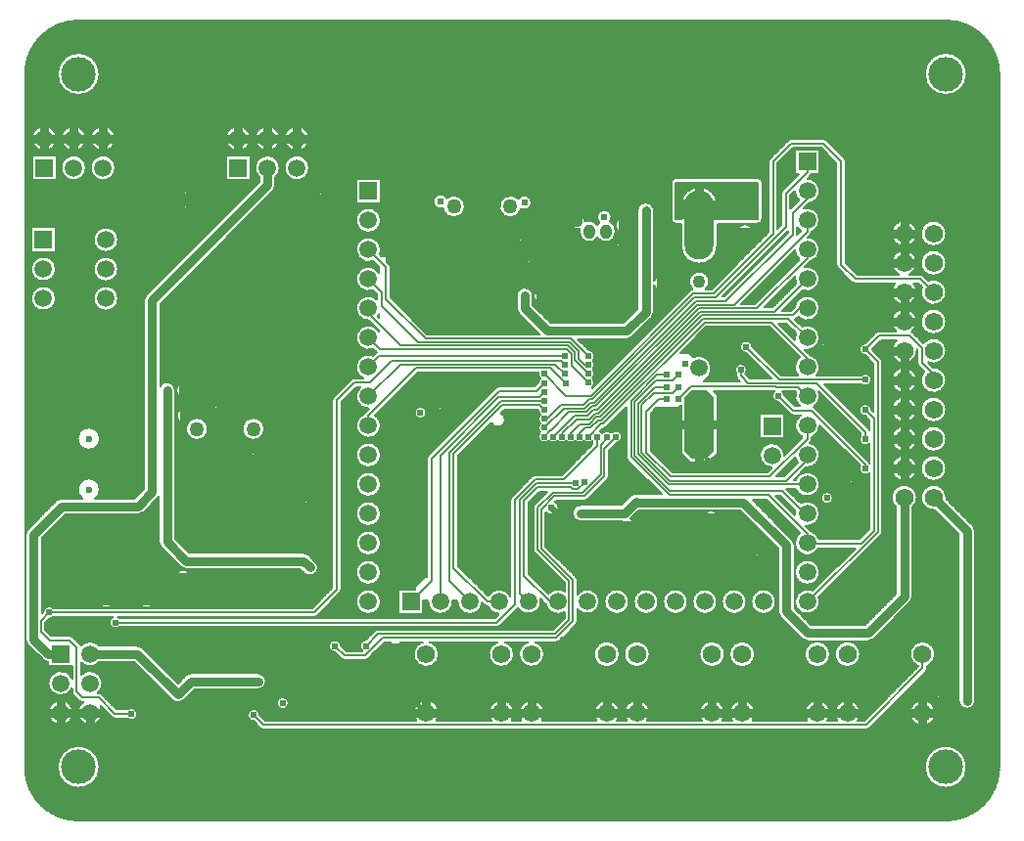
<source format=gbl>
%FSLAX24Y24*%
%MOIN*%
G70*
G01*
G75*
G04 Layer_Physical_Order=2*
G04 Layer_Color=16711680*
%ADD10C,0.0050*%
%ADD11R,0.0500X0.0500*%
%ADD12R,0.0860X0.0921*%
%ADD13R,0.0100X0.0866*%
%ADD14R,0.0866X0.0100*%
%ADD15R,0.0300X0.0300*%
%ADD16R,0.0300X0.0300*%
%ADD17R,0.0374X0.0354*%
%ADD18R,0.0374X0.0354*%
%ADD19R,0.0500X0.0600*%
%ADD20R,0.0591X0.0512*%
%ADD21R,0.0512X0.0591*%
%ADD22R,0.0591X0.1260*%
%ADD23R,0.1260X0.0591*%
%ADD24R,0.0236X0.0866*%
G04:AMPARAMS|DCode=25|XSize=150mil|YSize=65mil|CornerRadius=0mil|HoleSize=0mil|Usage=FLASHONLY|Rotation=0.000|XOffset=0mil|YOffset=0mil|HoleType=Round|Shape=Octagon|*
%AMOCTAGOND25*
4,1,8,0.0750,-0.0163,0.0750,0.0163,0.0588,0.0325,-0.0588,0.0325,-0.0750,0.0163,-0.0750,-0.0163,-0.0588,-0.0325,0.0588,-0.0325,0.0750,-0.0163,0.0*
%
%ADD25OCTAGOND25*%

%ADD26O,0.1500X0.0650*%
%ADD27R,0.1000X0.1000*%
%ADD28R,0.0984X0.0787*%
%ADD29R,0.0906X0.0197*%
%ADD30R,0.0984X0.0787*%
%ADD31C,0.0150*%
%ADD32C,0.0060*%
%ADD33C,0.0200*%
%ADD34C,0.0300*%
%ADD35C,0.0120*%
%ADD36C,0.0400*%
%ADD37C,0.0600*%
%ADD38R,0.0870X0.0290*%
%ADD39R,0.1156X0.0353*%
%ADD40C,0.1181*%
%ADD41C,0.0500*%
%ADD42O,0.0400X0.0500*%
%ADD43C,0.0591*%
%ADD44R,0.0591X0.0591*%
%ADD45R,0.0591X0.0591*%
%ADD46C,0.0620*%
%ADD47C,0.0236*%
%ADD48C,0.0433*%
%ADD49C,0.0240*%
%ADD50O,0.0984X0.2362*%
G04:AMPARAMS|DCode=51|XSize=98.4mil|YSize=236.2mil|CornerRadius=0mil|HoleSize=0mil|Usage=FLASHONLY|Rotation=180.000|XOffset=0mil|YOffset=0mil|HoleType=Round|Shape=Octagon|*
%AMOCTAGOND51*
4,1,8,0.0246,-0.1181,-0.0246,-0.1181,-0.0492,-0.0935,-0.0492,0.0935,-0.0246,0.1181,0.0246,0.1181,0.0492,0.0935,0.0492,-0.0935,0.0246,-0.1181,0.0*
%
%ADD51OCTAGOND51*%

%ADD52R,0.0550X0.0650*%
%ADD53R,0.0520X0.0715*%
D10*
X23717Y21115D02*
G03*
X22483Y21115I-617J0D01*
G01*
X1780Y3821D02*
G03*
X1780Y3821I-420J0D01*
G01*
X150Y1969D02*
G03*
X1969Y150I1819J0D01*
G01*
X2684Y1969D02*
G03*
X2684Y1969I-716J0D01*
G01*
D02*
G03*
X2684Y1969I-716J0D01*
G01*
X2134Y4175D02*
G03*
X2780Y3821I226J-354D01*
G01*
D02*
G03*
X2715Y4046I-420J0D01*
G01*
X3100Y3661D02*
G03*
X3209Y3616I110J110D01*
G01*
X3100Y3661D02*
G03*
X3209Y3616I110J110D01*
G01*
X1745Y4530D02*
G03*
X1790Y4420I155J0D01*
G01*
X1745Y4530D02*
G03*
X1790Y4420I155J0D01*
G01*
X745Y5626D02*
G03*
X939Y5546I195J194D01*
G01*
X165Y6320D02*
G03*
X246Y6125I275J0D01*
G01*
X165Y6320D02*
G03*
X246Y6126I275J0D01*
G01*
X1745Y4989D02*
G03*
X1745Y4652I-385J-169D01*
G01*
X745Y5626D02*
G03*
X939Y5546I194J194D01*
G01*
X1770Y6400D02*
G03*
X1660Y6445I-110J-110D01*
G01*
X1770Y6400D02*
G03*
X1660Y6445I-110J-110D01*
G01*
X1990Y4220D02*
G03*
X2100Y4175I110J110D01*
G01*
X1990Y4220D02*
G03*
X2100Y4175I110J110D01*
G01*
X2760Y4440D02*
G03*
X2650Y4485I-110J-110D01*
G01*
X2760Y4440D02*
G03*
X2650Y4485I-110J-110D01*
G01*
X2613D02*
G03*
X2780Y4821I-253J336D01*
G01*
D02*
G03*
X2055Y5110I-420J0D01*
G01*
X2047Y6101D02*
G03*
X2010Y6160I-147J-51D01*
G01*
X2047Y6101D02*
G03*
X2010Y6160I-147J-51D01*
G01*
X2055Y5531D02*
G03*
X2678Y5546I305J289D01*
G01*
Y6096D02*
G03*
X2047Y6101I-318J-275D01*
G01*
X8144Y3745D02*
G03*
X7925Y3526I-204J-15D01*
G01*
X8160Y3290D02*
G03*
X8270Y3245I110J110D01*
G01*
X8160Y3290D02*
G03*
X8270Y3245I110J110D01*
G01*
X3636Y3616D02*
G03*
X3975Y3771I134J155D01*
G01*
D02*
G03*
X3636Y3926I-205J0D01*
G01*
X4158Y6015D02*
G03*
X3964Y6096I-194J-194D01*
G01*
X5155Y4240D02*
G03*
X5544Y4240I195J194D01*
G01*
X5156D02*
G03*
X5545Y4240I194J194D01*
G01*
X5805Y5165D02*
G03*
X5611Y5084I0J-275D01*
G01*
X5805Y5165D02*
G03*
X5611Y5084I0J-275D01*
G01*
X4159Y6015D02*
G03*
X3964Y6096I-195J-194D01*
G01*
X9125Y4141D02*
G03*
X9125Y4141I-205J0D01*
G01*
X8080Y4615D02*
G03*
X8355Y4890I0J275D01*
G01*
D02*
G03*
X8080Y5165I-275J0D01*
G01*
X1104Y7385D02*
G03*
X766Y7245I-134J-155D01*
G01*
X985Y7026D02*
G03*
X1104Y7075I-15J204D01*
G01*
X3132D02*
G03*
X3354Y6735I88J-185D01*
G01*
Y7045D02*
G03*
X3308Y7075I-134J-155D01*
G01*
X3165Y7631D02*
G03*
X3165Y7631I-245J0D01*
G01*
X4515D02*
G03*
X4515Y7631I-245J0D01*
G01*
X246Y10084D02*
G03*
X165Y9890I194J-194D01*
G01*
X246Y10085D02*
G03*
X165Y9890I194J-195D01*
G01*
X1400Y11125D02*
G03*
X1205Y11044I0J-275D01*
G01*
X1400Y11125D02*
G03*
X1206Y11044I0J-275D01*
G01*
X2543Y11125D02*
G03*
X2692Y11424I-226J299D01*
G01*
D02*
G03*
X2091Y11125I-375J0D01*
G01*
X4705Y9640D02*
G03*
X4786Y9446I275J0D01*
G01*
X3985Y10575D02*
G03*
X4180Y10656I0J275D01*
G01*
X3985Y10575D02*
G03*
X4180Y10656I0J275D01*
G01*
X4664Y11140D02*
G03*
X4705Y11192I-194J195D01*
G01*
X4664Y11140D02*
G03*
X4705Y11192I-194J194D01*
G01*
X5781Y8451D02*
G03*
X5781Y8451I-245J0D01*
G01*
X5436Y8796D02*
G03*
X5630Y8715I194J194D01*
G01*
X5435Y8796D02*
G03*
X5630Y8715I195J194D01*
G01*
X9980Y7075D02*
G03*
X10090Y7120I0J155D01*
G01*
X9980Y7075D02*
G03*
X10090Y7120I0J155D01*
G01*
X9656Y8566D02*
G03*
X10125Y8760I194J194D01*
G01*
D02*
G03*
X10044Y8954I-275J0D01*
G01*
X4705Y9640D02*
G03*
X4786Y9445I275J0D01*
G01*
X6200Y11336D02*
G03*
X6200Y11336I-245J0D01*
G01*
X8290Y11334D02*
G03*
X8290Y11334I-245J0D01*
G01*
X9814Y9184D02*
G03*
X9620Y9265I-194J-194D01*
G01*
X9815Y9184D02*
G03*
X9620Y9265I-195J-194D01*
G01*
X10095Y10841D02*
G03*
X10095Y10841I-245J0D01*
G01*
X10075Y11334D02*
G03*
X10075Y11334I-245J0D01*
G01*
X14245Y3811D02*
G03*
X13458Y3555I-435J0D01*
G01*
X10904Y6105D02*
G03*
X10685Y5886I-204J-15D01*
G01*
X10920Y5651D02*
G03*
X11030Y5606I110J110D01*
G01*
X10920Y5651D02*
G03*
X11030Y5606I110J110D01*
G01*
X11717D02*
G03*
X11827Y5651I0J155D01*
G01*
X11717Y5606D02*
G03*
X11827Y5651I0J155D01*
G01*
X11735Y6295D02*
G03*
X11643Y5916I15J-204D01*
G01*
X12159Y6655D02*
G03*
X12050Y6610I0J-155D01*
G01*
X12159Y6655D02*
G03*
X12050Y6610I0J-155D01*
G01*
X12583Y6225D02*
G03*
X12995Y6046I167J-179D01*
G01*
D02*
G03*
X12917Y6225I-245J0D01*
G01*
X13678D02*
G03*
X14245Y5811I132J-414D01*
G01*
X14162Y3555D02*
G03*
X14245Y3811I-352J256D01*
G01*
X16721Y3555D02*
G03*
X16804Y3811I-352J256D01*
G01*
D02*
G03*
X16017Y3555I-435J0D01*
G01*
X17830Y3811D02*
G03*
X17043Y3555I-435J0D01*
G01*
X17747D02*
G03*
X17830Y3811I-352J256D01*
G01*
X14245Y5811D02*
G03*
X13942Y6225I-435J0D01*
G01*
X16237D02*
G03*
X16804Y5811I132J-414D01*
G01*
D02*
G03*
X16501Y6225I-435J0D01*
G01*
X17263D02*
G03*
X17830Y5811I132J-414D01*
G01*
X16210Y6735D02*
G03*
X16320Y6780I0J155D01*
G01*
X17830Y5811D02*
G03*
X17527Y6225I-435J0D01*
G01*
X18240D02*
G03*
X18349Y6270I0J155D01*
G01*
X18240Y6225D02*
G03*
X18349Y6270I0J155D01*
G01*
X12260Y7601D02*
G03*
X12260Y7601I-420J0D01*
G01*
X10875Y7905D02*
G03*
X10920Y8015I-110J110D01*
G01*
X10875Y7905D02*
G03*
X10920Y8015I-110J110D01*
G01*
X12260Y8601D02*
G03*
X12260Y8601I-420J0D01*
G01*
X13871Y7630D02*
G03*
X14710Y7601I419J-29D01*
G01*
X14871Y7630D02*
G03*
X15709Y7562I419J-29D01*
G01*
X12260Y9601D02*
G03*
X12260Y9601I-420J0D01*
G01*
Y10601D02*
G03*
X12260Y10601I-420J0D01*
G01*
Y11601D02*
G03*
X12260Y11601I-420J0D01*
G01*
X16210Y6735D02*
G03*
X16320Y6780I0J155D01*
G01*
X15780Y7491D02*
G03*
X15889Y7446I110J110D01*
G01*
X15780Y7491D02*
G03*
X15889Y7446I110J110D01*
G01*
X15899D02*
G03*
X16281Y7180I391J155D01*
G01*
X16675Y7769D02*
G03*
X15916Y7793I-385J-169D01*
G01*
X16927Y7388D02*
G03*
X17710Y7601I363J212D01*
G01*
D02*
G03*
X17698Y7703I-420J0D01*
G01*
X17877Y7524D02*
G03*
X18520Y7249I413J77D01*
G01*
Y7952D02*
G03*
X17968Y7871I-230J-352D01*
G01*
X16720Y11189D02*
G03*
X16675Y11079I110J-110D01*
G01*
X16720Y11189D02*
G03*
X16675Y11079I110J-110D01*
G01*
X17445Y9375D02*
G03*
X17490Y9266I155J0D01*
G01*
X17445Y9375D02*
G03*
X17490Y9266I155J0D01*
G01*
Y10910D02*
G03*
X17445Y10800I110J-110D01*
G01*
X17490Y10910D02*
G03*
X17445Y10800I110J-110D01*
G01*
X17875Y10649D02*
G03*
X18315Y10797I195J148D01*
G01*
D02*
G03*
X18200Y11005I-245J0D01*
G01*
X1194Y17941D02*
G03*
X1194Y17941I-420J0D01*
G01*
X2692Y13157D02*
G03*
X2692Y13157I-375J0D01*
G01*
X3320Y17941D02*
G03*
X3320Y17941I-420J0D01*
G01*
X1194Y18941D02*
G03*
X1194Y18941I-420J0D01*
G01*
X3320D02*
G03*
X3320Y18941I-420J0D01*
G01*
X6200Y12636D02*
G03*
X6200Y12636I-245J0D01*
G01*
X5795Y13941D02*
G03*
X5795Y13941I-245J0D01*
G01*
X6375Y13491D02*
G03*
X6375Y13491I-375J0D01*
G01*
X8290Y12491D02*
G03*
X8290Y12491I-245J0D01*
G01*
X7045Y14091D02*
G03*
X7045Y14091I-245J0D01*
G01*
X8296Y13491D02*
G03*
X8296Y13491I-375J0D01*
G01*
X8695Y13941D02*
G03*
X8695Y13941I-245J0D01*
G01*
X5255Y14815D02*
G03*
X4745Y14958I-275J0D01*
G01*
X5770Y14814D02*
G03*
X5770Y14814I-245J0D01*
G01*
X6545Y17601D02*
G03*
X6545Y17601I-245J0D01*
G01*
X4276Y18065D02*
G03*
X4195Y17871I194J-194D01*
G01*
X4276Y18065D02*
G03*
X4195Y17871I194J-195D01*
G01*
X7270Y17601D02*
G03*
X7270Y17601I-245J0D01*
G01*
X7995D02*
G03*
X7995Y17601I-245J0D01*
G01*
X2220Y22391D02*
G03*
X2220Y22391I-420J0D01*
G01*
X3320Y19941D02*
G03*
X3320Y19941I-420J0D01*
G01*
X3220Y22391D02*
G03*
X3220Y22391I-420J0D01*
G01*
X1220Y23391D02*
G03*
X1220Y23391I-420J0D01*
G01*
X2220D02*
G03*
X2220Y23391I-420J0D01*
G01*
X3220D02*
G03*
X3220Y23391I-420J0D01*
G01*
X2684Y25591D02*
G03*
X2684Y25591I-716J0D01*
G01*
X1969Y27409D02*
G03*
X150Y25591I0J-1819D01*
G01*
X2684D02*
G03*
X2684Y25591I-716J0D01*
G01*
X5681Y21156D02*
G03*
X5975Y20824I69J-235D01*
G01*
X5995Y21391D02*
G03*
X5681Y21156I-245J0D01*
G01*
X5975Y21018D02*
G03*
X5819Y21156I-225J-97D01*
G01*
D02*
G03*
X5995Y21391I-69J235D01*
G01*
X5975Y20824D02*
G03*
X6445Y20921I225J97D01*
G01*
D02*
G03*
X5975Y21018I-245J0D01*
G01*
X8594Y21606D02*
G03*
X8675Y21801I-194J195D01*
G01*
X8594Y21606D02*
G03*
X8675Y21801I-194J194D01*
G01*
X7820Y23391D02*
G03*
X7820Y23391I-420J0D01*
G01*
X8820Y22391D02*
G03*
X8125Y22073I-420J0D01*
G01*
X8675D02*
G03*
X8820Y22391I-275J318D01*
G01*
Y23391D02*
G03*
X8820Y23391I-420J0D01*
G01*
X12260Y12601D02*
G03*
X12260Y12601I-420J0D01*
G01*
X11691Y13994D02*
G03*
X12260Y13601I149J-393D01*
G01*
D02*
G03*
X12065Y13956I-420J0D01*
G01*
X10655Y14585D02*
G03*
X10610Y14475I110J-110D01*
G01*
X10655Y14585D02*
G03*
X10610Y14475I110J-110D01*
G01*
X11360Y15225D02*
G03*
X11250Y15180I0J-155D01*
G01*
X11360Y15225D02*
G03*
X11250Y15180I0J-155D01*
G01*
X9315Y17091D02*
G03*
X9315Y17091I-245J0D01*
G01*
Y17706D02*
G03*
X9315Y17706I-245J0D01*
G01*
X11561Y14915D02*
G03*
X11851Y14180I279J-314D01*
G01*
X12007Y15986D02*
G03*
X11651Y15225I-167J-386D01*
G01*
X11730Y14060D02*
G03*
X11691Y13994I110J-110D01*
G01*
X11730Y14060D02*
G03*
X11691Y13994I110J-110D01*
G01*
X12125Y16096D02*
G03*
X12090Y16070I74J-136D01*
G01*
X12125Y16096D02*
G03*
X12090Y16070I74J-136D01*
G01*
X12210Y16800D02*
G03*
X12007Y16215I-370J-199D01*
G01*
X12135Y17900D02*
G03*
X11869Y17181I-295J-299D01*
G01*
X12161Y17329D02*
G03*
X12210Y17401I-321J272D01*
G01*
X13880Y12600D02*
G03*
X13835Y12490I110J-110D01*
G01*
X13880Y12600D02*
G03*
X13835Y12490I110J-110D01*
G01*
X16024Y13705D02*
G03*
X16495Y13801I226J96D01*
G01*
D02*
G03*
X16345Y14026I-245J0D01*
G01*
X13816Y14040D02*
G03*
X13816Y14040I-205J0D01*
G01*
X14666D02*
G03*
X14666Y14040I-245J0D01*
G01*
X17521Y11925D02*
G03*
X17411Y11880I0J-155D01*
G01*
X17521Y11925D02*
G03*
X17411Y11880I0J-155D01*
G01*
X17980Y13085D02*
G03*
X18280Y13085I150J140D01*
G01*
X17693Y13377D02*
G03*
X17980Y13085I137J-153D01*
G01*
X18280D02*
G03*
X18580Y13085I150J140D01*
G01*
X17693Y13683D02*
G03*
X17693Y13377I137J-153D01*
G01*
Y13987D02*
G03*
X17693Y13683I137J-153D01*
G01*
X17626Y14125D02*
G03*
X17693Y13987I204J15D01*
G01*
X16279Y14934D02*
G03*
X16169Y14888I0J-155D01*
G01*
X16279Y14934D02*
G03*
X16169Y14888I0J-155D01*
G01*
X16885Y17610D02*
G03*
X16966Y17415I275J0D01*
G01*
X16885Y17610D02*
G03*
X16966Y17416I275J0D01*
G01*
X17693Y15207D02*
G03*
X17626Y15070I137J-153D01*
G01*
X17633Y15415D02*
G03*
X17693Y15207I197J-55D01*
G01*
X9315Y18321D02*
G03*
X9315Y18321I-245J0D01*
G01*
X10590Y21346D02*
G03*
X10590Y21346I-245J0D01*
G01*
X12210Y18800D02*
G03*
X12007Y18215I-370J-199D01*
G01*
X12260Y19601D02*
G03*
X12007Y19215I-420J0D01*
G01*
X12226Y19434D02*
G03*
X12260Y19601I-386J167D01*
G01*
Y20601D02*
G03*
X12260Y20601I-420J0D01*
G01*
X9820Y22391D02*
G03*
X9820Y22391I-420J0D01*
G01*
Y23391D02*
G03*
X9820Y23391I-420J0D01*
G01*
X14165Y19030D02*
G03*
X14165Y19030I-245J0D01*
G01*
X12585Y19011D02*
G03*
X12540Y19120I-155J0D01*
G01*
X12585Y19011D02*
G03*
X12540Y19120I-155J0D01*
G01*
X17435Y18035D02*
G03*
X16885Y18035I-275J0D01*
G01*
X17690Y19039D02*
G03*
X17690Y19039I-245J0D01*
G01*
X17950Y18034D02*
G03*
X17950Y18034I-245J0D01*
G01*
X14535Y19831D02*
G03*
X14535Y19831I-245J0D01*
G01*
X14506Y21356D02*
G03*
X14378Y21012I-216J-116D01*
G01*
X14378Y21012D02*
G03*
X15124Y21071I370J59D01*
G01*
D02*
G03*
X14506Y21356I-375J0D01*
G01*
X15655Y21531D02*
G03*
X15655Y21531I-245J0D01*
G01*
X17395Y19781D02*
G03*
X17395Y19781I-245J0D01*
G01*
X16942Y21329D02*
G03*
X17035Y20984I-272J-259D01*
G01*
X17395Y21201D02*
G03*
X16942Y21329I-245J0D01*
G01*
X17035Y20984D02*
G03*
X17395Y21201I115J216D01*
G01*
X20389Y3811D02*
G03*
X19602Y3555I-435J0D01*
G01*
X20306D02*
G03*
X20389Y3811I-352J256D01*
G01*
X21415D02*
G03*
X20628Y3555I-435J0D01*
G01*
X21332D02*
G03*
X21415Y3811I-352J256D01*
G01*
X18442Y6363D02*
G03*
X18479Y6390I-72J137D01*
G01*
X18442Y6363D02*
G03*
X18479Y6390I-72J137D01*
G01*
X18905Y6816D02*
G03*
X18950Y6926I-110J110D01*
G01*
X20389Y5811D02*
G03*
X20389Y5811I-435J0D01*
G01*
X18905Y6816D02*
G03*
X18950Y6926I-110J110D01*
G01*
Y7353D02*
G03*
X19710Y7601I340J247D01*
G01*
D02*
G03*
X18950Y7848I-420J0D01*
G01*
Y8350D02*
G03*
X18905Y8459I-155J0D01*
G01*
X18950Y8350D02*
G03*
X18905Y8459I-155J0D01*
G01*
X20710Y7601D02*
G03*
X20710Y7601I-420J0D01*
G01*
X21415Y5811D02*
G03*
X21415Y5811I-435J0D01*
G01*
X21710Y7601D02*
G03*
X21710Y7601I-420J0D01*
G01*
X22710D02*
G03*
X22710Y7601I-420J0D01*
G01*
X23974Y3811D02*
G03*
X23187Y3555I-435J0D01*
G01*
X23891D02*
G03*
X23974Y3811I-352J256D01*
G01*
X24917Y3555D02*
G03*
X25000Y3811I-352J256D01*
G01*
D02*
G03*
X24213Y3555I-435J0D01*
G01*
X23974Y5811D02*
G03*
X23974Y5811I-435J0D01*
G01*
X23710Y7601D02*
G03*
X23710Y7601I-420J0D01*
G01*
X25000Y5811D02*
G03*
X25000Y5811I-435J0D01*
G01*
X25795Y7260D02*
G03*
X25876Y7065I275J0D01*
G01*
X25795Y7260D02*
G03*
X25876Y7066I275J0D01*
G01*
X24710Y7601D02*
G03*
X24710Y7601I-420J0D01*
G01*
X25710D02*
G03*
X25710Y7601I-420J0D01*
G01*
X25575Y8520D02*
G03*
X25575Y8520I-245J0D01*
G01*
X20473Y10345D02*
G03*
X20915Y10200I197J-145D01*
G01*
X19060Y10895D02*
G03*
X19060Y10345I0J-275D01*
G01*
X20915Y10200D02*
G03*
X20757Y10429I-245J0D01*
G01*
X23615Y9110D02*
G03*
X23615Y9110I-245J0D01*
G01*
X23635Y9940D02*
G03*
X23635Y9940I-245J0D01*
G01*
X23510Y10715D02*
G03*
X23755Y10470I0J-245D01*
G01*
X19187Y11045D02*
G03*
X19296Y11090I0J155D01*
G01*
X19187Y11045D02*
G03*
X19296Y11090I0J155D01*
G01*
X19980Y11774D02*
G03*
X20025Y11883I-110J110D01*
G01*
X19980Y11774D02*
G03*
X20025Y11883I-110J110D01*
G01*
X21036Y11265D02*
G03*
X20750Y11200I-91J-259D01*
G01*
X21036Y11265D02*
G03*
X20751Y11200I-91J-259D01*
G01*
X20625Y12530D02*
G03*
X20670Y12420I155J0D01*
G01*
X20625Y12530D02*
G03*
X20670Y12420I155J0D01*
G01*
X22942Y12348D02*
G03*
X22896Y12024I158J-187D01*
G01*
X23605Y12295D02*
G03*
X23459Y12398I-205J-135D01*
G01*
X23755Y10470D02*
G03*
X23510Y10715I-245J0D01*
G01*
X25475Y9050D02*
G03*
X25475Y9050I-245J0D01*
G01*
X26345Y9530D02*
G03*
X26264Y9724I-275J0D01*
G01*
X26345Y9530D02*
G03*
X26264Y9725I-275J0D01*
G01*
X26374Y10707D02*
G03*
X26363Y10546I406J-107D01*
G01*
X24013Y12024D02*
G03*
X24054Y12161I-204J136D01*
G01*
D02*
G03*
X23605Y12295I-245J0D01*
G01*
X26000Y12591D02*
G03*
X25581Y12170I-420J0D01*
G01*
X26368Y12519D02*
G03*
X26455Y12334I412J82D01*
G01*
X27476Y3555D02*
G03*
X27559Y3811I-352J256D01*
G01*
D02*
G03*
X26772Y3555I-435J0D01*
G01*
X28780Y3245D02*
G03*
X28890Y3290I0J155D01*
G01*
X28780Y3245D02*
G03*
X28890Y3290I0J155D01*
G01*
X28585Y3811D02*
G03*
X27798Y3555I-435J0D01*
G01*
X28502D02*
G03*
X28585Y3811I-352J256D01*
G01*
X26606Y6336D02*
G03*
X26800Y6255I194J194D01*
G01*
X26605Y6336D02*
G03*
X26800Y6255I195J194D01*
G01*
X27559Y5811D02*
G03*
X27559Y5811I-435J0D01*
G01*
X26967Y7977D02*
G03*
X27200Y7601I-187J-376D01*
G01*
D02*
G03*
X27175Y7745I-420J0D01*
G01*
X28585Y5811D02*
G03*
X28585Y5811I-435J0D01*
G01*
X28850Y6255D02*
G03*
X29044Y6336I0J275D01*
G01*
X28850Y6255D02*
G03*
X29045Y6336I0J275D01*
G01*
X31144Y3811D02*
G03*
X31144Y3811I-435J0D01*
G01*
X31496Y150D02*
G03*
X33315Y1969I-0J1819D01*
G01*
X32212D02*
G03*
X32212Y1969I-716J0D01*
G01*
D02*
G03*
X32212Y1969I-716J0D01*
G01*
X31644Y4221D02*
G03*
X31644Y4221I-245J0D01*
G01*
X31944D02*
G03*
X32494Y4221I275J0D01*
G01*
X30819Y5219D02*
G03*
X30864Y5329I-110J110D01*
G01*
X30819Y5219D02*
G03*
X30864Y5329I-110J110D01*
G01*
Y5404D02*
G03*
X31144Y5811I-155J406D01*
G01*
X30274Y7565D02*
G03*
X30355Y7760I-194J195D01*
G01*
X30274Y7566D02*
G03*
X30355Y7760I-194J194D01*
G01*
X31144Y5811D02*
G03*
X30554Y5404I-435J0D01*
G01*
X27200Y8601D02*
G03*
X27200Y8601I-420J0D01*
G01*
X26531Y9939D02*
G03*
X27162Y9425I249J-339D01*
G01*
X27178Y9735D02*
G03*
X26905Y10002I-398J-134D01*
G01*
X26725Y10184D02*
G03*
X27200Y10601I55J417D01*
G01*
X29290Y9860D02*
G03*
X29335Y9970I-110J110D01*
G01*
X29290Y9860D02*
G03*
X29335Y9970I-110J110D01*
G01*
X27200Y10601D02*
G03*
X26560Y10959I-420J0D01*
G01*
X26389Y11446D02*
G03*
X27200Y11601I391J155D01*
G01*
D02*
G03*
X26389Y11756I-420J0D01*
G01*
X27655Y11131D02*
G03*
X27655Y11131I-205J0D01*
G01*
X26741Y12182D02*
G03*
X27200Y12601I39J418D01*
G01*
D02*
G03*
X26862Y13013I-420J0D01*
G01*
X28665Y11555D02*
G03*
X28665Y11555I-245J0D01*
G01*
X28581Y12230D02*
G03*
X28905Y11986I179J-100D01*
G01*
X28604Y13264D02*
G03*
X28905Y12986I155J-134D01*
G01*
Y12324D02*
G03*
X28869Y12380I-146J-53D01*
G01*
X28905Y12324D02*
G03*
X28869Y12380I-146J-53D01*
G01*
X30515Y11151D02*
G03*
X29805Y10814I-435J0D01*
G01*
X30355D02*
G03*
X30515Y11151I-275J337D01*
G01*
X31515D02*
G03*
X31124Y10718I-435J0D01*
G01*
X32494Y10011D02*
G03*
X32413Y10206I-275J0D01*
G01*
X32494Y10011D02*
G03*
X32414Y10206I-275J0D01*
G01*
X30515Y12151D02*
G03*
X30515Y12151I-435J0D01*
G01*
Y13151D02*
G03*
X30515Y13151I-435J0D01*
G01*
X31513Y11107D02*
G03*
X31515Y11151I-433J44D01*
G01*
Y12151D02*
G03*
X31515Y12151I-435J0D01*
G01*
Y13151D02*
G03*
X31515Y13151I-435J0D01*
G01*
X18880Y13085D02*
G03*
X19180Y13085I150J140D01*
G01*
X18580D02*
G03*
X18880Y13085I150J140D01*
G01*
X19180D02*
G03*
X19475Y13080I150J140D01*
G01*
X19800Y13335D02*
G03*
X19726Y13401I-170J-115D01*
G01*
X20120Y13360D02*
G03*
X19800Y13335I-150J-140D01*
G01*
X19460Y14911D02*
G03*
X19535Y15070I-130J159D01*
G01*
X19830Y13505D02*
G03*
X19927Y13550I-12J155D01*
G01*
X19830Y13505D02*
G03*
X19927Y13550I-12J155D01*
G01*
X20475Y13220D02*
G03*
X20120Y13360I-205J0D01*
G01*
X20285Y13016D02*
G03*
X20475Y13220I-15J204D01*
G01*
X19535Y15070D02*
G03*
X19470Y15220I-205J0D01*
G01*
D02*
G03*
X19535Y15370I-140J150D01*
G01*
D02*
G03*
X19475Y15515I-205J0D01*
G01*
D02*
G03*
X19545Y15670I-135J155D01*
G01*
D02*
G03*
X19480Y15820I-205J0D01*
G01*
X19545Y15970D02*
G03*
X19355Y16174I-205J0D01*
G01*
X19480Y15820D02*
G03*
X19545Y15970I-140J150D01*
G01*
X23510Y15564D02*
G03*
X22908Y15942I-420J0D01*
G01*
X23510Y15564D02*
G03*
X22908Y15942I-420J0D01*
G01*
X23469Y15381D02*
G03*
X23510Y15564I-379J182D01*
G01*
X23469Y15381D02*
G03*
X23510Y15564I-379J182D01*
G01*
X20640Y16555D02*
G03*
X20834Y16636I0J275D01*
G01*
X20640Y16555D02*
G03*
X20835Y16636I0J275D01*
G01*
X19155Y17481D02*
G03*
X19155Y17481I-245J0D01*
G01*
X21474Y17275D02*
G03*
X21555Y17470I-194J195D01*
G01*
X21474Y17276D02*
G03*
X21555Y17470I-194J194D01*
G01*
Y18391D02*
G03*
X22035Y18460I235J69D01*
G01*
D02*
G03*
X21555Y18529I-245J0D01*
G01*
X22881Y18254D02*
G03*
X22790Y18210I19J-154D01*
G01*
X22881Y18254D02*
G03*
X22790Y18210I19J-154D01*
G01*
X23320Y18255D02*
G03*
X23442Y18516I-220J261D01*
G01*
X23320Y18255D02*
G03*
X23442Y18516I-220J261D01*
G01*
X24365Y15300D02*
G03*
X24410Y15190I155J0D01*
G01*
X24365Y15300D02*
G03*
X24410Y15190I155J0D01*
G01*
X24666Y14785D02*
G03*
X24720Y14775I55J145D01*
G01*
X24666Y14785D02*
G03*
X24720Y14775I55J145D01*
G01*
X24725Y15510D02*
G03*
X24365Y15376I-205J0D01*
G01*
X24675D02*
G03*
X24725Y15510I-155J134D01*
G01*
X26200Y14000D02*
G03*
X26310Y13955I110J110D01*
G01*
X26200Y14000D02*
G03*
X26310Y13955I110J110D01*
G01*
X25666Y14775D02*
G03*
X25785Y14416I134J-155D01*
G01*
X26004Y14635D02*
G03*
X25940Y14770I-204J-15D01*
G01*
X24904Y16305D02*
G03*
X24685Y16086I-204J-15D01*
G01*
X26394Y16767D02*
G03*
X26367Y16522I386J-167D01*
G01*
X26375Y17225D02*
G03*
X26410Y17250I-75J136D01*
G01*
X26375Y17225D02*
G03*
X26410Y17250I-75J136D01*
G01*
X26369Y18690D02*
G03*
X26394Y18434I411J-90D01*
G01*
X18965Y18980D02*
G03*
X18965Y18980I-245J0D01*
G01*
X18985Y19841D02*
G03*
X18985Y19841I-245J0D01*
G01*
X20745Y18979D02*
G03*
X20745Y18979I-245J0D01*
G01*
X23442Y18516D02*
G03*
X22881Y18254I-342J0D01*
G01*
X23442Y18516D02*
G03*
X22881Y18254I-342J0D01*
G01*
X20735Y19621D02*
G03*
X20735Y19621I-245J0D01*
G01*
X22483Y19737D02*
G03*
X23717Y19737I617J0D01*
G01*
X19035Y20175D02*
G03*
X19640Y20010I325J0D01*
G01*
X19038Y20318D02*
G03*
X19035Y20275I322J-43D01*
G01*
X19205Y20560D02*
G03*
X19038Y20318I-245J-10D01*
G01*
X19640Y20440D02*
G03*
X19205Y20560I-280J-165D01*
G01*
X19640Y20010D02*
G03*
X20245Y20175I280J165D01*
G01*
Y20275D02*
G03*
X20067Y20565I-325J0D01*
G01*
X20735Y20421D02*
G03*
X20735Y20421I-245J0D01*
G01*
X19711Y20524D02*
G03*
X19640Y20440I209J-249D01*
G01*
X20067Y20565D02*
G03*
X20115Y20711I-197J146D01*
G01*
D02*
G03*
X19711Y20524I-245J0D01*
G01*
X22150Y20641D02*
G03*
X22300Y20491I150J0D01*
G01*
X22150Y20641D02*
G03*
X22300Y20491I150J0D01*
G01*
X21555Y20940D02*
G03*
X21005Y20940I-275J0D01*
G01*
X22300Y22041D02*
G03*
X22150Y21891I0J-150D01*
G01*
X22300Y22041D02*
G03*
X22150Y21891I0J-150D01*
G01*
X24905Y20221D02*
G03*
X24905Y20221I-245J0D01*
G01*
X25100Y20491D02*
G03*
X25250Y20641I0J150D01*
G01*
X25100Y20491D02*
G03*
X25250Y20641I0J150D01*
G01*
Y21891D02*
G03*
X25100Y22041I-150J0D01*
G01*
X25250Y21891D02*
G03*
X25100Y22041I-150J0D01*
G01*
X25510Y22710D02*
G03*
X25465Y22600I110J-110D01*
G01*
X25510Y22710D02*
G03*
X25465Y22600I110J-110D01*
G01*
X25940Y21620D02*
G03*
X25895Y21510I110J-110D01*
G01*
X25940Y21620D02*
G03*
X25895Y21510I110J-110D01*
G01*
X26240Y23375D02*
G03*
X26130Y23330I0J-155D01*
G01*
X26240Y23375D02*
G03*
X26130Y23330I0J-155D01*
G01*
X26890Y13040D02*
G03*
X26935Y13150I-110J110D01*
G01*
X26890Y13040D02*
G03*
X26935Y13150I-110J110D01*
G01*
X26554Y13955D02*
G03*
X26622Y13211I226J-354D01*
G01*
X26935Y13210D02*
G03*
X27200Y13601I-155J391D01*
G01*
X27030Y14220D02*
G03*
X27000Y14243I-110J-110D01*
G01*
X27030Y14220D02*
G03*
X27000Y14243I-110J-110D01*
G01*
X26394Y14767D02*
G03*
X26527Y14265I386J-167D01*
G01*
X27000Y14243D02*
G03*
X27200Y14601I-220J358D01*
G01*
D02*
G03*
X27167Y14763I-420J0D01*
G01*
X28905Y13444D02*
G03*
X28869Y13500I-146J-53D01*
G01*
X28905Y13444D02*
G03*
X28869Y13500I-146J-53D01*
G01*
X28964Y14145D02*
G03*
X28745Y13926I-204J-15D01*
G01*
X27093Y15320D02*
G03*
X27200Y15601I-313J280D01*
G01*
X26520Y15931D02*
G03*
X26467Y15320I260J-330D01*
G01*
X27200Y15601D02*
G03*
X26881Y16009I-420J0D01*
G01*
X26702Y16188D02*
G03*
X27200Y16601I78J413D01*
G01*
D02*
G03*
X26613Y16986I-420J0D01*
G01*
X26473Y17314D02*
G03*
X27200Y17601I307J287D01*
G01*
X27695Y16201D02*
G03*
X27695Y16201I-245J0D01*
G01*
X28625Y15010D02*
G03*
X28964Y15165I134J155D01*
G01*
D02*
G03*
X28625Y15320I-205J0D01*
G01*
X29335Y15779D02*
G03*
X29290Y15889I-155J0D01*
G01*
X29335Y15779D02*
G03*
X29290Y15889I-155J0D01*
G01*
X28745Y16404D02*
G03*
X28745Y15995I15J-204D01*
G01*
X29219Y16815D02*
G03*
X29110Y16770I0J-155D01*
G01*
X29219Y16815D02*
G03*
X29110Y16770I0J-155D01*
G01*
X30515Y14151D02*
G03*
X30515Y14151I-435J0D01*
G01*
Y15151D02*
G03*
X30515Y15151I-435J0D01*
G01*
X31515Y14151D02*
G03*
X31515Y14151I-435J0D01*
G01*
X30763Y15448D02*
G03*
X31515Y15151I317J-298D01*
G01*
D02*
G03*
X31064Y15585I-435J0D01*
G01*
X30525Y15751D02*
G03*
X30570Y15641I155J0D01*
G01*
X30525Y15751D02*
G03*
X30570Y15641I155J0D01*
G01*
X29828Y16505D02*
G03*
X30515Y16151I252J-354D01*
G01*
X30380Y16770D02*
G03*
X30337Y16800I-110J-110D01*
G01*
X30380Y16770D02*
G03*
X30337Y16800I-110J-110D01*
G01*
X30515Y17151D02*
G03*
X29803Y16815I-435J0D01*
G01*
X30337Y16800D02*
G03*
X30515Y17151I-257J351D01*
G01*
Y16151D02*
G03*
X30512Y16198I-435J0D01*
G01*
X30891Y15759D02*
G03*
X31515Y16151I189J392D01*
G01*
D02*
G03*
X30734Y16415I-435J0D01*
G01*
X31515Y17151D02*
G03*
X31515Y17151I-435J0D01*
G01*
X27200Y17601D02*
G03*
X26362Y17641I-420J0D01*
G01*
X26360Y19581D02*
G03*
X26515Y19274I420J20D01*
G01*
X26613Y18215D02*
G03*
X27200Y18601I167J386D01*
G01*
D02*
G03*
X26690Y19011I-420J0D01*
G01*
X26869Y19190D02*
G03*
X27200Y19601I-89J411D01*
G01*
X26890Y20110D02*
G03*
X26935Y20210I-110J110D01*
G01*
X27200Y19601D02*
G03*
X26800Y20020I-420J0D01*
G01*
X26890Y20110D02*
G03*
X26935Y20210I-110J110D01*
G01*
X26435Y20361D02*
G03*
X26575Y20234I345J240D01*
G01*
X27200Y20601D02*
G03*
X26649Y21000I-420J0D01*
G01*
X26935Y20210D02*
G03*
X27200Y20601I-155J391D01*
G01*
X27775Y19090D02*
G03*
X27820Y18980I155J0D01*
G01*
X27775Y19090D02*
G03*
X27820Y18980I155J0D01*
G01*
X26360Y21601D02*
G03*
X26499Y21288I420J0D01*
G01*
X26833Y21184D02*
G03*
X27200Y21601I-53J417D01*
G01*
D02*
G03*
X26780Y22021I-420J0D01*
G01*
X26890Y22130D02*
G03*
X26923Y22180I-110J110D01*
G01*
X26890Y22130D02*
G03*
X26923Y22180I-110J110D01*
G01*
X27440Y23330D02*
G03*
X27330Y23375I-110J-110D01*
G01*
X27440Y23330D02*
G03*
X27330Y23375I-110J-110D01*
G01*
X28085Y22620D02*
G03*
X28040Y22730I-155J0D01*
G01*
X28085Y22620D02*
G03*
X28040Y22730I-155J0D01*
G01*
X28310Y18490D02*
G03*
X28420Y18445I110J110D01*
G01*
X28310Y18490D02*
G03*
X28420Y18445I110J110D01*
G01*
X29760D02*
G03*
X30515Y18151I320J-294D01*
G01*
Y19151D02*
G03*
X29899Y18755I-435J0D01*
G01*
X30261D02*
G03*
X30515Y19151I-181J396D01*
G01*
X30683Y18328D02*
G03*
X31515Y18151I397J-178D01*
G01*
X30515D02*
G03*
X30400Y18445I-435J0D01*
G01*
X30740Y18710D02*
G03*
X30631Y18755I-110J-110D01*
G01*
X30740Y18710D02*
G03*
X30631Y18755I-110J-110D01*
G01*
X31515Y19151D02*
G03*
X31515Y19151I-435J0D01*
G01*
Y18151D02*
G03*
X30902Y18548I-435J0D01*
G01*
X30515Y20151D02*
G03*
X30515Y20151I-435J0D01*
G01*
X31515D02*
G03*
X31515Y20151I-435J0D01*
G01*
X32212Y25591D02*
G03*
X32212Y25591I-716J0D01*
G01*
D02*
G03*
X32212Y25591I-716J0D01*
G01*
X33315D02*
G03*
X31496Y27409I-1819J-0D01*
G01*
X23647Y21401D02*
X25100D01*
X23666Y21361D02*
X25100D01*
X23624Y21441D02*
X25100D01*
X23694Y21281D02*
X25100D01*
X23682Y21321D02*
X25100D01*
X23527Y21561D02*
X25100D01*
X23481Y21601D02*
X25100D01*
X23597Y21481D02*
X25100D01*
X23565Y21521D02*
X25100D01*
X23717Y20841D02*
X25100D01*
X23717Y20801D02*
X25100D01*
X23717Y21081D02*
X25100D01*
X23717Y20681D02*
X25100D01*
X23717Y20761D02*
X25100D01*
X23711Y21201D02*
X25100D01*
X23704Y21241D02*
X25100D01*
X23717Y21121D02*
X25100D01*
X23715Y21161D02*
X25100D01*
X23710Y21208D02*
Y21891D01*
X24630Y20641D02*
Y21891D01*
X23670Y21351D02*
Y21891D01*
X24750Y20641D02*
Y21891D01*
X24670Y20641D02*
Y21891D01*
X23470Y21609D02*
Y21891D01*
X23430Y21636D02*
Y21891D01*
X23630Y21431D02*
Y21891D01*
X23510Y21576D02*
Y21891D01*
X23717Y21001D02*
X25100D01*
X23717Y21041D02*
X25100D01*
X23717Y20721D02*
X25100D01*
X23717Y20961D02*
X25100D01*
X23590Y21490D02*
Y21891D01*
X23550Y21537D02*
Y21891D01*
X23717Y20881D02*
X25100D01*
X23717Y20921D02*
X25100D01*
X24990Y20641D02*
Y21891D01*
X25030Y20641D02*
Y21891D01*
X24950Y20641D02*
Y21891D01*
X25100Y20641D02*
Y21891D01*
X25070Y20641D02*
Y21891D01*
X24830Y20641D02*
Y21891D01*
X24470Y20641D02*
Y21891D01*
X24910Y20641D02*
Y21891D01*
X24870Y20641D02*
Y21891D01*
X24590Y20641D02*
Y21891D01*
X24550Y20641D02*
Y21891D01*
X24790Y20641D02*
Y21891D01*
X24710Y20641D02*
Y21891D01*
X23717Y20641D02*
X25100D01*
X24390D02*
Y21891D01*
X24510Y20641D02*
Y21891D01*
X24430Y20641D02*
Y21891D01*
X24230Y20641D02*
Y21891D01*
X24270Y20641D02*
Y21891D01*
X24190Y20641D02*
Y21891D01*
X24350Y20641D02*
Y21891D01*
X24310Y20641D02*
Y21891D01*
X24070Y20641D02*
Y21891D01*
X24030Y20641D02*
Y21891D01*
X24150Y20641D02*
Y21891D01*
X24110Y20641D02*
Y21891D01*
X23910Y20641D02*
Y21891D01*
X23870Y20641D02*
Y21891D01*
X23990Y20641D02*
Y21891D01*
X23950Y20641D02*
Y21891D01*
X23750Y20641D02*
Y21891D01*
X23717Y20641D02*
Y21115D01*
X23830Y20641D02*
Y21891D01*
X23790Y20641D02*
Y21891D01*
X23270Y21708D02*
Y21891D01*
X23310Y21695D02*
Y21891D01*
X23230Y21718D02*
Y21891D01*
X23390Y21659D02*
Y21891D01*
X23350Y21679D02*
Y21891D01*
X22300D02*
X25100D01*
X23110Y21732D02*
Y21891D01*
X23070Y21731D02*
Y21891D01*
X23030Y21728D02*
Y21891D01*
X23190Y21725D02*
Y21891D01*
X23217Y21721D02*
X25100D01*
X23150Y21730D02*
Y21891D01*
X23423Y21641D02*
X25100D01*
X23346Y21681D02*
X25100D01*
X22300Y21841D02*
X25100D01*
X22300Y21881D02*
X25100D01*
X22300Y21761D02*
X25100D01*
X22300Y21801D02*
X25100D01*
X22950Y21713D02*
Y21891D01*
X22990Y21722D02*
Y21891D01*
X22910Y21702D02*
Y21891D01*
X22870Y21687D02*
Y21891D01*
X22830Y21670D02*
Y21891D01*
X22790Y21648D02*
Y21891D01*
X22300Y21641D02*
Y21891D01*
X22750Y21623D02*
Y21891D01*
X22630Y21515D02*
Y21891D01*
X22300Y21721D02*
X22983D01*
X22300Y21681D02*
X22854D01*
X22710Y21593D02*
Y21891D01*
X22670Y21557D02*
Y21891D01*
X22300Y21641D02*
X22777D01*
X22300Y21601D02*
X22719D01*
X22300Y21561D02*
X22673D01*
X22300Y21521D02*
X22635D01*
X22550Y21395D02*
Y21891D01*
X22590Y21462D02*
Y21891D01*
X22510Y21296D02*
Y21891D01*
X22300Y21481D02*
X22603D01*
X22300Y21441D02*
X22576D01*
X22300Y21401D02*
X22553D01*
X22300Y21361D02*
X22534D01*
X22300Y21161D02*
X22485D01*
X22300Y21121D02*
X22483D01*
X22300Y21041D02*
X22483D01*
X22300Y21081D02*
X22483D01*
X22300Y21321D02*
X22518D01*
X22300Y21281D02*
X22506D01*
X22300Y21241D02*
X22496D01*
X22300Y21201D02*
X22489D01*
X22390Y20641D02*
Y21891D01*
X22430Y20641D02*
Y21891D01*
X22350Y20641D02*
Y21891D01*
X22483Y20641D02*
Y21115D01*
X22470Y20641D02*
Y21891D01*
X22300Y20961D02*
X22483D01*
X22300Y21001D02*
X22483D01*
X22310Y20641D02*
Y21891D01*
X22300Y20641D02*
Y21641D01*
Y20721D02*
X22483D01*
X22300Y20761D02*
X22483D01*
X22300Y20641D02*
X22483D01*
X22300Y20681D02*
X22483D01*
X22300Y20881D02*
X22483D01*
X22300Y20921D02*
X22483D01*
X22300Y20801D02*
X22483D01*
X22300Y20841D02*
X22483D01*
X22126Y12082D02*
X22183Y12024D01*
X22126Y12441D02*
X22699D01*
X22126Y12561D02*
X22579D01*
X22126Y12481D02*
X22659D01*
X22126Y12521D02*
X22619D01*
X22630Y12024D02*
Y12509D01*
X22670Y12024D02*
Y12469D01*
X22126Y12601D02*
X22539D01*
X22590Y12024D02*
Y12549D01*
X22550Y12024D02*
Y12589D01*
X22230Y12024D02*
Y14173D01*
X22270Y12024D02*
Y14173D01*
X22126Y12082D02*
Y14173D01*
X22190Y12024D02*
Y14173D01*
X22150Y12058D02*
Y14173D01*
X22430Y12024D02*
Y14173D01*
X22510Y12024D02*
Y12629D01*
X22470Y12024D02*
Y14173D01*
X22310Y12024D02*
Y14173D01*
X22390Y12024D02*
Y14173D01*
X22350Y12024D02*
Y14173D01*
X22126Y12161D02*
X24488D01*
X22126Y12121D02*
X24488D01*
X22126Y12321D02*
X24488D01*
X22126Y12201D02*
X24488D01*
X22126Y12241D02*
X24488D01*
X22870Y12024D02*
Y12348D01*
X22183Y12024D02*
X24488D01*
X22910D02*
Y12348D01*
X22126Y12281D02*
X24488D01*
X22167Y12041D02*
X24488D01*
X22127Y12081D02*
X24488D01*
X22710Y12024D02*
Y12429D01*
X22750Y12024D02*
Y12389D01*
X22126Y12401D02*
X22739D01*
X22126Y12361D02*
X22779D01*
X22483Y12657D02*
X22791Y12348D01*
X22790Y12024D02*
Y12349D01*
X22950Y12024D02*
Y12348D01*
X22830Y12024D02*
Y12348D01*
X22990Y12024D02*
Y12348D01*
X22791D02*
X23409D01*
X22126Y12921D02*
X22483D01*
X22126Y12881D02*
X22483D01*
X22126Y13041D02*
X22483D01*
X22126Y12961D02*
X22483D01*
X22126Y13001D02*
X22483D01*
X22126Y12721D02*
X22483D01*
X22126Y12681D02*
X22483D01*
X22126Y12841D02*
X22483D01*
X22126Y12761D02*
X22483D01*
X22126Y12801D02*
X22483D01*
X22126Y13121D02*
X22483D01*
X22126Y13081D02*
X22483D01*
X22126Y13241D02*
X22483D01*
X22126Y13161D02*
X22483D01*
X22126Y13201D02*
X22483D01*
X22126Y13321D02*
X22483D01*
X22126Y13281D02*
X22483D01*
Y12657D02*
Y14173D01*
X22126Y13441D02*
X22483D01*
X22126Y13361D02*
X22483D01*
X22126Y13401D02*
X22483D01*
X22126Y13481D02*
X22483D01*
X22126Y12641D02*
X22499D01*
X22126Y13601D02*
X22483D01*
X22126Y13521D02*
X22483D01*
X22126Y13561D02*
X22483D01*
X22126Y13641D02*
X22483D01*
X22126Y13761D02*
X22483D01*
X22126Y13681D02*
X22483D01*
X22126Y13721D02*
X22483D01*
X22126Y14081D02*
X22483D01*
X22126Y14041D02*
X22483D01*
X22126Y14173D02*
X22483D01*
X22126Y14121D02*
X22483D01*
X22126Y14161D02*
X22483D01*
X22126Y13881D02*
X22483D01*
X22126Y13801D02*
X22483D01*
X22126Y13841D02*
X22483D01*
X22126Y14001D02*
X22483D01*
X22126Y13921D02*
X22483D01*
X22126Y13961D02*
X22483D01*
X23150Y12024D02*
Y12348D01*
X23190Y12024D02*
Y12348D01*
X23030Y12024D02*
Y12348D01*
X23110Y12024D02*
Y12348D01*
X23070Y12024D02*
Y12348D01*
X23350Y12024D02*
Y12348D01*
X23390Y12024D02*
Y12348D01*
X23230Y12024D02*
Y12348D01*
X23310Y12024D02*
Y12348D01*
X23270Y12024D02*
Y12348D01*
X23510Y12024D02*
Y12449D01*
X23550Y12024D02*
Y12489D01*
X23430Y12024D02*
Y12369D01*
X23470Y12024D02*
Y12409D01*
X23409Y12348D02*
X23717Y12657D01*
X23710Y12024D02*
Y12649D01*
X23790Y12024D02*
Y14173D01*
X23750Y12024D02*
Y14173D01*
X23590Y12024D02*
Y12529D01*
X23630Y12024D02*
Y12569D01*
X23670Y12024D02*
Y12609D01*
X23830Y12024D02*
Y14173D01*
X23421Y12361D02*
X24488D01*
X23541Y12481D02*
X24488D01*
X23461Y12401D02*
X24488D01*
X23501Y12441D02*
X24488D01*
X24070Y12024D02*
Y14173D01*
X24150Y12024D02*
Y14173D01*
X24110Y12024D02*
Y14173D01*
X23870Y12024D02*
Y14173D01*
X24030Y12024D02*
Y14173D01*
X23990Y12024D02*
Y14173D01*
X24230Y12024D02*
Y14173D01*
X24270Y12024D02*
Y14173D01*
X23910Y12024D02*
Y14173D01*
X24190Y12024D02*
Y14173D01*
X23950Y12024D02*
Y14173D01*
X24430Y12024D02*
Y14173D01*
X24488Y12024D02*
Y14173D01*
X24470Y12024D02*
Y14173D01*
X24310Y12024D02*
Y14173D01*
X24390Y12024D02*
Y14173D01*
X24350Y12024D02*
Y14173D01*
X23621Y12561D02*
X24488D01*
X23581Y12521D02*
X24488D01*
X23717Y12681D02*
X24488D01*
X23661Y12601D02*
X24488D01*
X23701Y12641D02*
X24488D01*
X23717Y12801D02*
X24488D01*
X23717Y12721D02*
X24488D01*
X23717Y12761D02*
X24488D01*
X23717Y12921D02*
X24488D01*
X23717Y12841D02*
X24488D01*
X23717Y12881D02*
X24488D01*
X23717Y12657D02*
Y14173D01*
Y13201D02*
X24488D01*
X23717Y13321D02*
X24488D01*
X23717Y13241D02*
X24488D01*
X23717Y13281D02*
X24488D01*
X23717Y13041D02*
X24488D01*
X23717Y12961D02*
X24488D01*
X23717Y13001D02*
X24488D01*
X23717Y13161D02*
X24488D01*
X23717Y13081D02*
X24488D01*
X23717Y13121D02*
X24488D01*
X23717Y13641D02*
X24488D01*
X23717Y13601D02*
X24488D01*
X23717Y13761D02*
X24488D01*
X23717Y13681D02*
X24488D01*
X23717Y13721D02*
X24488D01*
X23717Y13441D02*
X24488D01*
X23717Y13361D02*
X24488D01*
X23717Y13401D02*
X24488D01*
X23717Y13561D02*
X24488D01*
X23717Y13481D02*
X24488D01*
X23717Y13521D02*
X24488D01*
X23717Y14081D02*
X24488D01*
X23717Y14041D02*
X24488D01*
X23717Y14173D02*
X24488D01*
X23717Y14121D02*
X24488D01*
X23717Y14161D02*
X24488D01*
X23717Y13881D02*
X24488D01*
X23717Y13801D02*
X24488D01*
X23717Y13841D02*
X24488D01*
X23717Y14001D02*
X24488D01*
X23717Y13921D02*
X24488D01*
X23717Y13961D02*
X24488D01*
X151Y1921D02*
X1255D01*
X155Y1841D02*
X1264D01*
X152Y1881D02*
X1258D01*
X150Y2041D02*
X1257D01*
X150Y2081D02*
X1262D01*
X150Y1961D02*
X1253D01*
X150Y2001D02*
X1254D01*
X180Y1641D02*
X1333D01*
X196Y1561D02*
X1381D01*
X188Y1601D02*
X1355D01*
X162Y1761D02*
X1284D01*
X158Y1801D02*
X1273D01*
X173Y1681D02*
X1313D01*
X167Y1721D02*
X1297D01*
X150Y2201D02*
X1292D01*
X150Y2121D02*
X1269D01*
X150Y2161D02*
X1279D01*
X150Y2321D02*
X1346D01*
X150Y3401D02*
X1345D01*
X150Y2241D02*
X1307D01*
X150Y2281D02*
X1325D01*
X150Y2441D02*
X1431D01*
X150Y2481D02*
X1469D01*
X150Y2361D02*
X1370D01*
X150Y2401D02*
X1398D01*
X150Y2601D02*
X1633D01*
X150Y2641D02*
X1723D01*
X150Y2521D02*
X1513D01*
X150Y2561D02*
X1567D01*
X1510Y209D02*
Y1419D01*
X1590Y190D02*
Y1361D01*
X1550Y199D02*
Y1388D01*
X1390Y244D02*
Y1547D01*
X1350Y258D02*
Y1609D01*
X1470Y220D02*
Y1455D01*
X1430Y232D02*
Y1497D01*
X1790Y159D02*
Y1276D01*
X1870Y153D02*
Y1260D01*
X1830Y155D02*
Y1266D01*
X1670Y175D02*
Y1318D01*
X1630Y182D02*
Y1338D01*
X1750Y163D02*
Y1287D01*
X1710Y168D02*
Y1301D01*
X206Y1521D02*
X1411D01*
X1310Y273D02*
Y1689D01*
X1270Y290D02*
Y1813D01*
Y2124D02*
Y3410D01*
X1310Y2248D02*
Y3403D01*
X1350Y2328D02*
Y3400D01*
X1390Y2390D02*
Y3401D01*
X255Y1361D02*
X1591D01*
X241Y1401D02*
X1533D01*
X285Y1281D02*
X1772D01*
X269Y1321D02*
X1665D01*
X228Y1441D02*
X1486D01*
X217Y1481D02*
X1445D01*
X1430Y2440D02*
Y3406D01*
X1470Y2482D02*
Y3415D01*
X350Y1139D02*
Y6021D01*
X430Y999D02*
Y5941D01*
X390Y1066D02*
Y5981D01*
X230Y1435D02*
Y6142D01*
X190Y1589D02*
Y6205D01*
X310Y1223D02*
Y6061D01*
X270Y1319D02*
Y6101D01*
X630Y737D02*
Y5741D01*
X710Y656D02*
Y5661D01*
X670Y695D02*
Y5701D01*
X510Y882D02*
Y5861D01*
X470Y938D02*
Y5901D01*
X590Y782D02*
Y5781D01*
X550Y831D02*
Y5821D01*
X150Y3761D02*
X944D01*
X150Y3681D02*
X964D01*
X150Y3721D02*
X952D01*
X150Y3881D02*
X944D01*
X150Y3921D02*
X952D01*
X150Y3801D02*
X940D01*
X150Y3841D02*
X940D01*
X150Y3521D02*
X1066D01*
X150Y3561D02*
X1030D01*
X150Y3441D02*
X1180D01*
X150Y3481D02*
X1113D01*
X150Y3961D02*
X964D01*
X150Y4001D02*
X980D01*
X150Y3601D02*
X1002D01*
X150Y3641D02*
X980D01*
X910Y490D02*
Y5547D01*
X990Y436D02*
Y3621D01*
X950Y462D02*
Y3728D01*
X790Y584D02*
Y5590D01*
X750Y619D02*
Y5621D01*
X870Y519D02*
Y5554D01*
X830Y550D02*
Y5568D01*
X1190Y325D02*
Y3436D01*
X1230Y307D02*
Y3421D01*
X1510Y2518D02*
Y3428D01*
X1070Y387D02*
Y3516D01*
X1030Y411D02*
Y3560D01*
X1150Y345D02*
Y3456D01*
X1110Y365D02*
Y3483D01*
X1550Y2549D02*
Y3446D01*
X1590Y2576D02*
Y3469D01*
X950Y3913D02*
Y4728D01*
X990Y4020D02*
Y4621D01*
X1630Y2599D02*
Y3498D01*
X1670Y2619D02*
Y3537D01*
X1710Y2636D02*
Y3588D01*
X1750Y2650D02*
Y3664D01*
Y3977D02*
Y4491D01*
X1790Y2661D02*
Y4421D01*
X1830Y2671D02*
Y4381D01*
X1910Y151D02*
Y1255D01*
X1990Y150D02*
Y1253D01*
X1950Y150D02*
Y1253D01*
X2030Y150D02*
Y1256D01*
X2110Y150D02*
Y1267D01*
X2070Y150D02*
Y1260D01*
X2150Y150D02*
Y1276D01*
X2230Y150D02*
Y1302D01*
X2190Y150D02*
Y1288D01*
X2270Y2617D02*
Y3410D01*
X2230Y2635D02*
Y3421D01*
X150Y2681D02*
X1898D01*
X2110Y2670D02*
Y3483D01*
X2070Y2677D02*
Y3516D01*
X1654Y3521D02*
X2066D01*
X1690Y3561D02*
X2030D01*
X2030Y2681D02*
Y3560D01*
X1718Y3601D02*
X2002D01*
X150Y3281D02*
X8171D01*
X150Y3321D02*
X8130D01*
X150Y3361D02*
X8090D01*
X1375Y3401D02*
X2345D01*
X1540Y3441D02*
X2180D01*
X1607Y3481D02*
X2113D01*
X2190Y2649D02*
Y3436D01*
X2150Y2661D02*
Y3456D01*
X2270Y150D02*
Y1320D01*
X2350Y150D02*
Y1363D01*
X2310Y150D02*
Y1340D01*
X2430Y150D02*
Y1422D01*
X2390Y150D02*
Y1390D01*
X2510Y150D02*
Y1501D01*
X2470Y150D02*
Y1458D01*
X2550Y150D02*
Y1552D01*
X2630Y150D02*
Y1696D01*
X2590Y150D02*
Y1614D01*
X2670Y150D02*
Y1827D01*
Y2110D02*
Y3537D01*
X3270Y150D02*
Y3616D01*
X2710Y150D02*
Y3588D01*
X2310Y2597D02*
Y3403D01*
X2390Y2547D02*
Y3401D01*
X2350Y2574D02*
Y3400D01*
X2470Y2479D02*
Y3415D01*
X2430Y2515D02*
Y3406D01*
X2550Y2385D02*
Y3446D01*
X2510Y2436D02*
Y3428D01*
X2375Y3401D02*
X8050D01*
X2540Y3441D02*
X8010D01*
X2590Y2323D02*
Y3469D01*
X2607Y3481D02*
X7970D01*
X2630Y2241D02*
Y3498D01*
X2654Y3521D02*
X7930D01*
X2690Y3561D02*
X7825D01*
X2718Y3601D02*
X3655D01*
X1740Y3641D02*
X1980D01*
X1990Y2684D02*
Y3621D01*
X1756Y3681D02*
X1964D01*
X1870Y2677D02*
Y4341D01*
X1910Y2682D02*
Y4301D01*
X1950Y2684D02*
Y3728D01*
X2740Y3641D02*
X3125D01*
X2750Y150D02*
Y3664D01*
X2756Y3681D02*
X3080D01*
X2715Y4046D02*
X3100Y3661D01*
X1768Y3721D02*
X1952D01*
X1776Y3761D02*
X1944D01*
X1780Y3801D02*
X1940D01*
X1776Y3881D02*
X1944D01*
X1768Y3921D02*
X1952D01*
X1780Y3841D02*
X1940D01*
X1950Y3913D02*
Y4261D01*
X1756Y3961D02*
X1964D01*
X1740Y4001D02*
X1980D01*
X2756Y3961D02*
X2800D01*
X1990Y4020D02*
Y4221D01*
X2760Y4440D02*
X3274Y3926D01*
X2750Y3977D02*
Y4011D01*
X2950Y150D02*
Y3811D01*
X3030Y150D02*
Y3731D01*
X2990Y150D02*
Y3771D01*
X2830Y150D02*
Y3931D01*
X2790Y150D02*
Y3971D01*
X2910Y150D02*
Y3851D01*
X2870Y150D02*
Y3891D01*
X3190Y150D02*
Y3617D01*
X3310Y150D02*
Y3616D01*
X3230Y150D02*
Y3616D01*
X3070Y150D02*
Y3691D01*
X3150Y150D02*
Y3627D01*
X3110Y150D02*
Y3652D01*
X2768Y3721D02*
X3040D01*
X2776Y3761D02*
X3000D01*
X2780Y3801D02*
X2960D01*
X2776Y3881D02*
X2880D01*
X2768Y3921D02*
X2840D01*
X2780Y3841D02*
X2920D01*
X3190Y4009D02*
Y5546D01*
X3209Y3616D02*
X3636D01*
X3274Y3926D02*
X3636D01*
X3239Y3961D02*
X3693D01*
X3230Y3969D02*
Y5546D01*
X3199Y4001D02*
X8770D01*
X3310Y3926D02*
Y5546D01*
X3270Y3929D02*
Y5546D01*
X150Y4121D02*
X1066D01*
X150Y4041D02*
X1002D01*
X150Y4081D02*
X1030D01*
X150Y4521D02*
X1066D01*
X150Y4561D02*
X1030D01*
X1030Y4081D02*
Y4560D01*
X150Y4601D02*
X1002D01*
X150Y4241D02*
X1345D01*
X150Y4161D02*
X1113D01*
X150Y4201D02*
X1180D01*
X150Y4401D02*
X1345D01*
X150Y4441D02*
X1180D01*
X1070Y4125D02*
Y4516D01*
X150Y4481D02*
X1113D01*
X150Y4761D02*
X944D01*
X150Y4681D02*
X964D01*
X150Y4721D02*
X952D01*
X150Y4881D02*
X944D01*
X150Y4921D02*
X952D01*
X150Y4801D02*
X940D01*
X150Y4841D02*
X940D01*
X150Y5001D02*
X980D01*
X150Y5041D02*
X1002D01*
X150Y4641D02*
X980D01*
X150Y4961D02*
X964D01*
X150Y5161D02*
X1113D01*
X150Y5201D02*
X1180D01*
X150Y5081D02*
X1030D01*
X150Y5121D02*
X1066D01*
X1270Y4231D02*
Y4410D01*
X1430Y4235D02*
Y4406D01*
X1310Y4238D02*
Y4403D01*
X1110Y4158D02*
Y4483D01*
X1150Y4185D02*
Y4457D01*
X1190Y4205D02*
Y4436D01*
X1230Y4220D02*
Y4421D01*
X1470Y4226D02*
Y4415D01*
X1550Y4195D02*
Y4446D01*
X1510Y4213D02*
Y4428D01*
X1630Y4143D02*
Y4498D01*
X1590Y4172D02*
Y4469D01*
X1710Y4053D02*
Y4588D01*
X1670Y4104D02*
Y4537D01*
X1350Y4241D02*
Y4400D01*
X1390Y4240D02*
Y4401D01*
X1690Y4561D02*
X1745D01*
X1540Y5201D02*
X1745D01*
X1375Y5241D02*
X1745D01*
Y4530D02*
Y4652D01*
X1690Y5081D02*
X1745D01*
X1375Y4401D02*
X1810D01*
X1540Y4441D02*
X1773D01*
X1607Y4481D02*
X1753D01*
X1654Y4521D02*
X1745D01*
X1654Y5121D02*
X1745D01*
X1607Y5161D02*
X1745D01*
X150Y5601D02*
X774D01*
X150Y5441D02*
X940D01*
X150Y5561D02*
X850D01*
X150Y5641D02*
X731D01*
X150Y5681D02*
X691D01*
X246Y6125D02*
X745Y5626D01*
X150Y5321D02*
X1745D01*
X150Y5241D02*
X1345D01*
X150Y5281D02*
X1745D01*
X150Y5481D02*
X940D01*
X150Y5521D02*
X940D01*
X150Y5361D02*
X1745D01*
X150Y5401D02*
X940D01*
X150Y6121D02*
X251D01*
X150Y6041D02*
X331D01*
X150Y6081D02*
X291D01*
X150Y6161D02*
X216D01*
X150Y6201D02*
X192D01*
X150Y5801D02*
X571D01*
X150Y5841D02*
X531D01*
X150Y5721D02*
X651D01*
X150Y5761D02*
X611D01*
X150Y5961D02*
X411D01*
X150Y6001D02*
X371D01*
X150Y5881D02*
X491D01*
X150Y5921D02*
X451D01*
X1110Y5158D02*
Y5400D01*
X1150Y5185D02*
Y5400D01*
X1190Y5205D02*
Y5400D01*
X950Y4913D02*
Y5400D01*
X990Y5020D02*
Y5400D01*
X1030Y5081D02*
Y5400D01*
X1070Y5125D02*
Y5400D01*
X1630Y5143D02*
Y5400D01*
X1590Y5172D02*
Y5400D01*
X1670Y5104D02*
Y5400D01*
X1550Y5195D02*
Y5400D01*
X1745Y4989D02*
Y5400D01*
X1710Y5053D02*
Y5400D01*
X1230Y5220D02*
Y5400D01*
X1270Y5231D02*
Y5400D01*
X1350Y5241D02*
Y5400D01*
X835Y6654D02*
X1044Y6445D01*
X1310Y5238D02*
Y5400D01*
X940D02*
Y5546D01*
X1390Y5240D02*
Y5400D01*
X940D02*
X1745D01*
X1510Y5213D02*
Y5400D01*
X1470Y5226D02*
Y5400D01*
X1430Y5235D02*
Y5400D01*
X1044Y6445D02*
X1660D01*
X1540Y4201D02*
X2015D01*
X1718Y4041D02*
X2002D01*
X1690Y4081D02*
X2030D01*
X150Y4281D02*
X1930D01*
X150Y4321D02*
X1890D01*
X1790Y4420D02*
X1990Y4220D01*
X1375Y4241D02*
X1970D01*
X1607Y4161D02*
X2113D01*
X1654Y4121D02*
X2066D01*
X2100Y4175D02*
X2134D01*
X2030Y4081D02*
Y4192D01*
X2070Y4125D02*
Y4178D01*
X150Y4361D02*
X1850D01*
X2613Y4485D02*
X2650D01*
X2055Y5201D02*
X2180D01*
X2055Y5241D02*
X2345D01*
X2055Y5161D02*
X2113D01*
X2607D02*
X4235D01*
X2654Y4521D02*
X4875D01*
X2654Y5121D02*
X4275D01*
X2055Y5281D02*
X4115D01*
X2540Y5201D02*
X4195D01*
X2375Y5241D02*
X4155D01*
X2799Y4401D02*
X4995D01*
X2879Y4321D02*
X5075D01*
X2839Y4361D02*
X5035D01*
X2710Y4473D02*
Y4588D01*
X2687Y4481D02*
X4915D01*
X2759Y4441D02*
X4955D01*
X2750Y4448D02*
Y4664D01*
X3079Y4121D02*
X8716D01*
X3159Y4041D02*
X8741D01*
X3119Y4081D02*
X8724D01*
X2959Y4241D02*
X5155D01*
X2919Y4281D02*
X5115D01*
X3039Y4161D02*
X5327D01*
X2999Y4201D02*
X5206D01*
X2670Y4484D02*
Y4537D01*
X2776Y4881D02*
X4515D01*
X2768Y4921D02*
X4475D01*
X2718Y5041D02*
X4355D01*
X2690Y5081D02*
X4315D01*
X2756Y4961D02*
X4435D01*
X2740Y5001D02*
X4395D01*
X2690Y4561D02*
X4835D01*
X2718Y4601D02*
X4795D01*
X2740Y4641D02*
X4755D01*
X2756Y4681D02*
X4715D01*
X2768Y4721D02*
X4675D01*
X2776Y4761D02*
X4635D01*
X2780Y4801D02*
X4595D01*
X2780Y4841D02*
X4555D01*
X2190Y5205D02*
Y5436D01*
X2230Y5220D02*
Y5421D01*
X2270Y5231D02*
Y5410D01*
X2055Y5110D02*
Y5531D01*
X2070Y5125D02*
Y5516D01*
X2110Y5158D02*
Y5483D01*
X2150Y5185D02*
Y5457D01*
X2055Y5321D02*
X4075D01*
X2350Y5241D02*
Y5400D01*
X2055Y5361D02*
X4035D01*
X2310Y5238D02*
Y5403D01*
X2390Y5240D02*
Y5401D01*
X2470Y5226D02*
Y5415D01*
X2430Y5235D02*
Y5406D01*
X2055Y5441D02*
X2180D01*
X2055Y5481D02*
X2113D01*
X1770Y6400D02*
X2010Y6160D01*
X1969Y6201D02*
X2180D01*
X2009Y6161D02*
X2113D01*
X1929Y6241D02*
X2345D01*
X2375Y5401D02*
X3995D01*
X2055D02*
X2345D01*
X1889Y6281D02*
X10623D01*
X835Y6721D02*
X3105D01*
X2375Y6241D02*
X10560D01*
X2590Y5172D02*
Y5469D01*
X2670Y5104D02*
Y5537D01*
X2630Y5143D02*
Y5498D01*
X2750Y4977D02*
Y5546D01*
X2710Y5053D02*
Y5546D01*
X2830Y4369D02*
Y5546D01*
X2790Y4409D02*
Y5546D01*
X3070Y4129D02*
Y5546D01*
X3030Y4169D02*
Y5546D01*
X3150Y4049D02*
Y5546D01*
X3110Y4089D02*
Y5546D01*
X2910Y4289D02*
Y5546D01*
X2870Y4329D02*
Y5546D01*
X2990Y4209D02*
Y5546D01*
X2950Y4249D02*
Y5546D01*
X2510Y5213D02*
Y5428D01*
X2550Y5195D02*
Y5446D01*
X3230Y6096D02*
Y6685D01*
X3150Y6096D02*
Y6697D01*
X3110Y6096D02*
Y6717D01*
X3270Y6096D02*
Y6691D01*
X3190Y6096D02*
Y6687D01*
X2540Y5441D02*
X3955D01*
X2607Y5481D02*
X3915D01*
X2654Y5521D02*
X3875D01*
X2678Y5546D02*
X3850D01*
X2607Y6161D02*
X10507D01*
X2540Y6201D02*
X10527D01*
X2678Y6096D02*
X3964D01*
X2654Y6121D02*
X10497D01*
X3950Y150D02*
Y3672D01*
X4990Y150D02*
Y4406D01*
X4950Y150D02*
Y4446D01*
X4830Y150D02*
Y4566D01*
X4790Y150D02*
Y4606D01*
X4910Y150D02*
Y4486D01*
X4870Y150D02*
Y4526D01*
X5190Y150D02*
Y4211D01*
X5270Y150D02*
Y4171D01*
X5230Y150D02*
Y4187D01*
X5070Y150D02*
Y4326D01*
X5030Y150D02*
Y4366D01*
X5150Y150D02*
Y4246D01*
X5110Y150D02*
Y4286D01*
X3510Y150D02*
Y3616D01*
X3590Y150D02*
Y3616D01*
X3550Y150D02*
Y3616D01*
X3390Y150D02*
Y3616D01*
X3350Y150D02*
Y3616D01*
X3470Y150D02*
Y3616D01*
X3430Y150D02*
Y3616D01*
X3750Y150D02*
Y3567D01*
X3710Y150D02*
Y3575D01*
X3830Y150D02*
Y3575D01*
X3790Y150D02*
Y3567D01*
X3670Y150D02*
Y3592D01*
X3630Y150D02*
Y3616D01*
X3910Y150D02*
Y3621D01*
X3870Y150D02*
Y3592D01*
X5910Y150D02*
Y4606D01*
X6310Y150D02*
Y4615D01*
X6270Y150D02*
Y4615D01*
X7590Y150D02*
Y4615D01*
X7070Y150D02*
Y4615D01*
X7670Y150D02*
Y4615D01*
X7630Y150D02*
Y4615D01*
X7870Y150D02*
Y3537D01*
X7950Y150D02*
Y3501D01*
X7910Y150D02*
Y3527D01*
X7750Y150D02*
Y3653D01*
X7710Y150D02*
Y4615D01*
X7830Y150D02*
Y3557D01*
X7790Y150D02*
Y3590D01*
X5310Y150D02*
Y4162D01*
X5390Y150D02*
Y4162D01*
X5350Y150D02*
Y4160D01*
X5470Y150D02*
Y4187D01*
X5430Y150D02*
Y4171D01*
X5550Y150D02*
Y4246D01*
X5510Y150D02*
Y4211D01*
X5630Y150D02*
Y4326D01*
X5590Y150D02*
Y4286D01*
X5710Y150D02*
Y4406D01*
X5670Y150D02*
Y4366D01*
X5790Y150D02*
Y4486D01*
X5750Y150D02*
Y4446D01*
X5870Y150D02*
Y4566D01*
X5830Y150D02*
Y4526D01*
X4750Y150D02*
Y4646D01*
X5990Y150D02*
Y4615D01*
X5950Y150D02*
Y4615D01*
X4630Y150D02*
Y4766D01*
X4590Y150D02*
Y4806D01*
X4710Y150D02*
Y4686D01*
X4670Y150D02*
Y4726D01*
X6190Y150D02*
Y4615D01*
X6350Y150D02*
Y4615D01*
X6230Y150D02*
Y4615D01*
X6070Y150D02*
Y4615D01*
X6030Y150D02*
Y4615D01*
X6150Y150D02*
Y4615D01*
X6110Y150D02*
Y4615D01*
X4150Y150D02*
Y5246D01*
X4230Y150D02*
Y5166D01*
X4190Y150D02*
Y5206D01*
X4030Y150D02*
Y5366D01*
X3990Y150D02*
Y5406D01*
X4110Y150D02*
Y5286D01*
X4070Y150D02*
Y5326D01*
X4470Y150D02*
Y4926D01*
X4430Y150D02*
Y4966D01*
X4550Y150D02*
Y4846D01*
X4510Y150D02*
Y4886D01*
X4310Y150D02*
Y5086D01*
X4270Y150D02*
Y5126D01*
X4390Y150D02*
Y5006D01*
X4350Y150D02*
Y5046D01*
X7190Y150D02*
Y4615D01*
X7270Y150D02*
Y4615D01*
X7230Y150D02*
Y4615D01*
X7030Y150D02*
Y4615D01*
X6990Y150D02*
Y4615D01*
X7150Y150D02*
Y4615D01*
X7110Y150D02*
Y4615D01*
X7470Y150D02*
Y4615D01*
X7550Y150D02*
Y4615D01*
X7510Y150D02*
Y4615D01*
X7350Y150D02*
Y4615D01*
X7310Y150D02*
Y4615D01*
X7430Y150D02*
Y4615D01*
X7390Y150D02*
Y4615D01*
X6550Y150D02*
Y4615D01*
X6630Y150D02*
Y4615D01*
X6590Y150D02*
Y4615D01*
X6430Y150D02*
Y4615D01*
X6390Y150D02*
Y4615D01*
X6510Y150D02*
Y4615D01*
X6470Y150D02*
Y4615D01*
X6870Y150D02*
Y4615D01*
X6830Y150D02*
Y4615D01*
X6950Y150D02*
Y4615D01*
X6910Y150D02*
Y4615D01*
X6710Y150D02*
Y4615D01*
X6670Y150D02*
Y4615D01*
X6790Y150D02*
Y4615D01*
X6750Y150D02*
Y4615D01*
X9070Y150D02*
Y3245D01*
X9150Y150D02*
Y3245D01*
X9110Y150D02*
Y3245D01*
X8950Y150D02*
Y3245D01*
X8910Y150D02*
Y3245D01*
X9030Y150D02*
Y3245D01*
X8990Y150D02*
Y3245D01*
X9350Y150D02*
Y3245D01*
X9430Y150D02*
Y3245D01*
X9390Y150D02*
Y3245D01*
X9230Y150D02*
Y3245D01*
X9190Y150D02*
Y3245D01*
X9310Y150D02*
Y3245D01*
X9270Y150D02*
Y3245D01*
X8470Y150D02*
Y3245D01*
X8550Y150D02*
Y3245D01*
X8510Y150D02*
Y3245D01*
X8350Y150D02*
Y3245D01*
X8270Y150D02*
Y3245D01*
X8430Y150D02*
Y3245D01*
X8390Y150D02*
Y3245D01*
X8790Y150D02*
Y3245D01*
X8750Y150D02*
Y3245D01*
X8870Y150D02*
Y3245D01*
X8830Y150D02*
Y3245D01*
X8630Y150D02*
Y3245D01*
X8590Y150D02*
Y3245D01*
X8710Y150D02*
Y3245D01*
X8670Y150D02*
Y3245D01*
X10310Y150D02*
Y3245D01*
X10390Y150D02*
Y3245D01*
X10350Y150D02*
Y3245D01*
X10150Y150D02*
Y3245D01*
X10110Y150D02*
Y3245D01*
X10270Y150D02*
Y3245D01*
X10230Y150D02*
Y3245D01*
X10590Y150D02*
Y3245D01*
X10670Y150D02*
Y3245D01*
X10630Y150D02*
Y3245D01*
X10470Y150D02*
Y3245D01*
X10430Y150D02*
Y3245D01*
X10550Y150D02*
Y3245D01*
X10510Y150D02*
Y3245D01*
X9630Y150D02*
Y3245D01*
X9710Y150D02*
Y3245D01*
X9670Y150D02*
Y3245D01*
X9510Y150D02*
Y3245D01*
X9470Y150D02*
Y3245D01*
X9590Y150D02*
Y3245D01*
X9550Y150D02*
Y3245D01*
X9950Y150D02*
Y3245D01*
X9910Y150D02*
Y3245D01*
X10070Y150D02*
Y3245D01*
X10030Y150D02*
Y3245D01*
X9790Y150D02*
Y3245D01*
X9750Y150D02*
Y3245D01*
X9870Y150D02*
Y3245D01*
X9830Y150D02*
Y3245D01*
X8070Y150D02*
Y3381D01*
X8150Y150D02*
Y3301D01*
X8110Y150D02*
Y3341D01*
X7925Y3526D02*
X8160Y3290D01*
X8030Y150D02*
Y3421D01*
X7990Y150D02*
Y3461D01*
X8190Y150D02*
Y3267D01*
X8310Y150D02*
Y3245D01*
X8230Y150D02*
Y3250D01*
X8144Y3745D02*
X8334Y3555D01*
X8350D02*
Y4837D01*
X8590Y3555D02*
Y6735D01*
X9110Y3555D02*
Y4064D01*
X9070Y3555D02*
Y4001D01*
X8630Y3555D02*
Y6735D01*
X8510Y3555D02*
Y6735D01*
X9190Y3555D02*
Y6735D01*
X9150Y3555D02*
Y6735D01*
X9430Y3555D02*
Y6735D01*
X9390Y3555D02*
Y6735D01*
X9510Y3555D02*
Y6735D01*
X9470Y3555D02*
Y6735D01*
X9270Y3555D02*
Y6735D01*
X9230Y3555D02*
Y6735D01*
X9350Y3555D02*
Y6735D01*
X9310Y3555D02*
Y6735D01*
X9710Y3555D02*
Y6735D01*
X9790Y3555D02*
Y6735D01*
X9750Y3555D02*
Y6735D01*
X9590Y3555D02*
Y6735D01*
X9550Y3555D02*
Y6735D01*
X9670Y3555D02*
Y6735D01*
X9630Y3555D02*
Y6735D01*
X9950Y3555D02*
Y6735D01*
X9830Y3555D02*
Y6735D01*
X10190Y150D02*
Y3245D01*
X9990Y150D02*
Y3245D01*
Y3555D02*
Y6735D01*
X9870Y3555D02*
Y6735D01*
X10070Y3555D02*
Y6735D01*
X10030Y3555D02*
Y6735D01*
X10270Y3555D02*
Y6735D01*
X10350Y3555D02*
Y6735D01*
X10310Y3555D02*
Y6735D01*
X10150Y3555D02*
Y6735D01*
X10110Y3555D02*
Y6735D01*
X10230Y3555D02*
Y6735D01*
X10190Y3555D02*
Y6735D01*
X10590Y3555D02*
Y5918D01*
X10550Y3555D02*
Y5951D01*
X10670Y3555D02*
Y5888D01*
X10630Y3555D02*
Y5898D01*
X10430Y3555D02*
Y6735D01*
X10390Y3555D02*
Y6735D01*
X10510Y3555D02*
Y6014D01*
X10470Y3555D02*
Y6735D01*
X3510Y3926D02*
Y5546D01*
X3590Y3926D02*
Y5546D01*
X3550Y3926D02*
Y5546D01*
X3390Y3926D02*
Y5546D01*
X3350Y3926D02*
Y5546D01*
X3470Y3926D02*
Y5546D01*
X3430Y3926D02*
Y5546D01*
X3950Y3869D02*
Y5446D01*
X3630Y3926D02*
Y5546D01*
X3670Y3950D02*
Y5546D01*
X3910Y3920D02*
Y5486D01*
X3870Y3950D02*
Y5526D01*
X3310Y6096D02*
Y6706D01*
X3430Y6096D02*
Y6735D01*
X3350Y6096D02*
Y6731D01*
X3510Y6096D02*
Y6735D01*
X3470Y6096D02*
Y6735D01*
X3590Y6096D02*
Y6735D01*
X3550Y6096D02*
Y6735D01*
X3710Y3967D02*
Y5546D01*
X3750Y3975D02*
Y5546D01*
X3790Y3975D02*
Y5546D01*
X3850D02*
X5155Y4240D01*
X3670Y6096D02*
Y6735D01*
X3630Y6096D02*
Y6735D01*
X3830Y3967D02*
Y5546D01*
X5333Y4841D02*
X5367D01*
X5293Y4881D02*
X5407D01*
X4159Y6015D02*
X5350Y4823D01*
X5173Y5001D02*
X5527D01*
X5253Y4921D02*
X5447D01*
X5213Y4961D02*
X5487D01*
X5133Y5041D02*
X5567D01*
X5545Y4240D02*
X5919Y4615D01*
X5350Y4823D02*
X5611Y5084D01*
X5093Y5081D02*
X5607D01*
X4070Y6074D02*
Y6735D01*
X4030Y6088D02*
Y6735D01*
X4110Y6054D02*
Y6735D01*
X3990Y6094D02*
Y6735D01*
X4190Y5983D02*
Y6735D01*
X4150Y6023D02*
Y6735D01*
X4310Y5863D02*
Y6735D01*
X4270Y5903D02*
Y6735D01*
X5053Y5121D02*
X5656D01*
X5013Y5161D02*
X5757D01*
X4350Y5823D02*
Y6735D01*
X4230Y5943D02*
Y6735D01*
X4430Y5743D02*
Y6735D01*
X4390Y5783D02*
Y6735D01*
X4910Y5263D02*
Y6735D01*
X4990Y5183D02*
Y6735D01*
X4950Y5223D02*
Y6735D01*
X4790Y5383D02*
Y6735D01*
X4750Y5423D02*
Y6735D01*
X4870Y5303D02*
Y6735D01*
X4830Y5343D02*
Y6735D01*
X5190Y4983D02*
Y6735D01*
X5270Y4903D02*
Y6735D01*
X5230Y4943D02*
Y6735D01*
X5070Y5103D02*
Y6735D01*
X5030Y5143D02*
Y6735D01*
X5150Y5023D02*
Y6735D01*
X5110Y5063D02*
Y6735D01*
X3830Y6096D02*
Y6735D01*
X3910Y6096D02*
Y6735D01*
X3870Y6096D02*
Y6735D01*
X3710Y6096D02*
Y6735D01*
X3390Y6096D02*
Y6735D01*
X3790Y6096D02*
Y6735D01*
X3750Y6096D02*
Y6735D01*
X4630Y5543D02*
Y6735D01*
X4590Y5583D02*
Y6735D01*
X4710Y5463D02*
Y6735D01*
X4670Y5503D02*
Y6735D01*
X4470Y5703D02*
Y6735D01*
X3950Y6096D02*
Y6735D01*
X4550Y5623D02*
Y6735D01*
X4510Y5663D02*
Y6735D01*
X5470Y4943D02*
Y6735D01*
X5510Y4983D02*
Y6735D01*
X5550Y5023D02*
Y6735D01*
X5350Y4823D02*
Y6735D01*
X5310Y4863D02*
Y6735D01*
X5390Y4863D02*
Y6735D01*
X5430Y4903D02*
Y6735D01*
X5750Y5159D02*
Y6735D01*
X5870Y5165D02*
Y6735D01*
X5830Y5165D02*
Y6735D01*
X5590Y5063D02*
Y6735D01*
X5630Y5102D02*
Y6735D01*
X5670Y5129D02*
Y6735D01*
X5710Y5148D02*
Y6735D01*
X6070Y5165D02*
Y6735D01*
X6150Y5165D02*
Y6735D01*
X6110Y5165D02*
Y6735D01*
X5950Y5165D02*
Y6735D01*
X5910Y5165D02*
Y6735D01*
X6030Y5165D02*
Y6735D01*
X5990Y5165D02*
Y6735D01*
X6390Y5165D02*
Y6735D01*
X6350Y5165D02*
Y6735D01*
X6470Y5165D02*
Y6735D01*
X6430Y5165D02*
Y6735D01*
X6230Y5165D02*
Y6735D01*
X6190Y5165D02*
Y6735D01*
X6310Y5165D02*
Y6735D01*
X6270Y5165D02*
Y6735D01*
X3885Y3601D02*
X7781D01*
X3929Y3641D02*
X7756D01*
X3954Y3681D02*
X7741D01*
X3969Y3721D02*
X7735D01*
X3963Y3841D02*
X7767D01*
X3975Y3761D02*
X7737D01*
X3973Y3801D02*
X7748D01*
X3847Y3961D02*
X8822D01*
X3943Y3881D02*
X7801D01*
X3910Y3921D02*
X7864D01*
X5373Y4161D02*
X8716D01*
X5494Y4201D02*
X8724D01*
X5545Y4241D02*
X8741D01*
X5585Y4281D02*
X8770D01*
X5805Y5165D02*
X8080D01*
X7550D02*
Y6735D01*
X7510Y5165D02*
Y6735D01*
X7390Y5165D02*
Y6735D01*
X7350Y5165D02*
Y6735D01*
X7470Y5165D02*
Y6735D01*
X7430Y5165D02*
Y6735D01*
X4293Y5881D02*
X10691D01*
X4253Y5921D02*
X10585D01*
X5625Y4321D02*
X8822D01*
X5919Y4615D02*
X8080D01*
X4129Y6041D02*
X10501D01*
X4054Y6081D02*
X10495D01*
X4213Y5961D02*
X10541D01*
X4173Y6001D02*
X10516D01*
X7750Y3807D02*
Y4615D01*
X8750Y3555D02*
Y4026D01*
X8150Y3739D02*
Y4624D01*
X8230Y3659D02*
Y4659D01*
X8190Y3699D02*
Y4638D01*
X8310Y3579D02*
Y4739D01*
X8270Y3619D02*
Y4691D01*
X8870Y3555D02*
Y3942D01*
X8950Y3555D02*
Y3938D01*
X8910Y3555D02*
Y3936D01*
X8830Y3555D02*
Y3956D01*
X8790Y3555D02*
Y3982D01*
X9030Y3555D02*
Y3968D01*
X8990Y3555D02*
Y3948D01*
X7870Y3923D02*
Y4615D01*
X7910Y3933D02*
Y4615D01*
X7950Y3935D02*
Y4615D01*
X7710Y5165D02*
Y6735D01*
X7670Y5165D02*
Y6735D01*
X7790Y3870D02*
Y4615D01*
X7830Y3903D02*
Y4615D01*
X8030Y3914D02*
Y4615D01*
X7990Y3929D02*
Y4615D01*
X8070Y3889D02*
Y4615D01*
X8110Y3845D02*
Y4617D01*
X10710Y6295D02*
Y6735D01*
X7310Y5165D02*
Y6735D01*
X7630Y5165D02*
Y6735D01*
X7590Y5165D02*
Y6735D01*
X7190Y5165D02*
Y6735D01*
X7150Y5165D02*
Y6735D01*
X7270Y5165D02*
Y6735D01*
X7230Y5165D02*
Y6735D01*
X7910Y5165D02*
Y6735D01*
X7990Y5165D02*
Y6735D01*
X7950Y5165D02*
Y6735D01*
X7790Y5165D02*
Y6735D01*
X7750Y5165D02*
Y6735D01*
X7870Y5165D02*
Y6735D01*
X7830Y5165D02*
Y6735D01*
X6670Y5165D02*
Y6735D01*
X6790Y5165D02*
Y6735D01*
X6750Y5165D02*
Y6735D01*
X6550Y5165D02*
Y6735D01*
X6510Y5165D02*
Y6735D01*
X6630Y5165D02*
Y6735D01*
X6590Y5165D02*
Y6735D01*
X7030Y5165D02*
Y6735D01*
X6990Y5165D02*
Y6735D01*
X7110Y5165D02*
Y6735D01*
X7070Y5165D02*
Y6735D01*
X6870Y5165D02*
Y6735D01*
X6830Y5165D02*
Y6735D01*
X6950Y5165D02*
Y6735D01*
X6910Y5165D02*
Y6735D01*
X8670Y3555D02*
Y6735D01*
X8710Y3555D02*
Y6735D01*
X8750Y4255D02*
Y6735D01*
X8430Y3555D02*
Y6735D01*
X8390Y3555D02*
Y6735D01*
X8550Y3555D02*
Y6735D01*
X8470Y3555D02*
Y6735D01*
X9030Y4314D02*
Y6735D01*
X8990Y4333D02*
Y6735D01*
X9110Y4218D02*
Y6735D01*
X9070Y4280D02*
Y6735D01*
X8790Y4299D02*
Y6735D01*
X8830Y4325D02*
Y6735D01*
X8870Y4339D02*
Y6735D01*
X8950Y4343D02*
Y6735D01*
X8190Y5142D02*
Y6735D01*
X8270Y5089D02*
Y6735D01*
X8230Y5121D02*
Y6735D01*
X8070Y5165D02*
Y6735D01*
X8030Y5165D02*
Y6735D01*
X8150Y5156D02*
Y6735D01*
X8110Y5163D02*
Y6735D01*
X10550Y6230D02*
Y6735D01*
X10590Y6264D02*
Y6735D01*
X10630Y6283D02*
Y6735D01*
X10670Y6293D02*
Y6735D01*
X8350Y4943D02*
Y6735D01*
X8310Y5041D02*
Y6735D01*
X8910Y4345D02*
Y6735D01*
X10510Y6168D02*
Y6735D01*
X1030Y6459D02*
Y7034D01*
X1110Y6445D02*
Y7075D01*
X1070Y6445D02*
Y7051D01*
X1190Y6445D02*
Y7075D01*
X1150Y6445D02*
Y7075D01*
X1270Y6445D02*
Y7075D01*
X1230Y6445D02*
Y7075D01*
X1470Y6445D02*
Y7075D01*
X1550Y6445D02*
Y7075D01*
X1510Y6445D02*
Y7075D01*
X1350Y6445D02*
Y7075D01*
X1310Y6445D02*
Y7075D01*
X1430Y6445D02*
Y7075D01*
X1390Y6445D02*
Y7075D01*
X715Y7194D02*
X766Y7245D01*
X835Y6654D02*
Y6876D01*
X715Y7241D02*
X761D01*
X715Y7361D02*
X812D01*
X715Y7401D02*
X856D01*
X715Y7281D02*
X771D01*
X715Y7321D02*
X786D01*
X870Y6619D02*
Y6911D01*
X835Y6876D02*
X985Y7026D01*
X950Y6539D02*
Y6991D01*
X910Y6579D02*
Y6951D01*
X715Y7521D02*
X2701D01*
X990Y6499D02*
Y7026D01*
X2110Y6158D02*
Y7075D01*
X2150Y6185D02*
Y7075D01*
X2190Y6205D02*
Y7075D01*
X1990Y6179D02*
Y7075D01*
X1950Y6219D02*
Y7075D01*
X2070Y6125D02*
Y7075D01*
X2030Y6134D02*
Y7075D01*
X2630Y6143D02*
Y7075D01*
X2710Y6096D02*
Y7075D01*
X2670Y6104D02*
Y7075D01*
X2510Y6213D02*
Y7075D01*
X2230Y6220D02*
Y7075D01*
X2590Y6172D02*
Y7075D01*
X2550Y6195D02*
Y7075D01*
X1750Y6416D02*
Y7075D01*
X1830Y6339D02*
Y7075D01*
X1790Y6379D02*
Y7075D01*
X1630Y6445D02*
Y7075D01*
X1590Y6445D02*
Y7075D01*
X1710Y6437D02*
Y7075D01*
X1670Y6445D02*
Y7075D01*
X2390Y6240D02*
Y7075D01*
X2350Y6241D02*
Y7075D01*
X2470Y6226D02*
Y7075D01*
X2430Y6235D02*
Y7075D01*
X1910Y6259D02*
Y7075D01*
X1870Y6299D02*
Y7075D01*
X2270Y6231D02*
Y7075D01*
X2310Y6238D02*
Y7075D01*
X715Y7194D02*
Y9776D01*
X750Y7229D02*
Y9811D01*
X790Y7328D02*
Y9851D01*
X150Y1969D02*
Y25591D01*
Y1969D02*
Y25591D01*
X165Y6320D02*
Y9890D01*
X830Y7380D02*
Y9891D01*
X1110Y7385D02*
Y10171D01*
X1310Y7385D02*
Y10371D01*
X1150Y7385D02*
Y10211D01*
X1390Y7385D02*
Y10451D01*
X1350Y7385D02*
Y10411D01*
X1470Y7385D02*
Y10531D01*
X1430Y7385D02*
Y10491D01*
X870Y7409D02*
Y9931D01*
X910Y7426D02*
Y9971D01*
X950Y7434D02*
Y10011D01*
X1030Y7426D02*
Y10091D01*
X990Y7434D02*
Y10051D01*
X1190Y7385D02*
Y10251D01*
X1070Y7409D02*
Y10131D01*
X715Y7641D02*
X2675D01*
X715Y7681D02*
X2680D01*
X715Y7561D02*
X2685D01*
X715Y7601D02*
X2677D01*
X1230Y7385D02*
Y10291D01*
X715Y7721D02*
X2692D01*
X1510Y7385D02*
Y10571D01*
X1270Y7385D02*
Y10331D01*
X2310Y7385D02*
Y10575D01*
X2390Y7385D02*
Y10575D01*
X2350Y7385D02*
Y10575D01*
X2190Y7385D02*
Y10575D01*
X2150Y7385D02*
Y10575D01*
X2270Y7385D02*
Y10575D01*
X2230Y7385D02*
Y10575D01*
X2590Y7385D02*
Y10575D01*
X2670Y7385D02*
Y10575D01*
X2630Y7385D02*
Y10575D01*
X2470Y7385D02*
Y10575D01*
X2430Y7385D02*
Y10575D01*
X2550Y7385D02*
Y10575D01*
X2510Y7385D02*
Y10575D01*
X1710Y7385D02*
Y10575D01*
X1790Y7385D02*
Y10575D01*
X1750Y7385D02*
Y10575D01*
X1590Y7385D02*
Y10575D01*
X1550Y7385D02*
Y10575D01*
X1670Y7385D02*
Y10575D01*
X1630Y7385D02*
Y10575D01*
X2030Y7385D02*
Y10575D01*
X1990Y7385D02*
Y10575D01*
X2110Y7385D02*
Y10575D01*
X2070Y7385D02*
Y10575D01*
X1870Y7385D02*
Y10575D01*
X1830Y7385D02*
Y10575D01*
X1950Y7385D02*
Y10575D01*
X1910Y7385D02*
Y10575D01*
X2910Y6096D02*
Y7075D01*
X2990Y6096D02*
Y7075D01*
X2950Y6096D02*
Y7075D01*
X2790Y6096D02*
Y7075D01*
X2750Y6096D02*
Y7075D01*
X2870Y6096D02*
Y7075D01*
X2830Y6096D02*
Y7075D01*
X835Y6801D02*
X3036D01*
X3070Y6096D02*
Y6750D01*
X835Y6761D02*
X3061D01*
X835Y6841D02*
X3021D01*
X840Y6881D02*
X3015D01*
X3030Y6096D02*
Y6813D01*
X880Y6921D02*
X3017D01*
X2790Y7385D02*
Y7423D01*
X1084Y7401D02*
X2836D01*
X715Y7441D02*
X2765D01*
X715Y7481D02*
X2726D01*
X2750Y7385D02*
Y7454D01*
X2710Y7385D02*
Y7504D01*
X920Y6961D02*
X3028D01*
X960Y7001D02*
X3047D01*
X3030Y6967D02*
Y7075D01*
X1048Y7041D02*
X3081D01*
X1104Y7075D02*
X3132D01*
X1104Y7385D02*
X9916D01*
X3070Y7030D02*
Y7075D01*
X3004Y7401D02*
X4186D01*
X3070Y7385D02*
Y7437D01*
X4110Y7385D02*
Y7445D01*
X3150Y7385D02*
Y7546D01*
X3110Y7385D02*
Y7476D01*
X4070Y7385D02*
Y7489D01*
X4030Y7385D02*
Y7581D01*
X3308Y7075D02*
X9980D01*
X4390Y7385D02*
Y7417D01*
X4354Y7401D02*
X9931D01*
X4430Y7385D02*
Y7445D01*
X4150Y7385D02*
Y7417D01*
X4510Y7385D02*
Y7581D01*
X4470Y7385D02*
Y7489D01*
X3114Y7481D02*
X4076D01*
X3139Y7521D02*
X4051D01*
X3155Y7561D02*
X4035D01*
X3160Y7681D02*
X4030D01*
X3148Y7721D02*
X4042D01*
X3163Y7601D02*
X4027D01*
X3165Y7641D02*
X4025D01*
X4425Y7441D02*
X9971D01*
X3075D02*
X4115D01*
X4464Y7481D02*
X10011D01*
X4489Y7521D02*
X10051D01*
X4505Y7561D02*
X10091D01*
X4510Y7681D02*
X10211D01*
X4513Y7601D02*
X10131D01*
X4515Y7641D02*
X10171D01*
X3190Y7385D02*
Y10575D01*
X3270Y7385D02*
Y10575D01*
X3230Y7385D02*
Y10575D01*
X3350Y7385D02*
Y10575D01*
X3310Y7385D02*
Y10575D01*
X3550Y7385D02*
Y10575D01*
X3630Y7385D02*
Y10575D01*
X3590Y7385D02*
Y10575D01*
X3430Y7385D02*
Y10575D01*
X3390Y7385D02*
Y10575D01*
X3510Y7385D02*
Y10575D01*
X3470Y7385D02*
Y10575D01*
X715Y7841D02*
X2794D01*
X715Y7761D02*
X2712D01*
X715Y7801D02*
X2744D01*
X2710Y7757D02*
Y10575D01*
X2750Y7807D02*
Y10575D01*
X2790Y7838D02*
Y10575D01*
X3030Y7849D02*
Y10575D01*
X3046Y7841D02*
X4144D01*
X3128Y7761D02*
X4062D01*
X3096Y7801D02*
X4094D01*
X3070Y7824D02*
Y10575D01*
X3150Y7715D02*
Y10575D01*
X3110Y7785D02*
Y10575D01*
X3830Y7385D02*
Y10575D01*
X3910Y7385D02*
Y10575D01*
X3870Y7385D02*
Y10575D01*
X3710Y7385D02*
Y10575D01*
X3670Y7385D02*
Y10575D01*
X3790Y7385D02*
Y10575D01*
X3750Y7385D02*
Y10575D01*
X3950Y7385D02*
Y10575D01*
X3990Y7385D02*
Y10575D01*
X4590Y7385D02*
Y11066D01*
X4550Y7385D02*
Y11026D01*
X4670Y7385D02*
Y11146D01*
X4630Y7385D02*
Y11106D01*
X4030Y7680D02*
Y10579D01*
X4070Y7772D02*
Y10588D01*
X4110Y7816D02*
Y10605D01*
X4390Y7844D02*
Y10866D01*
X4150Y7844D02*
Y10630D01*
X4446Y7801D02*
X10331D01*
X4498Y7721D02*
X10251D01*
X4478Y7761D02*
X10291D01*
X4430Y7816D02*
Y10906D01*
X4396Y7841D02*
X10371D01*
X4510Y7680D02*
Y10986D01*
X4470Y7772D02*
Y10946D01*
X150Y10081D02*
X242D01*
X150Y10001D02*
X188D01*
X150Y10041D02*
X210D01*
X150Y10201D02*
X362D01*
X150Y10241D02*
X402D01*
X150Y10121D02*
X282D01*
X150Y10161D02*
X322D01*
X150Y10361D02*
X522D01*
X150Y10281D02*
X442D01*
X150Y10321D02*
X482D01*
X150Y10481D02*
X642D01*
X150Y10521D02*
X682D01*
X150Y10401D02*
X562D01*
X150Y10441D02*
X602D01*
X150Y10641D02*
X802D01*
X150Y10561D02*
X722D01*
X150Y10601D02*
X762D01*
X150Y10761D02*
X922D01*
X150Y10801D02*
X962D01*
X150Y10681D02*
X842D01*
X150Y10721D02*
X882D01*
X150Y10921D02*
X1082D01*
X150Y10961D02*
X1122D01*
X150Y10841D02*
X1002D01*
X150Y10881D02*
X1042D01*
X150Y11281D02*
X1971D01*
X150Y11321D02*
X1957D01*
X150Y11201D02*
X2016D01*
X150Y11241D02*
X1990D01*
X150Y11001D02*
X1162D01*
X246Y10085D02*
X1205Y11044D01*
X150Y11041D02*
X1202D01*
X750Y10589D02*
Y17521D01*
X790Y10629D02*
Y17521D01*
X2910Y7875D02*
Y10575D01*
X2990Y7865D02*
Y10575D01*
X2950Y7874D02*
Y10575D01*
X715Y9776D02*
X1514Y10575D01*
X2830Y7858D02*
Y10575D01*
X2870Y7870D02*
Y10575D01*
X150Y11081D02*
X1250D01*
X150Y11121D02*
X1351D01*
X1950Y11125D02*
Y11347D01*
X150Y11161D02*
X2051D01*
X2030Y11125D02*
Y11183D01*
X1990Y11125D02*
Y11241D01*
X2590Y11125D02*
Y11167D01*
X1400Y11125D02*
X2091D01*
X2670D02*
Y11298D01*
X2630Y11125D02*
Y11218D01*
X2910Y11125D02*
Y17520D01*
X2870Y11125D02*
Y17521D01*
X190Y10005D02*
Y25970D01*
X390Y10229D02*
Y17770D01*
X430Y10269D02*
Y17699D01*
X230Y10068D02*
Y26124D01*
X270Y10109D02*
Y26240D01*
X310Y10149D02*
Y26336D01*
X350Y10189D02*
Y26420D01*
X630Y10469D02*
Y17546D01*
X670Y10509D02*
Y17533D01*
X710Y10549D02*
Y17525D01*
X470Y10309D02*
Y17650D01*
X510Y10349D02*
Y17614D01*
X550Y10389D02*
Y17585D01*
X590Y10429D02*
Y17563D01*
X830Y10669D02*
Y17524D01*
X870Y10709D02*
Y17531D01*
X910Y10749D02*
Y17543D01*
X950Y10789D02*
Y17559D01*
X990Y10829D02*
Y17580D01*
X1030Y10869D02*
Y17607D01*
X1070Y10909D02*
Y17642D01*
X1110Y10949D02*
Y17688D01*
X1150Y10989D02*
Y17753D01*
X1190Y11029D02*
Y17881D01*
X1390Y11125D02*
Y22298D01*
X1230Y11066D02*
Y27252D01*
X1270Y11092D02*
Y25435D01*
X1310Y11110D02*
Y25311D01*
X1350Y11120D02*
Y25231D01*
X2830Y11125D02*
Y17526D01*
X2990Y11125D02*
Y17530D01*
X2950Y11125D02*
Y17523D01*
X3030Y11125D02*
Y17541D01*
X2790Y11125D02*
Y17535D01*
X3110Y11125D02*
Y17577D01*
X3070Y11125D02*
Y17556D01*
X3150Y11125D02*
Y17603D01*
X3230Y11125D02*
Y17680D01*
X3190Y11125D02*
Y17636D01*
X3310Y11125D02*
Y17848D01*
X3270Y11125D02*
Y17741D01*
X3390Y11125D02*
Y27409D01*
X3350Y11125D02*
Y27409D01*
X1590Y11125D02*
Y22027D01*
X1670Y11125D02*
Y21991D01*
X1630Y11125D02*
Y22006D01*
X1470Y11125D02*
Y22130D01*
X1430Y11125D02*
Y22191D01*
X1550Y11125D02*
Y22053D01*
X1510Y11125D02*
Y22086D01*
X1830Y11125D02*
Y21971D01*
X1790Y11125D02*
Y21970D01*
X2750Y11125D02*
Y17548D01*
X2710Y11125D02*
Y17566D01*
X1750Y11125D02*
Y21973D01*
X1710Y11125D02*
Y21980D01*
X1910Y11125D02*
Y21985D01*
X1870Y11125D02*
Y21976D01*
X715Y8241D02*
X5409D01*
X715Y7881D02*
X10411D01*
X715Y7921D02*
X10451D01*
X715Y8361D02*
X5308D01*
X715Y8401D02*
X5296D01*
X715Y8281D02*
X5359D01*
X715Y8321D02*
X5328D01*
X715Y8041D02*
X10571D01*
X715Y7961D02*
X10491D01*
X715Y8001D02*
X10531D01*
X715Y8161D02*
X10610D01*
X715Y8201D02*
X10610D01*
X715Y8081D02*
X10610D01*
X715Y8121D02*
X10610D01*
X715Y8521D02*
X5301D01*
X715Y8441D02*
X5291D01*
X715Y8481D02*
X5292D01*
X715Y8961D02*
X5271D01*
X715Y9001D02*
X5231D01*
X715Y8561D02*
X5317D01*
X715Y8921D02*
X5311D01*
X715Y8681D02*
X5451D01*
X715Y8721D02*
X5575D01*
X715Y8601D02*
X5342D01*
X715Y8641D02*
X5381D01*
X715Y8841D02*
X5391D01*
X715Y8881D02*
X5351D01*
X715Y8761D02*
X5478D01*
X715Y8801D02*
X5431D01*
X715Y9401D02*
X4831D01*
X715Y9321D02*
X4911D01*
X715Y9361D02*
X4871D01*
X715Y9441D02*
X4791D01*
X715Y9481D02*
X4756D01*
X715Y9521D02*
X4732D01*
X715Y9121D02*
X5111D01*
X715Y9041D02*
X5191D01*
X715Y9081D02*
X5151D01*
X715Y9241D02*
X4991D01*
X715Y9281D02*
X4951D01*
X715Y9161D02*
X5071D01*
X715Y9201D02*
X5031D01*
X819Y9881D02*
X4705D01*
X859Y9921D02*
X4705D01*
X899Y9961D02*
X4705D01*
X939Y10001D02*
X4705D01*
X979Y10041D02*
X4705D01*
X1019Y10081D02*
X4705D01*
X1059Y10121D02*
X4705D01*
X715Y9641D02*
X4705D01*
X715Y9681D02*
X4705D01*
X715Y9561D02*
X4717D01*
X715Y9601D02*
X4708D01*
X715Y9721D02*
X4705D01*
X715Y9761D02*
X4705D01*
X739Y9801D02*
X4705D01*
X779Y9841D02*
X4705D01*
X1379Y10441D02*
X4705D01*
X1419Y10481D02*
X4705D01*
X1459Y10521D02*
X4705D01*
X1499Y10561D02*
X4705D01*
X1514Y10575D02*
X3985D01*
X3750Y11125D02*
Y27409D01*
X2543Y11125D02*
X3871D01*
X1099Y10161D02*
X4705D01*
X1139Y10201D02*
X4705D01*
X1179Y10241D02*
X4705D01*
X1219Y10281D02*
X4705D01*
X1259Y10321D02*
X4705D01*
X1299Y10361D02*
X4705D01*
X1339Y10401D02*
X4705D01*
X3590Y11125D02*
Y27409D01*
X3670Y11125D02*
Y27409D01*
X3630Y11125D02*
Y27409D01*
X3470Y11125D02*
Y27409D01*
X3430Y11125D02*
Y27409D01*
X3550Y11125D02*
Y27409D01*
X3510Y11125D02*
Y27409D01*
X2583Y11161D02*
X3907D01*
X2618Y11201D02*
X3947D01*
X2644Y11241D02*
X3987D01*
X2663Y11281D02*
X4027D01*
X3710Y11125D02*
Y27409D01*
X2677Y11321D02*
X4067D01*
X3830Y11125D02*
Y27409D01*
X3790Y11125D02*
Y27409D01*
X4190Y7862D02*
Y10666D01*
X4230Y7872D02*
Y10706D01*
X4270Y7876D02*
Y10746D01*
X4350Y7862D02*
Y10826D01*
X4310Y7872D02*
Y10786D01*
X4101Y10601D02*
X4705D01*
X4163Y10641D02*
X4705D01*
X4205Y10681D02*
X4705D01*
X4245Y10721D02*
X4705D01*
X4180Y10656D02*
X4664Y11140D01*
X4285Y10761D02*
X4705D01*
X4325Y10801D02*
X4705D01*
X4365Y10841D02*
X4705D01*
X3871Y11125D02*
X4195Y11449D01*
X4485Y10961D02*
X4705D01*
X4030Y11284D02*
Y27409D01*
X3870Y11125D02*
Y27409D01*
X3910Y11164D02*
Y27409D01*
X3950Y11204D02*
Y27409D01*
X3990Y11244D02*
Y27409D01*
X4405Y10881D02*
X4705D01*
X4445Y10921D02*
X4705D01*
X4525Y11001D02*
X4705D01*
X4565Y11041D02*
X4705D01*
X4605Y11081D02*
X4705D01*
X4645Y11121D02*
X4705D01*
X5470Y7385D02*
Y8215D01*
X5550Y7385D02*
Y8206D01*
X5510Y7385D02*
Y8207D01*
X5350Y7385D02*
Y8291D01*
X5310Y7385D02*
Y8355D01*
X5430Y7385D02*
Y8230D01*
X5390Y7385D02*
Y8254D01*
X5590Y7385D02*
Y8212D01*
X5790Y5164D02*
Y6735D01*
X5630Y7385D02*
Y8224D01*
X5710Y7385D02*
Y8278D01*
X5670Y7385D02*
Y8246D01*
X5950Y7385D02*
Y8715D01*
X5910Y7385D02*
Y8715D01*
X5750Y7385D02*
Y8332D01*
X5670Y8655D02*
Y8715D01*
X5630Y8677D02*
Y8715D01*
X5750Y8569D02*
Y8715D01*
X5710Y8623D02*
Y8715D01*
X5830Y7385D02*
Y8715D01*
X5790Y7385D02*
Y8715D01*
X5990Y7385D02*
Y8715D01*
X5870Y7385D02*
Y8715D01*
X6070Y7385D02*
Y8715D01*
X6030Y7385D02*
Y8715D01*
X6310Y7385D02*
Y8715D01*
X6390Y7385D02*
Y8715D01*
X6350Y7385D02*
Y8715D01*
X6150Y7385D02*
Y8715D01*
X6110Y7385D02*
Y8715D01*
X6230Y7385D02*
Y8715D01*
X6190Y7385D02*
Y8715D01*
X6590Y7385D02*
Y8715D01*
X6710Y5165D02*
Y6735D01*
X6630Y7385D02*
Y8715D01*
X6470Y7385D02*
Y8715D01*
X6430Y7385D02*
Y8715D01*
X6550Y7385D02*
Y8715D01*
X6510Y7385D02*
Y8715D01*
X7710Y7385D02*
Y8715D01*
X7790Y7385D02*
Y8715D01*
X7750Y7385D02*
Y8715D01*
X6670Y7385D02*
Y8715D01*
X6270Y7385D02*
Y8715D01*
X7670Y7385D02*
Y8715D01*
X6710Y7385D02*
Y8715D01*
X8030Y7385D02*
Y8715D01*
X7990Y7385D02*
Y8715D01*
X8390Y7385D02*
Y8715D01*
X8070Y7385D02*
Y8715D01*
X7870Y7385D02*
Y8715D01*
X7830Y7385D02*
Y8715D01*
X7950Y7385D02*
Y8715D01*
X7910Y7385D02*
Y8715D01*
X4870Y7385D02*
Y9361D01*
X4950Y7385D02*
Y9281D01*
X4910Y7385D02*
Y9321D01*
X4750Y7385D02*
Y9489D01*
X4710Y7385D02*
Y9588D01*
X4830Y7385D02*
Y9401D01*
X4790Y7385D02*
Y9441D01*
X5150Y7385D02*
Y9081D01*
X5230Y7385D02*
Y9001D01*
X5190Y7385D02*
Y9041D01*
X5030Y7385D02*
Y9201D01*
X4990Y7385D02*
Y9241D01*
X5110Y7385D02*
Y9121D01*
X5070Y7385D02*
Y9161D01*
X5390Y8648D02*
Y8841D01*
X5430Y8672D02*
Y8801D01*
X5470Y8687D02*
Y8766D01*
X5270Y7385D02*
Y8961D01*
X4786Y9445D02*
X5435Y8796D01*
X5310Y8546D02*
Y8921D01*
X5350Y8610D02*
Y8881D01*
X6790Y7385D02*
Y8715D01*
X6750Y7385D02*
Y8715D01*
X6870Y7385D02*
Y8715D01*
X6830Y7385D02*
Y8715D01*
X5510Y8694D02*
Y8743D01*
X5550Y8695D02*
Y8727D01*
X8110Y7385D02*
Y8715D01*
X8190Y7385D02*
Y8715D01*
X8150Y7385D02*
Y8715D01*
X7550Y7385D02*
Y8715D01*
X7510Y7385D02*
Y8715D01*
X7630Y7385D02*
Y8715D01*
X7590Y7385D02*
Y8715D01*
X8430Y7385D02*
Y8715D01*
X8510Y7385D02*
Y8715D01*
X8470Y7385D02*
Y8715D01*
X8270Y7385D02*
Y8715D01*
X8230Y7385D02*
Y8715D01*
X8350Y7385D02*
Y8715D01*
X8310Y7385D02*
Y8715D01*
X7070Y7385D02*
Y8715D01*
X7150Y7385D02*
Y8715D01*
X7110Y7385D02*
Y8715D01*
X6950Y7385D02*
Y8715D01*
X6910Y7385D02*
Y8715D01*
X7030Y7385D02*
Y8715D01*
X6990Y7385D02*
Y8715D01*
X7390Y7385D02*
Y8715D01*
X7350Y7385D02*
Y8715D01*
X7470Y7385D02*
Y8715D01*
X7430Y7385D02*
Y8715D01*
X7230Y7385D02*
Y8715D01*
X7190Y7385D02*
Y8715D01*
X7310Y7385D02*
Y8715D01*
X7270Y7385D02*
Y8715D01*
X9590Y7385D02*
Y8631D01*
X9670Y7385D02*
Y8552D01*
X9630Y7385D02*
Y8591D01*
X9430Y7385D02*
Y8715D01*
X9110Y7385D02*
Y8715D01*
X9550Y7385D02*
Y8671D01*
X9510Y7385D02*
Y8711D01*
X9870Y7385D02*
Y8486D01*
X9910Y3555D02*
Y6735D01*
X9916Y7385D02*
X10610Y8079D01*
X9750Y7385D02*
Y8504D01*
X9710Y7385D02*
Y8523D01*
X9910Y7385D02*
Y8492D01*
X9790Y7385D02*
Y8492D01*
X5755Y8561D02*
X9661D01*
X9830Y7385D02*
Y8486D01*
X5770Y8521D02*
X9715D01*
X5690Y8641D02*
X9581D01*
X5620Y8681D02*
X9541D01*
X9506Y8715D02*
X9656Y8566D01*
X5729Y8601D02*
X9621D01*
X5662Y8241D02*
X10610D01*
X5712Y8281D02*
X10610D01*
X5743Y8321D02*
X10610D01*
X5764Y8361D02*
X10610D01*
X5775Y8401D02*
X10610D01*
X5779Y8481D02*
X10610D01*
X9950Y7419D02*
Y8504D01*
X5780Y8441D02*
X10610D01*
X9990Y7045D02*
Y7075D01*
X10070Y7045D02*
Y7104D01*
X10030Y7045D02*
Y7083D01*
X10150Y7045D02*
Y7181D01*
X10110Y7045D02*
Y7141D01*
X10230Y7045D02*
Y7261D01*
X10190Y7045D02*
Y7221D01*
X10270Y7045D02*
Y7301D01*
X10510Y7045D02*
Y7541D01*
X10310Y7045D02*
Y7341D01*
X10590Y7045D02*
Y7621D01*
X10550Y7045D02*
Y7581D01*
X10670Y7045D02*
Y7701D01*
X10630Y7045D02*
Y7661D01*
X10350Y7045D02*
Y7381D01*
X9990Y7459D02*
Y8523D01*
X10030Y7499D02*
Y8552D01*
X10070Y7539D02*
Y8595D01*
X10110Y7579D02*
Y8670D01*
X10390Y7045D02*
Y7421D01*
X9985Y8521D02*
X10610D01*
X10470Y7045D02*
Y7501D01*
X10430Y7045D02*
Y7461D01*
X10039Y8561D02*
X10610D01*
X10074Y8601D02*
X10610D01*
X10098Y8641D02*
X10610D01*
X10113Y8681D02*
X10610D01*
X8710Y7385D02*
Y8715D01*
X8790Y7385D02*
Y8715D01*
X8750Y7385D02*
Y8715D01*
X8590Y7385D02*
Y8715D01*
X8550Y7385D02*
Y8715D01*
X8670Y7385D02*
Y8715D01*
X8630Y7385D02*
Y8715D01*
X8990Y7385D02*
Y8715D01*
X9070Y7385D02*
Y8715D01*
X9030Y7385D02*
Y8715D01*
X8870Y7385D02*
Y8715D01*
X8830Y7385D02*
Y8715D01*
X8950Y7385D02*
Y8715D01*
X8910Y7385D02*
Y8715D01*
X9310Y7385D02*
Y8715D01*
X9390Y7385D02*
Y8715D01*
X9350Y7385D02*
Y8715D01*
X9190Y7385D02*
Y8715D01*
X9150Y7385D02*
Y8715D01*
X9270Y7385D02*
Y8715D01*
X9230Y7385D02*
Y8715D01*
X9470Y7385D02*
Y8715D01*
X5630D02*
X9506D01*
X9878Y9121D02*
X10610D01*
X9815Y9184D02*
X10044Y8954D01*
X9830Y9169D02*
Y10596D01*
X9870Y9129D02*
Y10596D01*
X9838Y9161D02*
X10610D01*
X10310Y7779D02*
Y21103D01*
X10350Y7819D02*
Y21101D01*
X10150Y7619D02*
Y21197D01*
X10190Y7659D02*
Y21156D01*
X10230Y7699D02*
Y21129D01*
X10270Y7739D02*
Y21112D01*
X10390Y7859D02*
Y21105D01*
X10122Y8721D02*
X10610D01*
X10430Y7899D02*
Y21116D01*
X10610Y8079D02*
Y14475D01*
X10470Y7939D02*
Y21135D01*
X10510Y7979D02*
Y21164D01*
X10550Y8019D02*
Y21211D01*
X10590Y8059D02*
Y21346D01*
X9910Y9089D02*
Y10603D01*
X10097Y8881D02*
X10610D01*
X9950Y9049D02*
Y10617D01*
X10030Y8969D02*
Y10674D01*
X9990Y9009D02*
Y10639D01*
X10110Y8850D02*
Y21276D01*
X10070Y8925D02*
Y10733D01*
X10113Y8841D02*
X10610D01*
X10073Y8921D02*
X10610D01*
X10125Y8761D02*
X10610D01*
X10122Y8801D02*
X10610D01*
X9958Y9041D02*
X10610D01*
X9918Y9081D02*
X10610D01*
X10038Y8961D02*
X10610D01*
X9998Y9001D02*
X10610D01*
X5255Y9754D02*
X5744Y9265D01*
X5870D02*
Y11106D01*
X5830Y9265D02*
Y11125D01*
X5710Y9299D02*
Y11336D01*
X5670Y9339D02*
Y13312D01*
X5790Y9265D02*
Y11154D01*
X5750Y9265D02*
Y11201D01*
X5910Y9265D02*
Y11095D01*
X5990Y9265D02*
Y11093D01*
X5950Y9265D02*
Y11091D01*
X6070Y9265D02*
Y11119D01*
X6030Y9265D02*
Y11102D01*
X6150Y9265D02*
Y11187D01*
X6110Y9265D02*
Y11146D01*
X4705Y9640D02*
Y11192D01*
X5255Y11161D02*
X5784D01*
X5255Y11281D02*
X5716D01*
X5255Y11321D02*
X5710D01*
X5255Y11201D02*
X5751D01*
X5255Y11241D02*
X5729D01*
X5255Y11121D02*
X5838D01*
X6072D02*
X7925D01*
X6126Y11161D02*
X7872D01*
X6190Y9265D02*
Y11266D01*
X7710Y9265D02*
Y13181D01*
X6230Y9265D02*
Y13194D01*
X6310Y9265D02*
Y13280D01*
X6270Y9265D02*
Y13230D01*
X7670Y9265D02*
Y13212D01*
X7630Y9265D02*
Y13254D01*
X7910Y9265D02*
Y11130D01*
X8150Y9265D02*
Y11113D01*
X8110Y9265D02*
Y11098D01*
X7790Y9265D02*
Y13139D01*
X7750Y9265D02*
Y13157D01*
X7870Y9265D02*
Y11163D01*
X7830Y9265D02*
Y11217D01*
X7990Y9265D02*
Y11096D01*
X8070Y9265D02*
Y11091D01*
X8030Y9265D02*
Y11090D01*
X6159Y11201D02*
X7840D01*
X6181Y11241D02*
X7819D01*
X7950Y9265D02*
Y11108D01*
X6194Y11281D02*
X7806D01*
X8190Y9265D02*
Y11137D01*
X8270Y9265D02*
Y11237D01*
X8230Y9265D02*
Y11174D01*
X6670Y9265D02*
Y13883D01*
X6750Y9265D02*
Y13851D01*
X6710Y9265D02*
Y13863D01*
X6550Y9265D02*
Y19562D01*
X6510Y9265D02*
Y17474D01*
X6630Y9265D02*
Y13914D01*
X6590Y9265D02*
Y13964D01*
X6790Y9265D02*
Y13846D01*
X6870Y9265D02*
Y13856D01*
X6830Y9265D02*
Y13847D01*
X6950Y9265D02*
Y13897D01*
X6910Y9265D02*
Y13872D01*
X7030Y9265D02*
Y14006D01*
X6990Y9265D02*
Y13936D01*
X5390Y9619D02*
Y13755D01*
X5470Y9539D02*
Y13709D01*
X5430Y9579D02*
Y13727D01*
X5270Y9739D02*
Y18282D01*
X5255Y9754D02*
Y14815D01*
X5350Y9659D02*
Y13799D01*
X5310Y9699D02*
Y13891D01*
X5590Y9419D02*
Y13699D01*
X5550Y9459D02*
Y13696D01*
X6350Y9265D02*
Y13356D01*
X5630Y9379D02*
Y13430D01*
X6390Y9265D02*
Y17373D01*
X5510Y9499D02*
Y13699D01*
X6470Y9265D02*
Y17424D01*
X6430Y9265D02*
Y17393D01*
X8390Y9265D02*
Y13703D01*
X8470Y9265D02*
Y13696D01*
X8430Y9265D02*
Y13696D01*
X8510Y9265D02*
Y13703D01*
X8350Y9265D02*
Y13717D01*
X8590Y9265D02*
Y13739D01*
X8550Y9265D02*
Y13717D01*
X8630Y9265D02*
Y13774D01*
X8870Y9265D02*
Y16949D01*
X8670Y9265D02*
Y13833D01*
X8750Y9265D02*
Y22158D01*
X8710Y9265D02*
Y22107D01*
X8830Y9265D02*
Y17041D01*
X8790Y9265D02*
Y22234D01*
X7070Y9265D02*
Y17360D01*
X7150Y9265D02*
Y17390D01*
X7110Y9265D02*
Y17371D01*
X7230Y9265D02*
Y17466D01*
X7190Y9265D02*
Y17419D01*
X7310Y9265D02*
Y20322D01*
X7270Y9265D02*
Y17601D01*
X7550Y9265D02*
Y13438D01*
X7510Y9265D02*
Y17551D01*
X8310Y9265D02*
Y13739D01*
X7590Y9265D02*
Y13315D01*
X7390Y9265D02*
Y20402D01*
X7350Y9265D02*
Y20362D01*
X7470Y9265D02*
Y20482D01*
X7430Y9265D02*
Y20442D01*
X5255Y10121D02*
X10610D01*
X5255Y10041D02*
X10610D01*
X5255Y10081D02*
X10610D01*
X5255Y10241D02*
X10610D01*
X5255Y10281D02*
X10610D01*
X5255Y10161D02*
X10610D01*
X5255Y10201D02*
X10610D01*
X5255Y9841D02*
X10610D01*
X5255Y9761D02*
X10610D01*
X5255Y9801D02*
X10610D01*
X5255Y9961D02*
X10610D01*
X5255Y10001D02*
X10610D01*
X5255Y9881D02*
X10610D01*
X5255Y9921D02*
X10610D01*
X5255Y10721D02*
X9636D01*
X5255Y10641D02*
X9708D01*
X5255Y10681D02*
X9664D01*
X5255Y10841D02*
X9605D01*
X5255Y10881D02*
X9608D01*
X5255Y10761D02*
X9618D01*
X5255Y10801D02*
X9608D01*
X5255Y10401D02*
X10610D01*
X5255Y10441D02*
X10610D01*
X5255Y10321D02*
X10610D01*
X5255Y10361D02*
X10610D01*
X5255Y10561D02*
X10610D01*
X5255Y10601D02*
X9801D01*
X5255Y10481D02*
X10610D01*
X5255Y10521D02*
X10610D01*
X5744Y9265D02*
X9620D01*
X9790Y9206D02*
Y10603D01*
X9670Y9260D02*
Y10674D01*
X9630Y9265D02*
Y10733D01*
X9750Y9232D02*
Y10617D01*
X9710Y9250D02*
Y10639D01*
X9797Y9201D02*
X10610D01*
X9733Y9241D02*
X10610D01*
X5648Y9361D02*
X10610D01*
X5608Y9401D02*
X10610D01*
X5728Y9281D02*
X10610D01*
X5688Y9321D02*
X10610D01*
X9899Y10601D02*
X10610D01*
X9992Y10641D02*
X10610D01*
X10036Y10681D02*
X10610D01*
X10064Y10721D02*
X10610D01*
X10082Y10761D02*
X10610D01*
X10092Y10801D02*
X10610D01*
X10095Y10841D02*
X10610D01*
X5488Y9521D02*
X10610D01*
X5448Y9561D02*
X10610D01*
X5568Y9441D02*
X10610D01*
X5528Y9481D02*
X10610D01*
X5328Y9681D02*
X10610D01*
X5288Y9721D02*
X10610D01*
X5408Y9601D02*
X10610D01*
X5368Y9641D02*
X10610D01*
X9030Y9265D02*
Y16849D01*
X9110Y9265D02*
Y16849D01*
X9070Y9265D02*
Y16846D01*
X8950Y9265D02*
Y16877D01*
X8910Y9265D02*
Y16905D01*
X9150Y9265D02*
Y16859D01*
X8990Y9265D02*
Y16859D01*
X9190Y9265D02*
Y16877D01*
X9270Y9265D02*
Y16949D01*
X9230Y9265D02*
Y16905D01*
X9430Y9265D02*
Y21971D01*
X9390Y9265D02*
Y21970D01*
X9510Y9265D02*
Y21985D01*
X9470Y9265D02*
Y21976D01*
X5255Y10921D02*
X9618D01*
X8250Y11201D02*
X9625D01*
X8271Y11241D02*
X9604D01*
X8284Y11281D02*
X9591D01*
X8290Y11321D02*
X9585D01*
X9350Y9265D02*
Y21973D01*
X9310Y9265D02*
Y17041D01*
X5255Y10961D02*
X9636D01*
X5255Y11001D02*
X9664D01*
X5255Y11041D02*
X9708D01*
X5255Y11081D02*
X9801D01*
X8165Y11121D02*
X9710D01*
X8218Y11161D02*
X9657D01*
X9670Y11007D02*
Y11149D01*
X9590Y9265D02*
Y11285D01*
X9550Y9265D02*
Y21998D01*
X9630Y10948D02*
Y11193D01*
X10064Y10961D02*
X10610D01*
X10092Y10881D02*
X10610D01*
X10082Y10921D02*
X10610D01*
X10030Y11007D02*
Y11193D01*
X10070Y10948D02*
Y11285D01*
X10036Y11001D02*
X10610D01*
X9710Y11042D02*
Y11121D01*
X9950Y11064D02*
Y11121D01*
X9750Y11064D02*
Y11103D01*
X9990Y11042D02*
Y11149D01*
X9899Y11081D02*
X10610D01*
X9950Y11121D02*
X10610D01*
X9992Y11041D02*
X10610D01*
X10003Y11161D02*
X10610D01*
X10035Y11201D02*
X10610D01*
X10056Y11241D02*
X10610D01*
X10069Y11281D02*
X10610D01*
X10075Y11321D02*
X10610D01*
X11470Y150D02*
Y3245D01*
X11550Y150D02*
Y3245D01*
X11510Y150D02*
Y3245D01*
X11350Y150D02*
Y3245D01*
X11310Y150D02*
Y3245D01*
X11430Y150D02*
Y3245D01*
X11390Y150D02*
Y3245D01*
X11750Y150D02*
Y3245D01*
X11830Y150D02*
Y3245D01*
X11790Y150D02*
Y3245D01*
X11630Y150D02*
Y3245D01*
X11590Y150D02*
Y3245D01*
X11710Y150D02*
Y3245D01*
X11670Y150D02*
Y3245D01*
X10870Y150D02*
Y3245D01*
X10950Y150D02*
Y3245D01*
X10910Y150D02*
Y3245D01*
X10750Y150D02*
Y3245D01*
X10710Y150D02*
Y3245D01*
X10830Y150D02*
Y3245D01*
X10790Y150D02*
Y3245D01*
X11190Y150D02*
Y3245D01*
X11150Y150D02*
Y3245D01*
X11270Y150D02*
Y3245D01*
X11230Y150D02*
Y3245D01*
X11030Y150D02*
Y3245D01*
X10990Y150D02*
Y3245D01*
X11110Y150D02*
Y3245D01*
X11070Y150D02*
Y3245D01*
X12630Y150D02*
Y3245D01*
X12710Y150D02*
Y3245D01*
X12670Y150D02*
Y3245D01*
X12510Y150D02*
Y3245D01*
X12470Y150D02*
Y3245D01*
X12590Y150D02*
Y3245D01*
X12550Y150D02*
Y3245D01*
X12910Y150D02*
Y3245D01*
X12990Y150D02*
Y3245D01*
X12950Y150D02*
Y3245D01*
X12790Y150D02*
Y3245D01*
X12750Y150D02*
Y3245D01*
X12870Y150D02*
Y3245D01*
X12830Y150D02*
Y3245D01*
X12030Y150D02*
Y3245D01*
X12110Y150D02*
Y3245D01*
X12070Y150D02*
Y3245D01*
X11910Y150D02*
Y3245D01*
X11870Y150D02*
Y3245D01*
X11990Y150D02*
Y3245D01*
X11950Y150D02*
Y3245D01*
X12350Y150D02*
Y3245D01*
X12310Y150D02*
Y3245D01*
X12430Y150D02*
Y3245D01*
X12390Y150D02*
Y3245D01*
X12190Y150D02*
Y3245D01*
X12150Y150D02*
Y3245D01*
X12270Y150D02*
Y3245D01*
X12230Y150D02*
Y3245D01*
X11470Y3555D02*
Y5606D01*
X11550Y3555D02*
Y5606D01*
X11510Y3555D02*
Y5606D01*
X11350Y3555D02*
Y5606D01*
X11310Y3555D02*
Y5606D01*
X11430Y3555D02*
Y5606D01*
X11390Y3555D02*
Y5606D01*
X11590Y3555D02*
Y5606D01*
X11670Y3555D02*
Y5606D01*
X11630Y3555D02*
Y5606D01*
X11750Y3555D02*
Y5609D01*
X11710Y3555D02*
Y5606D01*
X11830Y3555D02*
Y5654D01*
X11790Y3555D02*
Y5624D01*
X10870Y3555D02*
Y5701D01*
X10950Y3555D02*
Y5628D01*
X10910Y3555D02*
Y5661D01*
X10750Y3555D02*
Y5821D01*
X10710Y3555D02*
Y5861D01*
X10830Y3555D02*
Y5741D01*
X10790Y3555D02*
Y5781D01*
X11190Y3555D02*
Y5606D01*
X11150Y3555D02*
Y5606D01*
X11270Y3555D02*
Y5606D01*
X11230Y3555D02*
Y5606D01*
X11030Y3555D02*
Y5606D01*
X10990Y3555D02*
Y5611D01*
X11110Y3555D02*
Y5606D01*
X11070Y3555D02*
Y5606D01*
X12630Y3555D02*
Y5832D01*
X12710Y3555D02*
Y5804D01*
X12670Y3555D02*
Y5814D01*
X12510Y3555D02*
Y5996D01*
X12470Y3555D02*
Y6225D01*
X12590Y3555D02*
Y5860D01*
X12550Y3555D02*
Y5904D01*
X12750Y3555D02*
Y5801D01*
X12830Y3555D02*
Y5814D01*
X12790Y3555D02*
Y5804D01*
X12910Y3555D02*
Y5860D01*
X12870Y3555D02*
Y5832D01*
X12990Y3555D02*
Y5996D01*
X12950Y3555D02*
Y5904D01*
X11870Y3555D02*
Y5694D01*
X11950Y3555D02*
Y5774D01*
X11910Y3555D02*
Y5734D01*
X12030Y3555D02*
Y5854D01*
X11990Y3555D02*
Y5814D01*
X12110Y3555D02*
Y5936D01*
X12070Y3555D02*
Y5894D01*
X12190Y3555D02*
Y6016D01*
X12150Y3555D02*
Y5976D01*
X12270Y3555D02*
Y6096D01*
X12230Y3555D02*
Y6056D01*
X12350Y3555D02*
Y6176D01*
X12310Y3555D02*
Y6136D01*
X12430Y3555D02*
Y6225D01*
X12390Y3555D02*
Y6216D01*
X1543Y201D02*
X31922D01*
X1969Y150D02*
X31496D01*
X1773Y161D02*
X31692D01*
X1200Y321D02*
X32265D01*
X1119Y361D02*
X32345D01*
X1402Y241D02*
X32063D01*
X1292Y281D02*
X32173D01*
X923Y481D02*
X32542D01*
X1047Y401D02*
X32417D01*
X982Y441D02*
X32482D01*
X770Y601D02*
X32694D01*
X726Y641D02*
X32738D01*
X868Y521D02*
X32596D01*
X818Y561D02*
X32647D01*
X609Y761D02*
X32855D01*
X685Y681D02*
X32780D01*
X646Y721D02*
X32819D01*
X511Y881D02*
X32953D01*
X482Y921D02*
X32982D01*
X575Y801D02*
X32890D01*
X542Y841D02*
X32922D01*
X405Y1041D02*
X33060D01*
X382Y1081D02*
X33083D01*
X455Y961D02*
X33010D01*
X429Y1001D02*
X33036D01*
X320Y1201D02*
X33144D01*
X302Y1241D02*
X33163D01*
X360Y1121D02*
X33105D01*
X339Y1161D02*
X33125D01*
X2556Y1561D02*
X30908D01*
X2582Y1601D02*
X30882D01*
X2604Y1641D02*
X30860D01*
X2624Y1681D02*
X30841D01*
X2640Y1721D02*
X30825D01*
X2653Y1761D02*
X30811D01*
X2664Y1801D02*
X30800D01*
X2165Y1281D02*
X31299D01*
X2272Y1321D02*
X31192D01*
X2346Y1361D02*
X31119D01*
X2404Y1401D02*
X31061D01*
X2451Y1441D02*
X31013D01*
X2492Y1481D02*
X30973D01*
X2526Y1521D02*
X30938D01*
X2673Y1841D02*
X30792D01*
X2679Y1881D02*
X30786D01*
X2682Y1921D02*
X30782D01*
X2680Y2041D02*
X30784D01*
X2675Y2081D02*
X30789D01*
X2684Y1961D02*
X30781D01*
X2683Y2001D02*
X30781D01*
X2645Y2201D02*
X30819D01*
X2630Y2241D02*
X30834D01*
X2668Y2121D02*
X30797D01*
X2658Y2161D02*
X30807D01*
X2567Y2361D02*
X30897D01*
X2539Y2401D02*
X30926D01*
X2612Y2281D02*
X30852D01*
X2591Y2321D02*
X30873D01*
X2424Y2521D02*
X31041D01*
X2506Y2441D02*
X30958D01*
X2468Y2481D02*
X30996D01*
X2370Y2561D02*
X31094D01*
X2304Y2601D02*
X31161D01*
X13070Y150D02*
Y3245D01*
X13030Y150D02*
Y3245D01*
X150Y2721D02*
X33315D01*
X2214Y2641D02*
X31250D01*
X2039Y2681D02*
X31425D01*
X150Y2841D02*
X33315D01*
X150Y2881D02*
X33315D01*
X150Y2761D02*
X33315D01*
X150Y2801D02*
X33315D01*
X150Y3001D02*
X33315D01*
X8270Y3245D02*
X28780D01*
X8334Y3555D02*
X13458D01*
X8329Y3561D02*
X13454D01*
X8289Y3601D02*
X13429D01*
X13070Y3555D02*
Y6225D01*
X13030Y3555D02*
Y6225D01*
X150Y3041D02*
X33315D01*
X150Y3081D02*
X33315D01*
X150Y2921D02*
X33315D01*
X150Y2961D02*
X33315D01*
X150Y3201D02*
X33315D01*
X150Y3241D02*
X33315D01*
X150Y3121D02*
X33315D01*
X150Y3161D02*
X33315D01*
X13270Y150D02*
Y3245D01*
X13350Y150D02*
Y3245D01*
X13310Y150D02*
Y3245D01*
X13150Y150D02*
Y3245D01*
X13110Y150D02*
Y3245D01*
X13230Y150D02*
Y3245D01*
X13190Y150D02*
Y3245D01*
X13710Y150D02*
Y3245D01*
X13830Y150D02*
Y3245D01*
X13750Y150D02*
Y3245D01*
X13430Y150D02*
Y3245D01*
X13390Y150D02*
Y3245D01*
X13670Y150D02*
Y3245D01*
X13470Y150D02*
Y3245D01*
X13270Y3555D02*
Y6225D01*
X13350Y3555D02*
Y6225D01*
X13310Y3555D02*
Y6225D01*
X13150Y3555D02*
Y6225D01*
X13110Y3555D02*
Y6225D01*
X13230Y3555D02*
Y6225D01*
X13190Y3555D02*
Y6225D01*
X13550Y150D02*
Y3245D01*
X13510Y150D02*
Y3245D01*
X13790Y150D02*
Y3245D01*
X13590Y150D02*
Y3245D01*
X13390Y3555D02*
Y3697D01*
X13630Y150D02*
Y3245D01*
X13430Y3555D02*
Y3599D01*
X4413Y5761D02*
X10811D01*
X4493Y5681D02*
X10891D01*
X4453Y5721D02*
X10851D01*
X4373Y5801D02*
X10771D01*
X4333Y5841D02*
X10731D01*
X10685Y5886D02*
X10920Y5651D01*
X4533Y5641D02*
X10932D01*
X11030Y5606D02*
X11717D01*
X10904Y6105D02*
X11094Y5916D01*
X11009Y6001D02*
X11566D01*
X10969Y6041D02*
X11551D01*
X10893Y6161D02*
X11557D01*
X10929Y6081D02*
X11545D01*
X10903Y6121D02*
X11547D01*
X10777Y6281D02*
X11673D01*
X1849Y6321D02*
X11761D01*
X10873Y6201D02*
X11577D01*
X10840Y6241D02*
X11610D01*
X1697Y6441D02*
X11881D01*
X1009Y6481D02*
X11921D01*
X1809Y6361D02*
X11801D01*
X1769Y6401D02*
X11841D01*
X889Y6601D02*
X12041D01*
X849Y6641D02*
X12094D01*
X969Y6521D02*
X11961D01*
X929Y6561D02*
X12001D01*
X11094Y5916D02*
X11643D01*
X11089Y5921D02*
X11635D01*
X11590Y5916D02*
Y5962D01*
X11550Y5916D02*
Y6046D01*
X11976Y5801D02*
X12750D01*
X12016Y5841D02*
X12616D01*
X12056Y5881D02*
X12569D01*
X11827Y5651D02*
X12070Y5894D01*
X12081Y5907D02*
X12399Y6225D01*
X11049Y5961D02*
X11591D01*
X12175Y6001D02*
X12509D01*
X12215Y6041D02*
X12505D01*
X11735Y6295D02*
X12050Y6610D01*
X12255Y6081D02*
X12508D01*
X12510Y6095D02*
Y6225D01*
X12095Y5921D02*
X12539D01*
X12135Y5961D02*
X12520D01*
X12295Y6121D02*
X12517D01*
X12335Y6161D02*
X12534D01*
X12375Y6201D02*
X12560D01*
X12399Y6225D02*
X12583D01*
X12950Y6187D02*
Y6225D01*
X12550Y6187D02*
Y6225D01*
X11150Y5916D02*
Y6735D01*
X11230Y5916D02*
Y6735D01*
X11190Y5916D02*
Y6735D01*
X11030Y5980D02*
Y6735D01*
X10990Y6020D02*
Y6735D01*
X11110Y5916D02*
Y6735D01*
X11070Y5940D02*
Y6735D01*
X11430Y5916D02*
Y6735D01*
X11510Y5916D02*
Y6735D01*
X11470Y5916D02*
Y6735D01*
X11310Y5916D02*
Y6735D01*
X11270Y5916D02*
Y6735D01*
X11390Y5916D02*
Y6735D01*
X11350Y5916D02*
Y6735D01*
X10910Y6100D02*
Y6735D01*
X10950Y6060D02*
Y6735D01*
X11550Y6136D02*
Y6735D01*
X10790Y6275D02*
Y6735D01*
X10750Y6289D02*
Y6735D01*
X10870Y6205D02*
Y6735D01*
X10830Y6249D02*
Y6735D01*
X11750Y6310D02*
Y6735D01*
X11790Y6350D02*
Y6735D01*
X11830Y6390D02*
Y6735D01*
X11870Y6430D02*
Y6735D01*
X11590Y6219D02*
Y6735D01*
X11630Y6257D02*
Y6735D01*
X11670Y6279D02*
Y6735D01*
X11710Y6292D02*
Y6735D01*
X12070Y6627D02*
Y6735D01*
X12110Y6647D02*
Y6735D01*
X12150Y6655D02*
Y6735D01*
X11910Y6470D02*
Y6735D01*
X11950Y6510D02*
Y6735D01*
X11990Y6550D02*
Y6735D01*
X12030Y6590D02*
Y6735D01*
X12230Y6655D02*
Y6735D01*
X12190Y6655D02*
Y6735D01*
X12310Y6655D02*
Y6735D01*
X12270Y6655D02*
Y6735D01*
X12390Y6655D02*
Y6735D01*
X12350Y6655D02*
Y6735D01*
X12590Y6655D02*
Y6735D01*
X12670Y6655D02*
Y6735D01*
X12630Y6655D02*
Y6735D01*
X12470Y6655D02*
Y6735D01*
X12430Y6655D02*
Y6735D01*
X12550Y6655D02*
Y6735D01*
X12510Y6655D02*
Y6735D01*
X12910Y6655D02*
Y6735D01*
X12870Y6655D02*
Y6735D01*
X12990Y6655D02*
Y6735D01*
X12950Y6655D02*
Y6735D01*
X12750Y6655D02*
Y6735D01*
X12710Y6655D02*
Y6735D01*
X12830Y6655D02*
Y6735D01*
X12790Y6655D02*
Y6735D01*
X8143Y3761D02*
X13378D01*
X8209Y3681D02*
X13395D01*
X8169Y3721D02*
X13384D01*
X8079Y3881D02*
X13381D01*
X8016Y3921D02*
X13389D01*
X8132Y3801D02*
X13375D01*
X8113Y3841D02*
X13376D01*
X5665Y4361D02*
X29521D01*
X8249Y3641D02*
X13410D01*
X5705Y4401D02*
X29561D01*
X5745Y4441D02*
X29601D01*
X5785Y4481D02*
X29641D01*
X5825Y4521D02*
X29681D01*
X5865Y4561D02*
X29721D01*
X5905Y4601D02*
X29761D01*
X8196Y4641D02*
X29801D01*
X8259Y4681D02*
X29841D01*
X4733Y5441D02*
X13581D01*
X4693Y5481D02*
X13527D01*
X8297Y4721D02*
X29881D01*
X4773Y5401D02*
X13665D01*
X8129Y5161D02*
X30321D01*
X4973Y5201D02*
X30361D01*
X8278Y5081D02*
X30241D01*
X8230Y5121D02*
X30281D01*
X4853Y5321D02*
X30481D01*
X4813Y5361D02*
X30521D01*
X4933Y5241D02*
X30401D01*
X4893Y5281D02*
X30441D01*
X9018Y3961D02*
X13402D01*
X9070Y4001D02*
X13419D01*
X9099Y4041D02*
X13441D01*
X9116Y4081D02*
X13469D01*
X9124Y4121D02*
X13505D01*
X13550Y4159D02*
Y5462D01*
X9124Y4161D02*
X13552D01*
X9116Y4201D02*
X13617D01*
X13590Y4186D02*
Y5435D01*
X13630Y4207D02*
Y5415D01*
X13670Y4222D02*
Y5399D01*
X9018Y4321D02*
X29481D01*
X9099Y4241D02*
X13744D01*
X9070Y4281D02*
X29441D01*
X13710Y4234D02*
Y5387D01*
X13750Y4241D02*
Y5380D01*
X13830Y4245D02*
Y5376D01*
X13790Y4245D02*
Y5376D01*
X8323Y4761D02*
X29921D01*
X8340Y4801D02*
X29961D01*
X8351Y4841D02*
X30001D01*
X8355Y4881D02*
X30041D01*
X8332Y5001D02*
X30161D01*
X8310Y5041D02*
X30201D01*
X8353Y4921D02*
X30081D01*
X8346Y4961D02*
X30121D01*
X11896Y5721D02*
X13384D01*
X11936Y5761D02*
X13378D01*
X12750Y5801D02*
X13375D01*
X12884Y5841D02*
X13376D01*
X12931Y5881D02*
X13381D01*
X4573Y5601D02*
X13429D01*
X4653Y5521D02*
X13486D01*
X4613Y5561D02*
X13454D01*
X11815Y5641D02*
X13410D01*
X11856Y5681D02*
X13395D01*
X12961Y5921D02*
X13389D01*
X12980Y5961D02*
X13402D01*
X12991Y6001D02*
X13419D01*
X12995Y6041D02*
X13441D01*
X12992Y6081D02*
X13469D01*
X12990Y6095D02*
Y6225D01*
X13070Y6655D02*
Y6735D01*
X13030Y6655D02*
Y6735D01*
X12940Y6201D02*
X13617D01*
X12917Y6225D02*
X13678D01*
X12983Y6121D02*
X13505D01*
X12966Y6161D02*
X13552D01*
X835Y6681D02*
X18151D01*
X3335Y6721D02*
X18191D01*
X12159Y6655D02*
X18126D01*
X3354Y6735D02*
X16210D01*
X13390Y3924D02*
Y5697D01*
X13430Y4022D02*
Y5599D01*
X13470Y4082D02*
Y5539D01*
X13350Y6655D02*
Y6735D01*
X13310Y6655D02*
Y6735D01*
X13390Y5924D02*
Y6225D01*
X13430Y6022D02*
Y6225D01*
X13510Y4126D02*
Y5496D01*
X13470Y6082D02*
Y6225D01*
X13510Y6126D02*
Y6225D01*
X13550Y6159D02*
Y6225D01*
X13590Y6186D02*
Y6225D01*
X13710Y6655D02*
Y6735D01*
X13670Y6655D02*
Y6735D01*
X13270Y6655D02*
Y6735D01*
X13430Y6655D02*
Y6735D01*
X13390Y6655D02*
Y6735D01*
X13150Y6655D02*
Y6735D01*
X13110Y6655D02*
Y6735D01*
X13230Y6655D02*
Y6735D01*
X13190Y6655D02*
Y6735D01*
X13750Y6655D02*
Y6735D01*
X13630Y6655D02*
Y6735D01*
X13830Y6655D02*
Y6735D01*
X13790Y6655D02*
Y6735D01*
X13510Y6655D02*
Y6735D01*
X13470Y6655D02*
Y6735D01*
X13590Y6655D02*
Y6735D01*
X13550Y6655D02*
Y6735D01*
X14030Y150D02*
Y3245D01*
X14110Y150D02*
Y3245D01*
X14070Y150D02*
Y3245D01*
X13910Y150D02*
Y3245D01*
X13870Y150D02*
Y3245D01*
X13990Y150D02*
Y3245D01*
X13950Y150D02*
Y3245D01*
X14310Y150D02*
Y3245D01*
X14630Y150D02*
Y3245D01*
X14350Y150D02*
Y3245D01*
X14190Y150D02*
Y3245D01*
X14150Y150D02*
Y3245D01*
X14270Y150D02*
Y3245D01*
X14230Y150D02*
Y3245D01*
X14510Y150D02*
Y3245D01*
X14590Y150D02*
Y3245D01*
X14550Y150D02*
Y3245D01*
X14390Y150D02*
Y3245D01*
X14190Y3555D02*
Y3599D01*
X14470Y150D02*
Y3245D01*
X14430Y150D02*
Y3245D01*
X14710Y150D02*
Y3245D01*
X14670Y150D02*
Y3245D01*
X14790Y150D02*
Y3245D01*
X14750Y150D02*
Y3245D01*
X14162Y3555D02*
X16017D01*
X14166Y3561D02*
X16013D01*
X14870Y150D02*
Y3245D01*
X14830Y150D02*
Y3245D01*
X15070Y150D02*
Y3245D01*
X15150Y150D02*
Y3245D01*
X15110Y150D02*
Y3245D01*
X14950Y150D02*
Y3245D01*
X14910Y150D02*
Y3245D01*
X15030Y150D02*
Y3245D01*
X14990Y150D02*
Y3245D01*
X15350Y150D02*
Y3245D01*
X15430Y150D02*
Y3245D01*
X15390Y150D02*
Y3245D01*
X15230Y150D02*
Y3245D01*
X15190Y150D02*
Y3245D01*
X15310Y150D02*
Y3245D01*
X15270Y150D02*
Y3245D01*
X15630Y150D02*
Y3245D01*
X15710Y150D02*
Y3245D01*
X15670Y150D02*
Y3245D01*
X15510Y150D02*
Y3245D01*
X15470Y150D02*
Y3245D01*
X15590Y150D02*
Y3245D01*
X15550Y150D02*
Y3245D01*
X15790Y150D02*
Y3245D01*
X15750Y150D02*
Y3245D01*
X15870Y150D02*
Y3245D01*
X15830Y150D02*
Y3245D01*
X15950Y150D02*
Y3245D01*
X15910Y150D02*
Y3245D01*
X15990Y150D02*
Y3245D01*
Y3555D02*
Y3597D01*
X14270Y3555D02*
Y6225D01*
X14230Y3555D02*
Y3697D01*
X14350Y3555D02*
Y6225D01*
X14310Y3555D02*
Y6225D01*
X14430Y3555D02*
Y6225D01*
X14390Y3555D02*
Y6225D01*
X14750Y3555D02*
Y6225D01*
X14830Y3555D02*
Y6225D01*
X14790Y3555D02*
Y6225D01*
X14510Y3555D02*
Y6225D01*
X14470Y3555D02*
Y6225D01*
X14710Y3555D02*
Y6225D01*
X14590Y3555D02*
Y6225D01*
X14242Y3761D02*
X15937D01*
X14245Y3801D02*
X15934D01*
X14244Y3841D02*
X15935D01*
X14550Y3555D02*
Y6225D01*
X14230Y3924D02*
Y5697D01*
X14670Y3555D02*
Y6225D01*
X14630Y3555D02*
Y6225D01*
X14191Y3601D02*
X15988D01*
X14210Y3641D02*
X15969D01*
X14225Y3681D02*
X15954D01*
X14236Y3721D02*
X15943D01*
X14218Y3961D02*
X15961D01*
X14201Y4001D02*
X15978D01*
X14239Y3881D02*
X15940D01*
X14231Y3921D02*
X15948D01*
X15030Y3555D02*
Y6225D01*
X15110Y3555D02*
Y6225D01*
X15070Y3555D02*
Y6225D01*
X14910Y3555D02*
Y6225D01*
X14870Y3555D02*
Y6225D01*
X14990Y3555D02*
Y6225D01*
X14950Y3555D02*
Y6225D01*
X15310Y3555D02*
Y6225D01*
X15390Y3555D02*
Y6225D01*
X15350Y3555D02*
Y6225D01*
X15190Y3555D02*
Y6225D01*
X15150Y3555D02*
Y6225D01*
X15270Y3555D02*
Y6225D01*
X15230Y3555D02*
Y6225D01*
X15590Y3555D02*
Y6225D01*
X15670Y3555D02*
Y6225D01*
X15630Y3555D02*
Y6225D01*
X15470Y3555D02*
Y6225D01*
X15430Y3555D02*
Y6225D01*
X15550Y3555D02*
Y6225D01*
X15510Y3555D02*
Y6225D01*
X15910Y3555D02*
Y6225D01*
X15870Y3555D02*
Y6225D01*
X15950Y3555D02*
Y3694D01*
Y3927D02*
Y5694D01*
X15750Y3555D02*
Y6225D01*
X15710Y3555D02*
Y6225D01*
X15830Y3555D02*
Y6225D01*
X15790Y3555D02*
Y6225D01*
X16190Y150D02*
Y3245D01*
X16270Y150D02*
Y3245D01*
X16230Y150D02*
Y3245D01*
X16070Y150D02*
Y3245D01*
X16030Y150D02*
Y3245D01*
X16150Y150D02*
Y3245D01*
X16110Y150D02*
Y3245D01*
X16470Y150D02*
Y3245D01*
X16550Y150D02*
Y3245D01*
X16510Y150D02*
Y3245D01*
X16350Y150D02*
Y3245D01*
X16310Y150D02*
Y3245D01*
X16430Y150D02*
Y3245D01*
X16390Y150D02*
Y3245D01*
X16750Y150D02*
Y3245D01*
X16830Y150D02*
Y3245D01*
X16790Y150D02*
Y3245D01*
X16630Y150D02*
Y3245D01*
X16590Y150D02*
Y3245D01*
X16710Y150D02*
Y3245D01*
X16670Y150D02*
Y3245D01*
X16910Y150D02*
Y3245D01*
X16870Y150D02*
Y3245D01*
X16990Y150D02*
Y3245D01*
X16950Y150D02*
Y3245D01*
X17030Y150D02*
Y3245D01*
X16721Y3555D02*
X17043D01*
X17110Y150D02*
Y3245D01*
X17070Y150D02*
Y3245D01*
X17910Y150D02*
Y3245D01*
X17990Y150D02*
Y3245D01*
X17950Y150D02*
Y3245D01*
X17790Y150D02*
Y3245D01*
X17750Y150D02*
Y3245D01*
X17870Y150D02*
Y3245D01*
X17830Y150D02*
Y3245D01*
X18190Y150D02*
Y3245D01*
X18270Y150D02*
Y3245D01*
X18230Y150D02*
Y3245D01*
X18070Y150D02*
Y3245D01*
X18030Y150D02*
Y3245D01*
X18150Y150D02*
Y3245D01*
X18110Y150D02*
Y3245D01*
X17310Y150D02*
Y3245D01*
X17390Y150D02*
Y3245D01*
X17350Y150D02*
Y3245D01*
X17190Y150D02*
Y3245D01*
X17150Y150D02*
Y3245D01*
X17270Y150D02*
Y3245D01*
X17230Y150D02*
Y3245D01*
X17630Y150D02*
Y3245D01*
X17590Y150D02*
Y3245D01*
X17710Y150D02*
Y3245D01*
X17670Y150D02*
Y3245D01*
X17470Y150D02*
Y3245D01*
X17430Y150D02*
Y3245D01*
X17550Y150D02*
Y3245D01*
X17510Y150D02*
Y3245D01*
X16790Y3555D02*
Y3701D01*
X16750Y3555D02*
Y3601D01*
X16830Y3555D02*
Y6225D01*
X16910Y3555D02*
Y6225D01*
X16870Y3555D02*
Y6225D01*
X16725Y3561D02*
X17039D01*
X16750Y3601D02*
X17014D01*
X16769Y3641D02*
X16995D01*
X16950Y3555D02*
Y6225D01*
X16784Y3681D02*
X16980D01*
X16990Y3555D02*
Y3652D01*
X16801Y3761D02*
X16963D01*
X16804Y3801D02*
X16960D01*
X16803Y3841D02*
X16961D01*
X16790Y3920D02*
Y5701D01*
X16795Y3721D02*
X16969D01*
X16790Y3921D02*
X16974D01*
X16798Y3881D02*
X16966D01*
X16777Y3961D02*
X16987D01*
X16760Y4001D02*
X17004D01*
X16990Y3969D02*
Y5652D01*
X17830Y3555D02*
Y3811D01*
X17790Y3555D02*
Y3628D01*
X17910Y3555D02*
Y6225D01*
X17870Y3555D02*
Y6225D01*
X17990Y3555D02*
Y6225D01*
X17950Y3555D02*
Y6225D01*
X18030Y3555D02*
Y6225D01*
X17747Y3555D02*
X19602D01*
X18110D02*
Y6225D01*
X18070Y3555D02*
Y6225D01*
X18190Y3555D02*
Y6225D01*
X18150Y3555D02*
Y6225D01*
X18270Y3555D02*
Y6228D01*
X18230Y3555D02*
Y6225D01*
X17827Y3761D02*
X19522D01*
X17830Y3801D02*
X19519D01*
X17829Y3841D02*
X19520D01*
X17790Y3993D02*
Y5628D01*
X17830Y3811D02*
Y5811D01*
X17824Y3881D02*
X19525D01*
X17751Y3561D02*
X19598D01*
X17776Y3601D02*
X19573D01*
X17795Y3641D02*
X19554D01*
X17810Y3681D02*
X19539D01*
X17803Y3961D02*
X19546D01*
X17786Y4001D02*
X19563D01*
X17821Y3721D02*
X19528D01*
X17816Y3921D02*
X19533D01*
X13870Y4241D02*
Y5380D01*
X13950Y4222D02*
Y5399D01*
X13910Y4234D02*
Y5387D01*
X14030Y4186D02*
Y5435D01*
X13990Y4207D02*
Y5415D01*
X14110Y4126D02*
Y5496D01*
X14070Y4159D02*
Y5462D01*
X14115Y4121D02*
X16064D01*
X14179Y4041D02*
X16000D01*
X14151Y4081D02*
X16028D01*
X14003Y4201D02*
X16176D01*
X13955Y5401D02*
X16224D01*
X14150Y4082D02*
Y5539D01*
X14068Y4161D02*
X16111D01*
X14166Y5561D02*
X16013D01*
X14179Y6041D02*
X16000D01*
X14070Y6159D02*
Y6225D01*
X14030Y6186D02*
Y6225D01*
X14150Y6082D02*
Y6225D01*
X14110Y6126D02*
Y6225D01*
X14039Y5441D02*
X16140D01*
X14093Y5481D02*
X16086D01*
X14134Y5521D02*
X16045D01*
X14151Y6081D02*
X16028D01*
X14003Y6201D02*
X16176D01*
X13942Y6225D02*
X16237D01*
X14115Y6121D02*
X16064D01*
X14068Y6161D02*
X16111D01*
X14190Y4022D02*
Y5599D01*
X14191Y5601D02*
X15988D01*
X14210Y5641D02*
X15969D01*
X14225Y5681D02*
X15954D01*
X14236Y5721D02*
X15943D01*
X14242Y5761D02*
X15937D01*
X14245Y5801D02*
X15934D01*
X16150Y4186D02*
Y5435D01*
X16190Y4207D02*
Y5414D01*
X16230Y4223D02*
Y5398D01*
X15990Y4024D02*
Y5597D01*
X16030Y4083D02*
Y5538D01*
X16070Y4126D02*
Y5495D01*
X16110Y4160D02*
Y5461D01*
X14231Y5921D02*
X15948D01*
X14244Y5841D02*
X15935D01*
X14239Y5881D02*
X15940D01*
X14230Y5924D02*
Y6225D01*
X14190Y6022D02*
Y6225D01*
X14350Y6655D02*
Y6735D01*
X14310Y6655D02*
Y6735D01*
X14218Y5961D02*
X15961D01*
X14201Y6001D02*
X15978D01*
X15950Y5927D02*
Y6225D01*
X15990Y6024D02*
Y6225D01*
X16030Y6083D02*
Y6225D01*
X16070Y6126D02*
Y6225D01*
X16110Y6160D02*
Y6225D01*
X16150Y6186D02*
Y6225D01*
X14710Y6655D02*
Y6735D01*
X14790Y6655D02*
Y6735D01*
X14750Y6655D02*
Y6735D01*
X14590Y6655D02*
Y6735D01*
X14550Y6655D02*
Y6735D01*
X14670Y6655D02*
Y6735D01*
X14630Y6655D02*
Y6735D01*
X14990Y6655D02*
Y6735D01*
X15070Y6655D02*
Y6735D01*
X15030Y6655D02*
Y6735D01*
X14870Y6655D02*
Y6735D01*
X14830Y6655D02*
Y6735D01*
X14950Y6655D02*
Y6735D01*
X14910Y6655D02*
Y6735D01*
X14030Y6655D02*
Y6735D01*
X14110Y6655D02*
Y6735D01*
X14070Y6655D02*
Y6735D01*
X13910Y6655D02*
Y6735D01*
X13870Y6655D02*
Y6735D01*
X13990Y6655D02*
Y6735D01*
X13950Y6655D02*
Y6735D01*
X14430Y6655D02*
Y6735D01*
X14390Y6655D02*
Y6735D01*
X14510Y6655D02*
Y6735D01*
X14470Y6655D02*
Y6735D01*
X14190Y6655D02*
Y6735D01*
X14150Y6655D02*
Y6735D01*
X14270Y6655D02*
Y6735D01*
X14230Y6655D02*
Y6735D01*
X15870Y6655D02*
Y6735D01*
X15950Y6655D02*
Y6735D01*
X15910Y6655D02*
Y6735D01*
X15750Y6655D02*
Y6735D01*
X15710Y6655D02*
Y6735D01*
X15830Y6655D02*
Y6735D01*
X15790Y6655D02*
Y6735D01*
X15990Y6655D02*
Y6735D01*
X16070Y6655D02*
Y6735D01*
X16030Y6655D02*
Y6735D01*
X16150Y6655D02*
Y6735D01*
X16110Y6655D02*
Y6735D01*
X16230Y6655D02*
Y6736D01*
X16190Y6655D02*
Y6735D01*
X15270Y6655D02*
Y6735D01*
X15350Y6655D02*
Y6735D01*
X15310Y6655D02*
Y6735D01*
X15150Y6655D02*
Y6735D01*
X15110Y6655D02*
Y6735D01*
X15230Y6655D02*
Y6735D01*
X15190Y6655D02*
Y6735D01*
X15590Y6655D02*
Y6735D01*
X15550Y6655D02*
Y6735D01*
X15670Y6655D02*
Y6735D01*
X15630Y6655D02*
Y6735D01*
X15430Y6655D02*
Y6735D01*
X15390Y6655D02*
Y6735D01*
X15510Y6655D02*
Y6735D01*
X15470Y6655D02*
Y6735D01*
X16510Y4222D02*
Y5399D01*
X16590Y4185D02*
Y5436D01*
X16550Y4206D02*
Y5415D01*
X16670Y4125D02*
Y5496D01*
X16630Y4159D02*
Y5463D01*
X16750Y4021D02*
Y5601D01*
X16710Y4081D02*
Y5540D01*
X16674Y4121D02*
X17090D01*
X16738Y4041D02*
X17026D01*
X16710Y4081D02*
X17054D01*
X16627Y4161D02*
X17137D01*
X16562Y4201D02*
X17202D01*
X17030Y4047D02*
Y5574D01*
X17070Y4100D02*
Y5521D01*
X13876Y4241D02*
X16303D01*
X16390Y4245D02*
Y5376D01*
X16350Y4245D02*
Y5376D01*
X16270Y4234D02*
Y5387D01*
X16310Y4242D02*
Y5380D01*
X16470Y4234D02*
Y5387D01*
X16430Y4241D02*
Y5380D01*
X16435Y4241D02*
X17329D01*
X16514Y5401D02*
X17250D01*
X16598Y5441D02*
X17166D01*
X16652Y5481D02*
X17112D01*
X16693Y5521D02*
X17071D01*
X16725Y5561D02*
X17039D01*
X16750Y5601D02*
X17014D01*
X16769Y5641D02*
X16995D01*
X17190Y4194D02*
Y5427D01*
X17590Y4199D02*
Y5422D01*
X17230Y4213D02*
Y5408D01*
X17110Y4139D02*
Y5482D01*
X17150Y4170D02*
Y5451D01*
X17670Y4148D02*
Y5474D01*
X17630Y4177D02*
Y5444D01*
X17700Y4121D02*
X19649D01*
X17764Y4041D02*
X19585D01*
X17736Y4081D02*
X19613D01*
X17653Y4161D02*
X19696D01*
X17588Y4201D02*
X19761D01*
X17750Y4062D02*
Y5559D01*
X17710Y4111D02*
Y5511D01*
X17350Y4243D02*
Y5378D01*
X17430Y4244D02*
Y5377D01*
X17390Y4246D02*
Y5376D01*
X17270Y4227D02*
Y5394D01*
X17310Y4237D02*
Y5384D01*
X17510Y4230D02*
Y5391D01*
X17470Y4239D02*
Y5382D01*
X17461Y4241D02*
X19888D01*
X17540Y5401D02*
X19809D01*
X17550Y4217D02*
Y5404D01*
X17624Y5441D02*
X19725D01*
X17678Y5481D02*
X19671D01*
X17719Y5521D02*
X19630D01*
X17751Y5561D02*
X19598D01*
X17776Y5601D02*
X19573D01*
X16801Y5761D02*
X16963D01*
X16804Y5801D02*
X16960D01*
X16803Y5841D02*
X16961D01*
X16798Y5881D02*
X16966D01*
X16790Y5920D02*
Y6225D01*
X16784Y5681D02*
X16980D01*
X16795Y5721D02*
X16969D01*
X16790Y5921D02*
X16974D01*
X16777Y5961D02*
X16987D01*
X16760Y6001D02*
X17004D01*
X16990Y5969D02*
Y6225D01*
X16590Y6185D02*
Y6225D01*
X16710Y6081D02*
Y6225D01*
X16630Y6159D02*
Y6225D01*
X16270Y6655D02*
Y6747D01*
X16670Y6125D02*
Y6225D01*
X16310Y6655D02*
Y6772D01*
X16674Y6121D02*
X17090D01*
X16627Y6161D02*
X17137D01*
X16738Y6041D02*
X17026D01*
X16710Y6081D02*
X17054D01*
X16501Y6225D02*
X17263D01*
X16295Y6761D02*
X18231D01*
X16750Y6021D02*
Y6225D01*
X16562Y6201D02*
X17202D01*
X17827Y5761D02*
X19522D01*
X17830Y5801D02*
X19519D01*
X17829Y5841D02*
X19520D01*
X17030Y6047D02*
Y6225D01*
X17830Y5811D02*
Y6225D01*
X17790Y5993D02*
Y6225D01*
X17795Y5641D02*
X19554D01*
X17810Y5681D02*
X19539D01*
X17821Y5721D02*
X19528D01*
X17824Y5881D02*
X19525D01*
X17786Y6001D02*
X19563D01*
X17764Y6041D02*
X19585D01*
X17816Y5921D02*
X19533D01*
X17803Y5961D02*
X19546D01*
X17630Y6177D02*
Y6225D01*
X17710Y6111D02*
Y6225D01*
X17670Y6148D02*
Y6225D01*
X17070Y6100D02*
Y6225D01*
X17110Y6139D02*
Y6225D01*
X17150Y6170D02*
Y6225D01*
X17190Y6194D02*
Y6225D01*
X17653Y6161D02*
X19696D01*
X17588Y6201D02*
X19761D01*
X17736Y6081D02*
X19613D01*
X17700Y6121D02*
X19649D01*
X17750Y6062D02*
Y6225D01*
X17527D02*
X18240D01*
X10710Y7045D02*
Y7741D01*
X10790Y7045D02*
Y7821D01*
X10750Y7045D02*
Y7781D01*
X10830Y7045D02*
Y7861D01*
X10090Y7120D02*
X10875Y7905D01*
X10910Y7045D02*
Y7960D01*
X10870Y7045D02*
Y7901D01*
X10170Y7201D02*
X11711D01*
X10210Y7241D02*
X11623D01*
X10250Y7281D02*
X11568D01*
X10290Y7321D02*
X11527D01*
X10330Y7361D02*
X11495D01*
X11470Y7045D02*
Y7401D01*
X11430Y7045D02*
Y7508D01*
X10450Y7481D02*
X11437D01*
X10490Y7521D02*
X11427D01*
X10530Y7561D02*
X11422D01*
X10570Y7601D02*
X11420D01*
X10610Y7641D02*
X11422D01*
X10650Y7681D02*
X11427D01*
X10690Y7721D02*
X11437D01*
X10370Y7401D02*
X11470D01*
X10410Y7441D02*
X11451D01*
X10730Y7761D02*
X11451D01*
X10770Y7801D02*
X11470D01*
X10810Y7841D02*
X11495D01*
X10850Y7881D02*
X11527D01*
X10888Y7921D02*
X11568D01*
X10910Y7961D02*
X11623D01*
X11670Y7045D02*
Y7216D01*
X11750Y7045D02*
Y7190D01*
X11710Y7045D02*
Y7201D01*
X11550Y7045D02*
Y7296D01*
X11510Y7045D02*
Y7340D01*
X11630Y7045D02*
Y7236D01*
X11590Y7045D02*
Y7263D01*
X11790Y7045D02*
Y7183D01*
X11870Y7045D02*
Y7181D01*
X11830Y7045D02*
Y7180D01*
X11950Y7045D02*
Y7195D01*
X11910Y7045D02*
Y7186D01*
X12030Y7045D02*
Y7226D01*
X11990Y7045D02*
Y7208D01*
X11969Y7201D02*
X12870D01*
X12070Y7045D02*
Y7249D01*
X12057Y7241D02*
X12870D01*
X12150Y7045D02*
Y7317D01*
X12110Y7045D02*
Y7278D01*
X12230Y7045D02*
Y7444D01*
X12190Y7045D02*
Y7368D01*
X12112Y7281D02*
X12870D01*
X12185Y7361D02*
X12870D01*
X12210Y7401D02*
X12870D01*
X12229Y7441D02*
X12870D01*
X12153Y7881D02*
X12870D01*
X12112Y7921D02*
X12870D01*
X12243Y7481D02*
X12870D01*
X12258Y7561D02*
X12870D01*
X10950Y7045D02*
Y14441D01*
X11030Y7045D02*
Y14521D01*
X10990Y7045D02*
Y14481D01*
X11110Y7045D02*
Y14601D01*
X11070Y7045D02*
Y14561D01*
X11190Y7045D02*
Y14681D01*
X11150Y7045D02*
Y14641D01*
X11230Y7045D02*
Y14721D01*
X11430Y7693D02*
Y8508D01*
X11310Y7045D02*
Y14801D01*
X11270Y7045D02*
Y14761D01*
X11390Y7045D02*
Y14881D01*
X11350Y7045D02*
Y14841D01*
X11590Y7938D02*
Y8263D01*
X11470Y7800D02*
Y8401D01*
X10920Y8015D02*
Y14411D01*
X11510Y7861D02*
Y8340D01*
X11550Y7905D02*
Y8296D01*
X10919Y8001D02*
X11711D01*
X10920Y8201D02*
X11711D01*
X11750Y8011D02*
Y8190D01*
X11790Y8018D02*
Y8183D01*
X11630Y7965D02*
Y8237D01*
X11670Y7985D02*
Y8216D01*
X11710Y8000D02*
Y8201D01*
X12270Y7045D02*
Y14161D01*
X12350Y7045D02*
Y14241D01*
X12310Y7045D02*
Y14201D01*
X12430Y7045D02*
Y14321D01*
X12390Y7045D02*
Y14281D01*
X12510Y7045D02*
Y14401D01*
X12470Y7045D02*
Y14361D01*
X12550Y7045D02*
Y14441D01*
X12630Y7045D02*
Y14521D01*
X12590Y7045D02*
Y14481D01*
X12750Y7045D02*
Y14641D01*
X12710Y7045D02*
Y14601D01*
X12830Y7045D02*
Y14721D01*
X12790Y7045D02*
Y14681D01*
X11830Y8021D02*
Y8180D01*
X11910Y8015D02*
Y8186D01*
X11870Y8020D02*
Y8181D01*
X11990Y7993D02*
Y8208D01*
X11950Y8006D02*
Y8195D01*
X12070Y7952D02*
Y8249D01*
X12030Y7975D02*
Y8226D01*
X12057Y7961D02*
X12870D01*
X11969Y8001D02*
X12870D01*
Y7180D02*
Y8021D01*
X12110Y7923D02*
Y8278D01*
X12190Y7833D02*
Y8368D01*
X12150Y7884D02*
Y8317D01*
X12670Y7045D02*
Y14561D01*
X12230Y7757D02*
Y8444D01*
X13030Y7045D02*
Y7180D01*
X13110Y7045D02*
Y7180D01*
X13070Y7045D02*
Y7180D01*
X12910Y7045D02*
Y7180D01*
X12870Y7045D02*
Y7180D01*
X12990Y7045D02*
Y7180D01*
X12950Y7045D02*
Y7180D01*
X3354Y7045D02*
X16146D01*
X13590D02*
Y7180D01*
X13550Y7045D02*
Y7180D01*
X13190Y7045D02*
Y7180D01*
X13150Y7045D02*
Y7180D01*
X13270Y7045D02*
Y7180D01*
X13230Y7045D02*
Y7180D01*
X13430Y7045D02*
Y7180D01*
X13510Y7045D02*
Y7180D01*
X13470Y7045D02*
Y7180D01*
X13310Y7045D02*
Y7180D01*
X12153Y7321D02*
X12870D01*
X13390Y7045D02*
Y7180D01*
X13350Y7045D02*
Y7180D01*
X10021Y7081D02*
X16181D01*
X10090Y7121D02*
X16221D01*
X13710Y7045D02*
Y7180D01*
X10130Y7161D02*
X16261D01*
X13630Y7045D02*
Y7180D01*
X12870D02*
X13710D01*
X13670Y7045D02*
Y7180D01*
X13710Y7401D02*
X13920D01*
X14110Y7045D02*
Y7221D01*
X14190Y7045D02*
Y7192D01*
X14150Y7045D02*
Y7204D01*
X13990Y7045D02*
Y7306D01*
X13950Y7045D02*
Y7354D01*
X14070Y7045D02*
Y7242D01*
X14030Y7045D02*
Y7270D01*
X14230Y7045D02*
Y7185D01*
X14310Y7045D02*
Y7181D01*
X14270Y7045D02*
Y7181D01*
X14390Y7045D02*
Y7192D01*
X14350Y7045D02*
Y7185D01*
X14550Y7045D02*
Y7270D01*
X14510Y7045D02*
Y7242D01*
X13710Y7201D02*
X14161D01*
X14470Y7045D02*
Y7221D01*
X14430Y7045D02*
Y7204D01*
X13710Y7321D02*
X13977D01*
X13710Y7361D02*
X13945D01*
X13710Y7241D02*
X14073D01*
X13710Y7281D02*
X14018D01*
X14419Y7201D02*
X15161D01*
X14507Y7241D02*
X15073D01*
X14590Y7045D02*
Y7306D01*
X14562Y7281D02*
X15018D01*
X14630Y7045D02*
Y7354D01*
X14603Y7321D02*
X14977D01*
X14635Y7361D02*
X14945D01*
X14660Y7401D02*
X14920D01*
X12253Y7521D02*
X12870D01*
X12260Y7601D02*
X12870D01*
X12258Y7641D02*
X12870D01*
X12229Y7761D02*
X12870D01*
X12210Y7801D02*
X12870D01*
X12253Y7681D02*
X12870D01*
X12243Y7721D02*
X12870D01*
X12185Y7841D02*
X12870D01*
X12870Y8021D02*
Y14761D01*
X12870Y8021D02*
X13420D01*
X12950D02*
Y14841D01*
X12910Y8021D02*
Y14801D01*
X13310Y8021D02*
Y15201D01*
X13270Y8021D02*
Y15161D01*
X12990Y8021D02*
Y14881D01*
X13070Y8021D02*
Y14961D01*
X13030Y8021D02*
Y14921D01*
X13150Y8021D02*
Y15041D01*
X13110Y8021D02*
Y15001D01*
X13230Y8021D02*
Y15121D01*
X13190Y8021D02*
Y15081D01*
X10920Y8041D02*
X13420D01*
X10920Y8081D02*
X13420D01*
Y8021D02*
Y8120D01*
X10920Y8121D02*
X13421D01*
X10920Y8161D02*
X13461D01*
X11969Y8201D02*
X13501D01*
X13390Y8021D02*
Y15281D01*
X13350Y8021D02*
Y15241D01*
X13870Y7045D02*
Y7585D01*
X14670Y7045D02*
Y7421D01*
X13910Y7045D02*
Y7421D01*
X13750Y7045D02*
Y7630D01*
X13710Y7180D02*
Y7630D01*
X13830Y7045D02*
Y7630D01*
X13790Y7045D02*
Y7630D01*
X14710Y7045D02*
Y7585D01*
X14679Y7441D02*
X14901D01*
X14870Y7045D02*
Y7585D01*
X14750Y7045D02*
Y7630D01*
X14790Y7045D02*
Y7630D01*
X14830Y7045D02*
Y7630D01*
X13710D02*
X13871D01*
X13710Y7561D02*
X13872D01*
X13710Y7601D02*
X13870D01*
X13420Y8120D02*
X13790Y8490D01*
X13430Y8130D02*
Y13943D01*
X13470Y8170D02*
Y13891D01*
X13510Y8210D02*
Y13861D01*
X13710Y7441D02*
X13901D01*
X13710Y7481D02*
X13887D01*
X14693D02*
X14887D01*
X13710Y7521D02*
X13877D01*
X14703D02*
X14877D01*
X14708Y7561D02*
X14872D01*
X14710Y7601D02*
X14870D01*
X14709Y7630D02*
X14871D01*
X10920Y8561D02*
X11422D01*
X10920Y8481D02*
X11437D01*
X10920Y8521D02*
X11427D01*
X10920Y8681D02*
X11427D01*
X10920Y8721D02*
X11437D01*
X10920Y8601D02*
X11420D01*
X10920Y8641D02*
X11422D01*
X10920Y8321D02*
X11527D01*
X10920Y8241D02*
X11623D01*
X10920Y8281D02*
X11568D01*
X10920Y8441D02*
X11451D01*
X10920Y8761D02*
X11451D01*
X10920Y8361D02*
X11495D01*
X10920Y8401D02*
X11470D01*
X10920Y9641D02*
X11422D01*
X10920Y8801D02*
X11470D01*
X10920Y9601D02*
X11420D01*
X10920Y9761D02*
X11451D01*
X10920Y9801D02*
X11470D01*
X10920Y9681D02*
X11427D01*
X10920Y9721D02*
X11437D01*
X10920Y8921D02*
X11568D01*
X10920Y8961D02*
X11623D01*
X10920Y8841D02*
X11495D01*
X10920Y8881D02*
X11527D01*
X10920Y9241D02*
X11623D01*
X10920Y9281D02*
X11568D01*
X10920Y9001D02*
X11711D01*
X10920Y9201D02*
X11711D01*
X11590Y8938D02*
Y9263D01*
X11630Y8965D02*
Y9237D01*
X11670Y8985D02*
Y9216D01*
X11430Y8693D02*
Y9508D01*
X11470Y8800D02*
Y9401D01*
X11510Y8861D02*
Y9340D01*
X11550Y8905D02*
Y9296D01*
X11750Y9011D02*
Y9190D01*
X11950Y9006D02*
Y9195D01*
X11910Y9015D02*
Y9186D01*
X11990Y8993D02*
Y9208D01*
X11710Y9000D02*
Y9201D01*
X12070Y8952D02*
Y9249D01*
X12030Y8975D02*
Y9226D01*
X10920Y9441D02*
X11451D01*
X10920Y9361D02*
X11495D01*
X10920Y9401D02*
X11470D01*
X10920Y9561D02*
X11422D01*
X10920Y9841D02*
X11495D01*
X10920Y9481D02*
X11437D01*
X10920Y9521D02*
X11427D01*
X11790Y9018D02*
Y9183D01*
X10920Y9321D02*
X11527D01*
X11870Y9020D02*
Y9181D01*
X11830Y9021D02*
Y9180D01*
X10920Y9961D02*
X11623D01*
X10920Y10001D02*
X11711D01*
X10920Y9881D02*
X11527D01*
X10920Y9921D02*
X11568D01*
X10920Y10441D02*
X11451D01*
X11430Y9693D02*
Y10508D01*
X10920Y10481D02*
X11437D01*
X10920Y10601D02*
X11420D01*
X10920Y10641D02*
X11422D01*
X10920Y10521D02*
X11427D01*
X10920Y10561D02*
X11422D01*
X10920Y10281D02*
X11568D01*
X10920Y10201D02*
X11711D01*
X10920Y10241D02*
X11623D01*
X10920Y10321D02*
X11527D01*
X10920Y10361D02*
X11495D01*
X11470Y9800D02*
Y10401D01*
X10920Y10401D02*
X11470D01*
X10920Y10761D02*
X11451D01*
X10920Y10681D02*
X11427D01*
X10920Y10721D02*
X11437D01*
X10920Y10801D02*
X11470D01*
X10920Y10841D02*
X11495D01*
X11430Y10693D02*
Y11508D01*
X11470Y10800D02*
Y11401D01*
X10920Y10961D02*
X11623D01*
X10920Y11001D02*
X11711D01*
X10920Y10881D02*
X11527D01*
X10920Y10921D02*
X11568D01*
X10920Y11281D02*
X11568D01*
X10920Y11321D02*
X11527D01*
X10920Y11201D02*
X11711D01*
X10920Y11241D02*
X11623D01*
X11670Y9985D02*
Y10216D01*
X11710Y10000D02*
Y10201D01*
X11750Y10011D02*
Y10190D01*
X11510Y9861D02*
Y10340D01*
X11550Y9905D02*
Y10296D01*
X11590Y9938D02*
Y10263D01*
X11630Y9965D02*
Y10237D01*
X11790Y10018D02*
Y10183D01*
X11870Y10020D02*
Y10181D01*
X11830Y10021D02*
Y10180D01*
X11950Y10006D02*
Y10195D01*
X11910Y10015D02*
Y10186D01*
X12030Y9975D02*
Y10226D01*
X11990Y9993D02*
Y10208D01*
X11670Y10985D02*
Y11216D01*
X11710Y11000D02*
Y11201D01*
X11750Y11011D02*
Y11190D01*
X11510Y10861D02*
Y11340D01*
X11550Y10905D02*
Y11296D01*
X11590Y10938D02*
Y11263D01*
X11630Y10965D02*
Y11236D01*
X11790Y11018D02*
Y11183D01*
X11830Y11021D02*
Y11180D01*
X11910Y11015D02*
Y11186D01*
X11870Y11020D02*
Y11181D01*
X11990Y10993D02*
Y11208D01*
X11950Y11006D02*
Y11195D01*
X12070Y10952D02*
Y11249D01*
X12030Y10975D02*
Y11226D01*
X12057Y8241D02*
X13541D01*
X12112Y8281D02*
X13581D01*
X12153Y8321D02*
X13621D01*
X12150Y8884D02*
Y9317D01*
X12110Y8923D02*
Y9278D01*
X12185Y8361D02*
X13661D01*
X12190Y8833D02*
Y9368D01*
X12112Y8921D02*
X13835D01*
X12185Y8841D02*
X13835D01*
X12153Y8881D02*
X13835D01*
X10920Y9041D02*
X13835D01*
X10920Y9081D02*
X13835D01*
X12057Y8961D02*
X13835D01*
X11969Y9001D02*
X13835D01*
X10920Y9121D02*
X13835D01*
X10920Y9161D02*
X13835D01*
X11969Y9201D02*
X13835D01*
X12057Y9241D02*
X13835D01*
X12112Y9281D02*
X13835D01*
X12153Y9321D02*
X13835D01*
X12185Y9361D02*
X13835D01*
X12153Y9881D02*
X13835D01*
X12210Y9401D02*
X13835D01*
X12185Y9841D02*
X13835D01*
X11969Y10001D02*
X13835D01*
X10920Y10041D02*
X13835D01*
X12112Y9921D02*
X13835D01*
X12057Y9961D02*
X13835D01*
X12210Y8401D02*
X13701D01*
X12229Y8441D02*
X13741D01*
X12243Y8481D02*
X13781D01*
X12253Y8521D02*
X13835D01*
X12230Y8757D02*
Y9444D01*
X13790Y8490D02*
X13835Y8441D01*
X13799Y8481D02*
X13835D01*
X12258Y8561D02*
X13835D01*
X12260Y8601D02*
X13835D01*
X12258Y8641D02*
X13835D01*
X12229Y8761D02*
X13835D01*
X12210Y8801D02*
X13835D01*
X12253Y8681D02*
X13835D01*
X12243Y8721D02*
X13835D01*
X12229Y9441D02*
X13835D01*
X12243Y9481D02*
X13835D01*
X12253Y9521D02*
X13835D01*
X12258Y9561D02*
X13835D01*
X12229Y9761D02*
X13835D01*
X12260Y9601D02*
X13835D01*
X12258Y9641D02*
X13835D01*
X14895Y8921D02*
X16675D01*
X14895Y8961D02*
X16675D01*
X14895Y8841D02*
X16675D01*
X14895Y8881D02*
X16675D01*
X12243Y9721D02*
X13835D01*
X12210Y9801D02*
X13835D01*
X14895Y9641D02*
X16675D01*
X12253Y9681D02*
X13835D01*
X10920Y10081D02*
X13835D01*
X12070Y9952D02*
Y10249D01*
X10920Y10161D02*
X13835D01*
X12110Y9923D02*
Y10278D01*
X12150Y9884D02*
Y10317D01*
X12190Y10833D02*
Y11368D01*
X10920Y10121D02*
X13835D01*
X11969Y10201D02*
X13835D01*
X12057Y10241D02*
X13835D01*
X12112Y10281D02*
X13835D01*
X12153Y10321D02*
X13835D01*
X12185Y10361D02*
X13835D01*
X12185Y10841D02*
X13835D01*
X11969Y11001D02*
X13835D01*
X12153Y10881D02*
X13835D01*
X12057Y10961D02*
X13835D01*
X10920Y11041D02*
X13835D01*
X12150Y10884D02*
Y11317D01*
X12110Y10923D02*
Y11278D01*
X10920Y11121D02*
X13835D01*
X10920Y11161D02*
X13835D01*
X12112Y10921D02*
X13835D01*
X10920Y11081D02*
X13835D01*
X11969Y11201D02*
X13835D01*
X12057Y11241D02*
X13835D01*
X12112Y11281D02*
X13835D01*
X12153Y11321D02*
X13835D01*
X12190Y9833D02*
Y10368D01*
X13630Y8330D02*
Y13836D01*
X12230Y9757D02*
Y10444D01*
X13550Y8250D02*
Y13844D01*
X13590Y8290D02*
Y13836D01*
X13670Y8370D02*
Y13844D01*
X13710Y8410D02*
Y13861D01*
X12210Y10401D02*
X13835D01*
X12229Y10441D02*
X13835D01*
X14895Y10481D02*
X16675D01*
X12243D02*
X13835D01*
X13750Y8450D02*
Y13890D01*
X13790Y8490D02*
Y13941D01*
X13835Y8441D02*
Y12490D01*
X13830Y8446D02*
Y15415D01*
X12253Y10521D02*
X13835D01*
X12258Y10561D02*
X13835D01*
X12260Y10601D02*
X13835D01*
X12243Y10721D02*
X13835D01*
X12230Y10757D02*
Y11444D01*
X12258Y10641D02*
X13835D01*
X12253Y10681D02*
X13835D01*
X14895Y10601D02*
X16675D01*
X12229Y10761D02*
X13835D01*
X14895Y10521D02*
X16675D01*
X14895Y10561D02*
X16675D01*
X12210Y10801D02*
X13835D01*
X14895Y11081D02*
X16675D01*
X14895Y11121D02*
X16681D01*
X14895Y11321D02*
X16852D01*
X15070Y7045D02*
Y7242D01*
X15150Y7045D02*
Y7204D01*
X15110Y7045D02*
Y7221D01*
X14950Y7045D02*
Y7354D01*
X14910Y7045D02*
Y7421D01*
X15030Y7045D02*
Y7270D01*
X14990Y7045D02*
Y7306D01*
X15230Y7045D02*
Y7185D01*
X15310Y7045D02*
Y7181D01*
X15270Y7045D02*
Y7181D01*
X15350Y7045D02*
Y7185D01*
X15190Y7045D02*
Y7192D01*
X15430Y7045D02*
Y7204D01*
X15390Y7045D02*
Y7192D01*
X15470Y7045D02*
Y7221D01*
X15550Y7045D02*
Y7270D01*
X15510Y7045D02*
Y7242D01*
X15630Y7045D02*
Y7354D01*
X15590Y7045D02*
Y7306D01*
X15670Y7045D02*
Y7421D01*
X15703Y7521D02*
X15750D01*
X15419Y7201D02*
X16161D01*
X15507Y7241D02*
X16073D01*
X15562Y7281D02*
X16018D01*
X15603Y7321D02*
X15977D01*
X15635Y7361D02*
X15945D01*
X15660Y7401D02*
X15920D01*
X15679Y7441D02*
X15901D01*
X15693Y7481D02*
X15791D01*
X16390Y6655D02*
Y6851D01*
X16350Y6655D02*
Y6811D01*
X15870Y7045D02*
Y7447D01*
X15830Y7045D02*
Y7457D01*
X15950Y7045D02*
Y7354D01*
X15910Y7045D02*
Y7421D01*
X16430Y6655D02*
Y6891D01*
X16510Y6655D02*
Y6971D01*
X16470Y6655D02*
Y6931D01*
X16590Y6655D02*
Y7051D01*
X16550Y6655D02*
Y7011D01*
X16670Y6655D02*
Y7131D01*
X16630Y6655D02*
Y7091D01*
X15990Y7045D02*
Y7306D01*
X15790Y7045D02*
Y7482D01*
X15710Y7045D02*
Y7561D01*
X15709Y7562D02*
X15780Y7491D01*
X15750Y7045D02*
Y7521D01*
X16146Y7045D02*
X16281Y7180D01*
X16150Y7049D02*
Y7204D01*
X16190Y7089D02*
Y7192D01*
X16230Y7129D02*
Y7185D01*
X16030Y7045D02*
Y7270D01*
X16110Y7045D02*
Y7221D01*
X16070Y7045D02*
Y7242D01*
X15550Y8159D02*
Y13231D01*
X15630Y8079D02*
Y13311D01*
X15590Y8119D02*
Y13271D01*
X15710Y7999D02*
Y13391D01*
X15670Y8039D02*
Y13351D01*
X15790Y7919D02*
Y13471D01*
X15750Y7959D02*
Y13431D01*
X15709Y8001D02*
X16161D01*
X15789Y7921D02*
X16018D01*
X15749Y7961D02*
X16073D01*
X14895Y8814D02*
X15916Y7793D01*
X15589Y8121D02*
X16675D01*
X15669Y8041D02*
X16675D01*
X15629Y8081D02*
X16675D01*
X15270Y8439D02*
Y12951D01*
X15350Y8359D02*
Y13031D01*
X15310Y8399D02*
Y12991D01*
X15430Y8279D02*
Y13111D01*
X15390Y8319D02*
Y13071D01*
X15510Y8199D02*
Y13191D01*
X15470Y8239D02*
Y13151D01*
X15469Y8241D02*
X16675D01*
X15429Y8281D02*
X16675D01*
X15549Y8161D02*
X16675D01*
X15509Y8201D02*
X16675D01*
X15309Y8401D02*
X16675D01*
X15269Y8441D02*
X16675D01*
X15389Y8321D02*
X16675D01*
X15349Y8361D02*
X16675D01*
X15829Y7881D02*
X15977D01*
X15869Y7841D02*
X15945D01*
X15830Y7879D02*
Y13511D01*
X15910Y7799D02*
Y13591D01*
X15870Y7839D02*
Y13551D01*
X15950Y7848D02*
Y13631D01*
X15990Y7895D02*
Y13671D01*
X16635Y7841D02*
X16675D01*
X16562Y7921D02*
X16675D01*
X16630Y7848D02*
Y14155D01*
X16590Y7895D02*
Y14155D01*
X16675Y7769D02*
Y11079D01*
X16670Y7780D02*
Y14155D01*
X16190Y8009D02*
Y13563D01*
X16230Y8017D02*
Y13556D01*
X16270Y8020D02*
Y13556D01*
X16030Y7931D02*
Y13692D01*
X16070Y7959D02*
Y13634D01*
X16110Y7980D02*
Y13599D01*
X16150Y7997D02*
Y13577D01*
X16350Y8017D02*
Y13577D01*
X16310Y8020D02*
Y13563D01*
X16419Y8001D02*
X16675D01*
X16390Y8009D02*
Y13600D01*
X16470Y7980D02*
Y13693D01*
X16430Y7997D02*
Y13635D01*
X16550Y7931D02*
Y14155D01*
X16510Y7959D02*
Y14155D01*
X16710Y6655D02*
Y7171D01*
X16790Y6655D02*
Y7251D01*
X16750Y6655D02*
Y7211D01*
X16830Y6655D02*
Y7291D01*
X16320Y6780D02*
X16927Y7388D01*
X16910Y6655D02*
Y7371D01*
X16870Y6655D02*
Y7331D01*
X17110Y6655D02*
Y7221D01*
X17190Y6655D02*
Y7192D01*
X17150Y6655D02*
Y7204D01*
X16990Y6655D02*
Y7306D01*
X16950Y6655D02*
Y7354D01*
X17070Y6655D02*
Y7242D01*
X17030Y6655D02*
Y7270D01*
X16340Y6801D02*
X18271D01*
X16380Y6841D02*
X18311D01*
X16740Y7201D02*
X17161D01*
X16780Y7241D02*
X17073D01*
X16820Y7281D02*
X17018D01*
X16860Y7321D02*
X16977D01*
X16900Y7361D02*
X16945D01*
X16420Y6881D02*
X18351D01*
X16460Y6921D02*
X18391D01*
X16500Y6961D02*
X18431D01*
X16540Y7001D02*
X18471D01*
X16580Y7041D02*
X18511D01*
X16620Y7081D02*
X18520D01*
X16660Y7121D02*
X18520D01*
X16700Y7161D02*
X18520D01*
X17230Y6655D02*
Y7185D01*
X17310Y6655D02*
Y7181D01*
X17270Y6655D02*
Y7181D01*
X17390Y6655D02*
Y7192D01*
X17350Y6655D02*
Y7185D01*
X17470Y6655D02*
Y7221D01*
X17430Y6655D02*
Y7204D01*
X17510Y6655D02*
Y7242D01*
X18030Y6655D02*
Y7270D01*
X17550Y6655D02*
Y7270D01*
X17630Y6655D02*
Y7354D01*
X17590Y6655D02*
Y7306D01*
X17950Y6655D02*
Y7354D01*
X17670Y6655D02*
Y7421D01*
X17562Y7281D02*
X18018D01*
X18070Y6655D02*
Y7242D01*
X17990Y6655D02*
Y7306D01*
X17603Y7321D02*
X17977D01*
X17635Y7361D02*
X17945D01*
X17910Y6655D02*
Y7421D01*
X17660Y7401D02*
X17920D01*
X18126Y6655D02*
X18520Y7049D01*
X18190Y6719D02*
Y7192D01*
X18230Y6759D02*
Y7185D01*
X18270Y6799D02*
Y7181D01*
X17419Y7201D02*
X18161D01*
X17507Y7241D02*
X18073D01*
X18110Y6655D02*
Y7221D01*
X18150Y6679D02*
Y7204D01*
X17710Y6655D02*
Y7585D01*
X17708Y7641D02*
X17760D01*
X16603Y7881D02*
X16675D01*
X16507Y7961D02*
X16675D01*
X17670Y8169D02*
Y9086D01*
X17679Y7441D02*
X17901D01*
X17693Y7481D02*
X17887D01*
X17703Y7521D02*
X17877D01*
X17285Y8554D02*
X17968Y7871D01*
X17679Y8161D02*
X18520D01*
X17698Y7703D02*
X17877Y7524D01*
X17708Y7561D02*
X17840D01*
X17550Y8289D02*
Y9206D01*
X17630Y8209D02*
Y9126D01*
X17590Y8249D02*
Y9166D01*
X17430Y8409D02*
Y11121D01*
X17390Y8449D02*
Y11081D01*
X17510Y8329D02*
Y9246D01*
X17470Y8369D02*
Y9291D01*
X17559Y8281D02*
X18476D01*
X17519Y8321D02*
X18436D01*
X17639Y8201D02*
X18520D01*
X17599Y8241D02*
X18516D01*
X17439Y8401D02*
X18356D01*
X17399Y8441D02*
X18316D01*
X17490Y9266D02*
X18520Y8236D01*
X17479Y8361D02*
X18396D01*
X17710Y7601D02*
X17800D01*
X17870Y6655D02*
Y7531D01*
X17830Y6655D02*
Y7571D01*
X17750Y6655D02*
Y7651D01*
X17710Y7616D02*
Y7691D01*
X17790Y6655D02*
Y7611D01*
X17910Y7929D02*
Y8846D01*
X17879Y7961D02*
X18073D01*
X17919Y7921D02*
X18018D01*
X17950Y7889D02*
Y8806D01*
X17990Y7895D02*
Y8766D01*
X18030Y7931D02*
Y8726D01*
X18070Y7959D02*
Y8686D01*
X17870Y7969D02*
Y8886D01*
X18110Y7980D02*
Y8646D01*
X18150Y7997D02*
Y8606D01*
X17750Y8089D02*
Y9006D01*
X17710Y8129D02*
Y9046D01*
X17830Y8009D02*
Y8926D01*
X17790Y8049D02*
Y8966D01*
X17759Y8081D02*
X18520D01*
X17719Y8121D02*
X18520D01*
X17839Y8001D02*
X18161D01*
X17799Y8041D02*
X18520D01*
X18190Y8009D02*
Y8566D01*
X17875Y9489D02*
X18905Y8459D01*
X18230Y8017D02*
Y8526D01*
X18270Y8020D02*
Y8486D01*
X14895Y9361D02*
X16675D01*
X14895Y9281D02*
X16675D01*
X14895Y9321D02*
X16675D01*
X14895Y9481D02*
X16675D01*
X14895Y9521D02*
X16675D01*
X14895Y9401D02*
X16675D01*
X14895Y9441D02*
X16675D01*
X14895Y9081D02*
X16675D01*
X14895Y9001D02*
X16675D01*
X14895Y9041D02*
X16675D01*
X14895Y9201D02*
X16675D01*
X14895Y9241D02*
X16675D01*
X14895Y9121D02*
X16675D01*
X14895Y9161D02*
X16675D01*
X14895Y10001D02*
X16675D01*
X14895Y9921D02*
X16675D01*
X14895Y9961D02*
X16675D01*
X14895Y10121D02*
X16675D01*
X14895Y10161D02*
X16675D01*
X14895Y10041D02*
X16675D01*
X14895Y10081D02*
X16675D01*
X14895Y9681D02*
X16675D01*
X14895Y9721D02*
X16675D01*
X14895Y9561D02*
X16675D01*
X14895Y9601D02*
X16675D01*
X14895Y9841D02*
X16675D01*
X14895Y9881D02*
X16675D01*
X14895Y9761D02*
X16675D01*
X14895Y9801D02*
X16675D01*
X15149Y8561D02*
X16675D01*
X15229Y8481D02*
X16675D01*
X15189Y8521D02*
X16675D01*
X15029Y8681D02*
X16675D01*
X14989Y8721D02*
X16675D01*
X15109Y8601D02*
X16675D01*
X15069Y8641D02*
X16675D01*
X14909Y8801D02*
X16675D01*
X14949Y8761D02*
X16675D01*
X17285Y9401D02*
X17445D01*
X17285Y9521D02*
X17445D01*
X17285Y9561D02*
X17445D01*
X17285Y9441D02*
X17445D01*
X17285Y9481D02*
X17445D01*
X17285Y10001D02*
X17445D01*
X17285Y9921D02*
X17445D01*
X17285Y9961D02*
X17445D01*
X17285Y10121D02*
X17445D01*
X17285Y10161D02*
X17445D01*
X17285Y10041D02*
X17445D01*
X17285Y10081D02*
X17445D01*
X17285Y9681D02*
X17445D01*
X17285Y9721D02*
X17445D01*
X17285Y9601D02*
X17445D01*
X17285Y9641D02*
X17445D01*
X17285Y9841D02*
X17445D01*
X17285Y9881D02*
X17445D01*
X17285Y9761D02*
X17445D01*
X17285Y9801D02*
X17445D01*
X14895Y8814D02*
Y12576D01*
X14950Y8759D02*
Y12631D01*
X14910Y8799D02*
Y12591D01*
X15030Y8679D02*
Y12711D01*
X14990Y8719D02*
Y12671D01*
X15110Y8599D02*
Y12791D01*
X15070Y8639D02*
Y12751D01*
X14895Y10281D02*
X16675D01*
X14895Y10201D02*
X16675D01*
X14895Y10241D02*
X16675D01*
X14895Y10401D02*
X16675D01*
X14895Y10441D02*
X16675D01*
X14895Y10321D02*
X16675D01*
X14895Y10361D02*
X16675D01*
X14895Y10721D02*
X16675D01*
X14895Y10641D02*
X16675D01*
X14895Y10681D02*
X16675D01*
X14895Y10841D02*
X16675D01*
X14895Y10881D02*
X16675D01*
X14895Y10761D02*
X16675D01*
X14895Y10801D02*
X16675D01*
X14895Y11001D02*
X16675D01*
X14895Y11041D02*
X16675D01*
X14895Y10921D02*
X16675D01*
X14895Y10961D02*
X16675D01*
X14895Y11241D02*
X16772D01*
X14895Y11281D02*
X16812D01*
X14895Y11161D02*
X16698D01*
X14895Y11201D02*
X16732D01*
X17285Y8554D02*
Y10976D01*
X17310Y8529D02*
Y11001D01*
X17445Y9375D02*
Y10800D01*
X15190Y8519D02*
Y12871D01*
X15150Y8559D02*
Y12831D01*
X15230Y8479D02*
Y12911D01*
X17350Y8489D02*
Y11041D01*
X17285Y10281D02*
X17445D01*
X17285Y10201D02*
X17445D01*
X17285Y10241D02*
X17445D01*
X17285Y10401D02*
X17445D01*
X17285Y10441D02*
X17445D01*
X17285Y10321D02*
X17445D01*
X17285Y10361D02*
X17445D01*
X16720Y11189D02*
X17411Y11880D01*
X16710Y11178D02*
Y14155D01*
X16750Y11219D02*
Y14155D01*
X16790Y11259D02*
Y14155D01*
X16830Y11299D02*
Y14155D01*
X17285Y10561D02*
X17445D01*
X17285Y10601D02*
X17445D01*
X17285Y10481D02*
X17445D01*
X17285Y10521D02*
X17445D01*
X17285Y10721D02*
X17445D01*
X17285Y10761D02*
X17445D01*
X17285Y10641D02*
X17445D01*
X17285Y10681D02*
X17445D01*
X17285Y8841D02*
X17916D01*
X17285Y8761D02*
X17996D01*
X17285Y8801D02*
X17956D01*
X17285Y8961D02*
X17796D01*
X17285Y9001D02*
X17756D01*
X17285Y8881D02*
X17876D01*
X17285Y8921D02*
X17836D01*
X17285Y8561D02*
X18196D01*
X17359Y8481D02*
X18276D01*
X17319Y8521D02*
X18236D01*
X17285Y8681D02*
X18076D01*
X17285Y8721D02*
X18036D01*
X17285Y8601D02*
X18156D01*
X17285Y8641D02*
X18116D01*
X17285Y9281D02*
X17477D01*
X17285Y9201D02*
X17556D01*
X17285Y9241D02*
X17516D01*
X17285Y9321D02*
X17455D01*
X17285Y9361D02*
X17446D01*
X17285Y9121D02*
X17636D01*
X17285Y9161D02*
X17596D01*
X17285Y9041D02*
X17716D01*
X17285Y9081D02*
X17676D01*
X17875Y10041D02*
X20484D01*
X17875Y10081D02*
X20456D01*
X17875Y9961D02*
X20618D01*
X17875Y10001D02*
X20528D01*
X18204Y9161D02*
X23130D01*
X18284Y9081D02*
X23127D01*
X18244Y9121D02*
X23125D01*
X18084Y9281D02*
X23194D01*
X18044Y9321D02*
X23245D01*
X18164Y9201D02*
X23142D01*
X18124Y9241D02*
X23163D01*
X17924Y9441D02*
X25771D01*
X18004Y9361D02*
X25795D01*
X17964Y9401D02*
X25795D01*
X17875Y9561D02*
X25651D01*
X17875Y9601D02*
X25611D01*
X17884Y9481D02*
X25731D01*
X17875Y9521D02*
X25691D01*
X17875Y10201D02*
X20425D01*
X17875Y10121D02*
X20438D01*
X17875Y10161D02*
X20428D01*
X17875Y10321D02*
X20457D01*
X17875Y10361D02*
X18969D01*
X17875Y10241D02*
X20428D01*
X17875Y10281D02*
X20439D01*
X17875Y9721D02*
X23281D01*
X17875Y9761D02*
X23223D01*
X17875Y9641D02*
X25571D01*
X17875Y9681D02*
X25531D01*
X17875Y9881D02*
X23152D01*
X17875Y9921D02*
X23146D01*
X17875Y9801D02*
X23189D01*
X17875Y9841D02*
X23166D01*
X17285Y10881D02*
X17468D01*
X17285Y10801D02*
X17445D01*
X17285Y10841D02*
X17450D01*
X17285Y10921D02*
X17501D01*
X17470Y10884D02*
Y11161D01*
X17285Y10961D02*
X17541D01*
X17310Y11001D02*
X17581D01*
X17490Y10910D02*
X17935Y11354D01*
X17285Y10976D02*
X17664Y11354D01*
X17510Y10929D02*
Y11201D01*
X17550Y10969D02*
Y11241D01*
X17350Y11041D02*
X17621D01*
X17390Y11081D02*
X17661D01*
X17430Y11121D02*
X17701D01*
X17590Y11009D02*
Y11281D01*
X17630Y11049D02*
Y11321D01*
X17670Y11089D02*
Y11354D01*
X17710Y11129D02*
Y11354D01*
X17470Y11161D02*
X17741D01*
X17510Y11201D02*
X17781D01*
X17550Y11241D02*
X17821D01*
X17590Y11281D02*
X17861D01*
X17750Y11169D02*
Y11354D01*
X17790Y11209D02*
Y11354D01*
X17830Y11249D02*
Y11354D01*
X17870Y11289D02*
Y11354D01*
X18030Y9334D02*
Y10555D01*
X18110Y9254D02*
Y10555D01*
X18070Y9294D02*
Y10552D01*
X17910Y9454D02*
Y10611D01*
X17875Y9489D02*
Y10649D01*
X17990Y9374D02*
Y10565D01*
X17950Y9414D02*
Y10583D01*
X17875Y10481D02*
X18823D01*
X17875Y10521D02*
X18804D01*
X17875Y10401D02*
X18894D01*
X17875Y10441D02*
X18852D01*
X18190Y9174D02*
Y10583D01*
X18150Y9214D02*
Y10565D01*
X18270Y9094D02*
Y10655D01*
X18230Y9134D02*
Y10611D01*
X17875Y10561D02*
X18006D01*
X18216Y10601D02*
X18786D01*
X17875D02*
X17924D01*
X18200Y11005D02*
X18240Y11045D01*
X18270Y10938D02*
Y11045D01*
X18230Y10982D02*
Y11035D01*
X18134Y10561D02*
X18792D01*
X18259Y10641D02*
X18786D01*
X18286Y10681D02*
X18792D01*
X18282Y10921D02*
X20471D01*
X18206Y11001D02*
X20551D01*
X18236Y11041D02*
X20591D01*
X18252Y10961D02*
X20511D01*
X18240Y11045D02*
X19187D01*
X150Y11441D02*
X1942D01*
X150Y11361D02*
X1947D01*
X150Y11401D02*
X1943D01*
X150Y11561D02*
X1968D01*
X150Y11601D02*
X1986D01*
X150Y11481D02*
X1946D01*
X150Y11521D02*
X1954D01*
X150Y11721D02*
X2087D01*
X150Y11641D02*
X2010D01*
X150Y11681D02*
X2043D01*
X150Y11841D02*
X4195D01*
X150Y11881D02*
X4195D01*
X150Y11761D02*
X2151D01*
X150Y11801D02*
X4195D01*
X150Y12641D02*
X4195D01*
X150Y12561D02*
X4195D01*
X150Y12601D02*
X4195D01*
X150Y12841D02*
X2115D01*
X150Y12881D02*
X2063D01*
X150Y12761D02*
X4195D01*
X150Y12801D02*
X2200D01*
X150Y12001D02*
X4195D01*
X150Y12041D02*
X4195D01*
X150Y11921D02*
X4195D01*
X150Y11961D02*
X4195D01*
X150Y12161D02*
X4195D01*
X150Y12521D02*
X4195D01*
X150Y12081D02*
X4195D01*
X150Y12121D02*
X4195D01*
X2686Y11361D02*
X4107D01*
X2691Y11401D02*
X4147D01*
X2692Y11441D02*
X4187D01*
X2070Y11707D02*
Y12874D01*
X2110Y11737D02*
Y12844D01*
X2550Y11718D02*
Y12863D01*
X2510Y11746D02*
Y12835D01*
X2666Y11561D02*
X4195D01*
X2688Y11481D02*
X4195D01*
X2679Y11521D02*
X4195D01*
X2591Y11681D02*
X4195D01*
X2547Y11721D02*
X4195D01*
X2648Y11601D02*
X4195D01*
X2623Y11641D02*
X4195D01*
X2270Y11796D02*
Y12785D01*
X2350Y11798D02*
Y12783D01*
X2310Y11799D02*
Y12782D01*
X2150Y11760D02*
Y12821D01*
X2190Y11777D02*
Y12804D01*
X2230Y11789D02*
Y12792D01*
X2390Y11792D02*
Y12789D01*
X150Y12681D02*
X4195D01*
X150Y12721D02*
X4195D01*
X2483Y11761D02*
X4195D01*
X2430Y11782D02*
Y12799D01*
X2470Y11767D02*
Y12814D01*
X2434Y12801D02*
X4195D01*
X2519Y12841D02*
X4195D01*
X2571Y12881D02*
X4195D01*
X150Y13121D02*
X1944D01*
X150Y13041D02*
X1960D01*
X150Y13081D02*
X1950D01*
X150Y13241D02*
X1951D01*
X150Y13281D02*
X1963D01*
X150Y13161D02*
X1942D01*
X150Y13201D02*
X1945D01*
X150Y13001D02*
X1976D01*
X150Y12921D02*
X2026D01*
X150Y12961D02*
X1997D01*
X150Y13401D02*
X2032D01*
X150Y13441D02*
X2072D01*
X150Y13321D02*
X1980D01*
X150Y13361D02*
X2002D01*
X150Y17601D02*
X527D01*
X150Y17521D02*
X759D01*
X150Y17561D02*
X594D01*
X150Y17721D02*
X416D01*
X150Y17761D02*
X394D01*
X150Y17641D02*
X480D01*
X150Y17681D02*
X444D01*
X150Y13481D02*
X2128D01*
X150Y13521D02*
X2226D01*
X789Y17521D02*
X2885D01*
X954Y17561D02*
X2720D01*
X1021Y17601D02*
X2653D01*
X1068Y17641D02*
X2606D01*
X1104Y17681D02*
X2570D01*
X2030Y11666D02*
Y12915D01*
X2630Y11631D02*
Y12950D01*
X2590Y11681D02*
Y12900D01*
X1950Y11502D02*
Y13079D01*
X2670Y11551D02*
Y13030D01*
X1990Y11608D02*
Y12973D01*
X2608Y12921D02*
X4195D01*
X2637Y12961D02*
X4195D01*
X2658Y13001D02*
X4195D01*
X2673Y13041D02*
X4195D01*
X2684Y13081D02*
X4195D01*
X2690Y13121D02*
X4195D01*
X2692Y13161D02*
X4195D01*
X2590Y13414D02*
Y17657D01*
X2670Y13283D02*
Y17589D01*
X2630Y13363D02*
Y17618D01*
X1132Y17721D02*
X2542D01*
X1154Y17761D02*
X2520D01*
X2550Y13450D02*
Y17708D01*
X2510Y13478D02*
Y17784D01*
X2671Y13281D02*
X4195D01*
X2654Y13321D02*
X4195D01*
X2689Y13201D02*
X4195D01*
X2682Y13241D02*
X4195D01*
X2562Y13441D02*
X4195D01*
X2632Y13361D02*
X4195D01*
X2602Y13401D02*
X4195D01*
X150Y13601D02*
X4195D01*
X150Y12481D02*
X4195D01*
X150Y13561D02*
X4195D01*
X150Y13721D02*
X4195D01*
X150Y13761D02*
X4195D01*
X150Y13641D02*
X4195D01*
X150Y13681D02*
X4195D01*
X150Y12281D02*
X4195D01*
X150Y12201D02*
X4195D01*
X150Y12241D02*
X4195D01*
X150Y12401D02*
X4195D01*
X150Y12441D02*
X4195D01*
X150Y12321D02*
X4195D01*
X150Y12361D02*
X4195D01*
X150Y14201D02*
X4195D01*
X150Y14121D02*
X4195D01*
X150Y14161D02*
X4195D01*
X150Y14321D02*
X4195D01*
X150Y15081D02*
X4195D01*
X150Y14241D02*
X4195D01*
X150Y14281D02*
X4195D01*
X150Y13881D02*
X4195D01*
X150Y13921D02*
X4195D01*
X150Y13801D02*
X4195D01*
X150Y13841D02*
X4195D01*
X150Y14041D02*
X4195D01*
X150Y14081D02*
X4195D01*
X150Y13961D02*
X4195D01*
X150Y14001D02*
X4195D01*
X150Y14641D02*
X4195D01*
X150Y14561D02*
X4195D01*
X150Y14601D02*
X4195D01*
X150Y14761D02*
X4195D01*
X150Y14801D02*
X4195D01*
X150Y14681D02*
X4195D01*
X150Y14721D02*
X4195D01*
X150Y14361D02*
X4195D01*
X2506Y13481D02*
X4195D01*
X2408Y13521D02*
X4195D01*
X150Y14481D02*
X4195D01*
X150Y14521D02*
X4195D01*
X150Y14401D02*
X4195D01*
X150Y14441D02*
X4195D01*
X150Y15281D02*
X4195D01*
X150Y15201D02*
X4195D01*
X150Y15241D02*
X4195D01*
X150Y15401D02*
X4195D01*
X150Y15441D02*
X4195D01*
X150Y15321D02*
X4195D01*
X150Y15361D02*
X4195D01*
X150Y14921D02*
X4195D01*
X150Y14961D02*
X4195D01*
X150Y14841D02*
X4195D01*
X150Y14881D02*
X4195D01*
X150Y15121D02*
X4195D01*
X150Y15161D02*
X4195D01*
X150Y15001D02*
X4195D01*
X150Y15041D02*
X4195D01*
X150Y15841D02*
X4195D01*
X150Y15761D02*
X4195D01*
X150Y15801D02*
X4195D01*
X150Y15961D02*
X4195D01*
X150Y16001D02*
X4195D01*
X150Y15881D02*
X4195D01*
X150Y15921D02*
X4195D01*
X150Y15561D02*
X4195D01*
X150Y15481D02*
X4195D01*
X150Y15521D02*
X4195D01*
X150Y15681D02*
X4195D01*
X150Y15721D02*
X4195D01*
X150Y15601D02*
X4195D01*
X150Y15641D02*
X4195D01*
X150Y16441D02*
X4195D01*
X150Y16361D02*
X4195D01*
X150Y16401D02*
X4195D01*
X150Y16561D02*
X4195D01*
X150Y16601D02*
X4195D01*
X150Y16481D02*
X4195D01*
X150Y16521D02*
X4195D01*
X150Y16121D02*
X4195D01*
X150Y16161D02*
X4195D01*
X150Y16041D02*
X4195D01*
X150Y16081D02*
X4195D01*
X150Y16281D02*
X4195D01*
X150Y16321D02*
X4195D01*
X150Y16201D02*
X4195D01*
X150Y16241D02*
X4195D01*
X150Y17001D02*
X4195D01*
X150Y16921D02*
X4195D01*
X150Y16961D02*
X4195D01*
X150Y17121D02*
X4195D01*
X150Y17161D02*
X4195D01*
X150Y17041D02*
X4195D01*
X150Y17081D02*
X4195D01*
X150Y16721D02*
X4195D01*
X150Y16641D02*
X4195D01*
X150Y16681D02*
X4195D01*
X150Y16841D02*
X4195D01*
X150Y16881D02*
X4195D01*
X150Y16761D02*
X4195D01*
X150Y16801D02*
X4195D01*
X2915Y17521D02*
X4195D01*
X3080Y17561D02*
X4195D01*
X3147Y17601D02*
X4195D01*
X3194Y17641D02*
X4195D01*
X3230Y17681D02*
X4195D01*
X3258Y17721D02*
X4195D01*
X3280Y17761D02*
X4195D01*
X150Y17281D02*
X4195D01*
X150Y17321D02*
X4195D01*
X150Y17201D02*
X4195D01*
X150Y17241D02*
X4195D01*
X150Y17441D02*
X4195D01*
X150Y17481D02*
X4195D01*
X150Y17361D02*
X4195D01*
X150Y17401D02*
X4195D01*
X150Y17881D02*
X358D01*
X150Y17801D02*
X378D01*
X150Y17841D02*
X366D01*
X150Y18001D02*
X358D01*
X150Y18041D02*
X366D01*
X150Y17921D02*
X354D01*
X150Y17961D02*
X354D01*
X150Y18161D02*
X416D01*
X150Y18081D02*
X378D01*
X150Y18121D02*
X394D01*
X150Y18201D02*
X444D01*
X150Y18241D02*
X480D01*
X390Y18111D02*
Y18770D01*
X430Y18182D02*
Y18699D01*
X150Y18801D02*
X378D01*
X150Y18721D02*
X416D01*
X150Y18761D02*
X394D01*
X150Y18921D02*
X354D01*
X150Y18961D02*
X354D01*
X150Y18841D02*
X366D01*
X150Y18881D02*
X358D01*
X150Y18361D02*
X759D01*
X150Y18521D02*
X759D01*
X150Y18281D02*
X527D01*
X150Y18321D02*
X594D01*
X150Y18641D02*
X480D01*
X150Y18681D02*
X444D01*
X150Y18561D02*
X594D01*
X150Y18601D02*
X527D01*
X510Y18268D02*
Y18614D01*
X1030Y18274D02*
Y18607D01*
X550Y18296D02*
Y18585D01*
X470Y18231D02*
Y18650D01*
X1070Y18239D02*
Y18642D01*
X1150Y18128D02*
Y18753D01*
X1110Y18193D02*
Y18688D01*
X1182Y17841D02*
X2492D01*
X1190Y17881D02*
X2484D01*
X1194Y17921D02*
X2480D01*
X1190Y18001D02*
X2484D01*
X1182Y18041D02*
X2492D01*
X1194Y17961D02*
X2480D01*
X1190Y18000D02*
Y18881D01*
X750Y18360D02*
Y18521D01*
X830Y18357D02*
Y18524D01*
X790Y18361D02*
Y18521D01*
X590Y18318D02*
Y18563D01*
X630Y18335D02*
Y18546D01*
X670Y18348D02*
Y18533D01*
X710Y18356D02*
Y18525D01*
X910Y18338D02*
Y18543D01*
X870Y18350D02*
Y18531D01*
X990Y18301D02*
Y18580D01*
X950Y18322D02*
Y18559D01*
X1182Y18841D02*
X2492D01*
X1190Y18881D02*
X2484D01*
X1194Y18921D02*
X2480D01*
X1194Y18961D02*
X2480D01*
X150Y19081D02*
X378D01*
X150Y19001D02*
X358D01*
X150Y19041D02*
X366D01*
X150Y19601D02*
X354D01*
X150Y19641D02*
X354D01*
X150Y19521D02*
X354D01*
X150Y19561D02*
X354D01*
X150Y19201D02*
X444D01*
X150Y19121D02*
X394D01*
X150Y19161D02*
X416D01*
X150Y19321D02*
X594D01*
X150Y19361D02*
X759D01*
X150Y19241D02*
X480D01*
X150Y19281D02*
X527D01*
X150Y20081D02*
X354D01*
X150Y20001D02*
X354D01*
X150Y20041D02*
X354D01*
X150Y20201D02*
X354D01*
X150Y20241D02*
X354D01*
X150Y20121D02*
X354D01*
X150Y20161D02*
X354D01*
X150Y19761D02*
X354D01*
X150Y19801D02*
X354D01*
X150Y19681D02*
X354D01*
X150Y19721D02*
X354D01*
X150Y19921D02*
X354D01*
X150Y19961D02*
X354D01*
X150Y19841D02*
X354D01*
X150Y19881D02*
X354D01*
X550Y19296D02*
Y19520D01*
X1030Y19274D02*
Y19520D01*
X990Y19301D02*
Y19520D01*
X390Y19111D02*
Y19520D01*
X430Y19182D02*
Y19520D01*
X470Y19231D02*
Y19520D01*
X510Y19268D02*
Y19520D01*
X1190Y19001D02*
X2484D01*
X1182Y19041D02*
X2492D01*
X1110Y19193D02*
Y19520D01*
X1070Y19239D02*
Y19520D01*
X1190Y19000D02*
Y19520D01*
X1150Y19128D02*
Y19520D01*
X750Y19360D02*
Y19520D01*
X830Y19357D02*
Y19520D01*
X790Y19361D02*
Y19520D01*
X590Y19318D02*
Y19520D01*
X630Y19335D02*
Y19520D01*
X670Y19348D02*
Y19520D01*
X710Y19356D02*
Y19520D01*
X870Y19350D02*
Y19520D01*
X354D02*
X1194D01*
X950Y19322D02*
Y19520D01*
X910Y19338D02*
Y19520D01*
X1194Y19961D02*
X2480D01*
X1194Y20001D02*
X2484D01*
X1194Y19881D02*
X2484D01*
X1194Y19921D02*
X2480D01*
X1154Y18121D02*
X2520D01*
X1170Y17801D02*
X2504D01*
X1170Y18081D02*
X2504D01*
X1132Y18161D02*
X2542D01*
X1104Y18201D02*
X2570D01*
X2510Y18097D02*
Y18784D01*
X2550Y18173D02*
Y18708D01*
X954Y18321D02*
X2720D01*
X1068Y18241D02*
X2606D01*
X1021Y18281D02*
X2653D01*
X2590Y18224D02*
Y18657D01*
X789Y18361D02*
X2885D01*
X2630Y18263D02*
Y18618D01*
X2670Y18292D02*
Y18589D01*
X1104Y18681D02*
X2570D01*
X1132Y18721D02*
X2542D01*
X1154Y18761D02*
X2520D01*
X1154Y19121D02*
X2520D01*
X1132Y19161D02*
X2542D01*
X1170Y18801D02*
X2504D01*
X1170Y19081D02*
X2504D01*
X150Y18401D02*
X4611D01*
X150Y18441D02*
X4651D01*
X150Y18481D02*
X4691D01*
X789Y18521D02*
X2885D01*
X954Y18561D02*
X2720D01*
X1021Y18601D02*
X2653D01*
X1068Y18641D02*
X2606D01*
X1104Y19201D02*
X2570D01*
X2750Y18333D02*
Y18548D01*
X3070Y18325D02*
Y18556D01*
X3030Y18340D02*
Y18541D01*
X3110Y18305D02*
Y18577D01*
X2710Y18315D02*
Y18566D01*
X3190Y18245D02*
Y18636D01*
X3150Y18278D02*
Y18603D01*
X3194Y18241D02*
X4451D01*
X3258Y18161D02*
X4371D01*
X3230Y18201D02*
X4411D01*
X3147Y18281D02*
X4491D01*
X3080Y18321D02*
X4531D01*
X3270Y18140D02*
Y18741D01*
X3230Y18201D02*
Y18680D01*
X2870Y18360D02*
Y18521D01*
X2915Y18361D02*
X4571D01*
X2910Y18361D02*
Y18520D01*
X2790Y18346D02*
Y18535D01*
X2830Y18355D02*
Y18526D01*
X2990Y18351D02*
Y18530D01*
X2950Y18358D02*
Y18523D01*
X2915Y18521D02*
X4731D01*
X3080Y18561D02*
X4771D01*
X3147Y18601D02*
X4811D01*
X3194Y18641D02*
X4851D01*
X3230Y18681D02*
X4891D01*
X3258Y18721D02*
X4931D01*
X3280Y19121D02*
X5331D01*
X3258Y19161D02*
X5371D01*
X1021Y19281D02*
X2653D01*
X1068Y19241D02*
X2606D01*
X2670Y19292D02*
Y19589D01*
X2510Y19097D02*
Y19784D01*
X2550Y19173D02*
Y19708D01*
X2590Y19224D02*
Y19657D01*
X2630Y19263D02*
Y19618D01*
X789Y19361D02*
X2885D01*
X954Y19321D02*
X2720D01*
X150Y19401D02*
X5611D01*
X150Y19441D02*
X5651D01*
X2710Y19315D02*
Y19566D01*
X150Y19481D02*
X5691D01*
X1194Y19801D02*
X2504D01*
X1194Y19721D02*
X2542D01*
X1194Y19761D02*
X2520D01*
X1194Y20081D02*
X2504D01*
X1194Y20121D02*
X2520D01*
X1194Y19841D02*
X2492D01*
X1194Y20041D02*
X2492D01*
X1194Y19601D02*
X2653D01*
X1194Y19641D02*
X2606D01*
X1194Y19521D02*
X2885D01*
X1194Y19561D02*
X2720D01*
X1194Y20201D02*
X2570D01*
X1194Y20241D02*
X2606D01*
X1194Y19681D02*
X2570D01*
X1194Y20161D02*
X2542D01*
X2790Y19346D02*
Y19535D01*
X2990Y19351D02*
Y19530D01*
X2830Y19355D02*
Y19526D01*
X2750Y19333D02*
Y19548D01*
X3030Y19340D02*
Y19541D01*
X3110Y19305D02*
Y19576D01*
X3070Y19325D02*
Y19556D01*
X3147Y19281D02*
X5491D01*
X3080Y19321D02*
X5531D01*
X3230Y19201D02*
X5411D01*
X3194Y19241D02*
X5451D01*
X3190Y19245D02*
Y19636D01*
X3150Y19278D02*
Y19603D01*
X3270Y19140D02*
Y19741D01*
X3230Y19201D02*
Y19680D01*
X2910Y19361D02*
Y19520D01*
X2915Y19361D02*
X5571D01*
X2915Y19521D02*
X5731D01*
X2950Y19358D02*
Y19523D01*
X2870Y19360D02*
Y19521D01*
X3080Y19561D02*
X5771D01*
X3147Y19601D02*
X5811D01*
X3194Y19641D02*
X5851D01*
X3230Y19681D02*
X5891D01*
X3258Y19721D02*
X5931D01*
X3280Y19761D02*
X5971D01*
X3230Y20201D02*
X6411D01*
X3194Y20241D02*
X6451D01*
X3280Y20121D02*
X6331D01*
X3258Y20161D02*
X6371D01*
X5255Y11441D02*
X5734D01*
X5255Y11361D02*
X5711D01*
X5255Y11401D02*
X5719D01*
X5255Y12521D02*
X5739D01*
X5255Y12561D02*
X5722D01*
X5255Y12601D02*
X5713D01*
X5710Y12636D02*
Y13253D01*
X5255Y11561D02*
X5858D01*
X5255Y11481D02*
X5758D01*
X5255Y11521D02*
X5794D01*
X5255Y12401D02*
X5886D01*
X5255Y12441D02*
X5807D01*
X5255Y12481D02*
X5765D01*
X5255Y13241D02*
X5720D01*
X5255Y12641D02*
X5710D01*
X5255Y12681D02*
X5714D01*
X5255Y13361D02*
X5648D01*
X5255Y13401D02*
X5636D01*
X5255Y13281D02*
X5689D01*
X5255Y13321D02*
X5666D01*
X5255Y12801D02*
X5774D01*
X5255Y12841D02*
X5821D01*
X5255Y12721D02*
X5725D01*
X5255Y12761D02*
X5744D01*
X5255Y13161D02*
X5822D01*
X5255Y13201D02*
X5762D01*
X5255Y12881D02*
X5955D01*
X5255Y13121D02*
X5939D01*
X5870Y11565D02*
Y12406D01*
X5910Y11576D02*
Y12395D01*
X5950Y11580D02*
Y12391D01*
X5710Y11336D02*
Y12636D01*
X5750Y11470D02*
Y12501D01*
X5790Y11517D02*
Y12454D01*
X5830Y11546D02*
Y12425D01*
X5990Y11578D02*
Y12393D01*
X6070Y11552D02*
Y12419D01*
X6030Y11569D02*
Y12402D01*
X6110Y11525D02*
Y12446D01*
X6190Y11405D02*
Y12566D01*
X6150Y11484D02*
Y12487D01*
X5910Y12876D02*
Y13127D01*
X5990Y12878D02*
Y13116D01*
X5950Y12881D02*
Y13119D01*
X5750Y12770D02*
Y13211D01*
X5790Y12817D02*
Y13180D01*
X5830Y12846D02*
Y13156D01*
X5870Y12865D02*
Y13139D01*
X6030Y12869D02*
Y13117D01*
X6110Y12825D02*
Y13132D01*
X6070Y12852D02*
Y13122D01*
X6190Y12705D02*
Y13167D01*
X6150Y12784D02*
Y13147D01*
X5255Y13521D02*
X5626D01*
X5255Y13441D02*
X5628D01*
X5255Y13481D02*
X5625D01*
X4195Y11449D02*
Y17871D01*
X5255Y13801D02*
X5349D01*
X5255Y13721D02*
X5442D01*
X5255Y13761D02*
X5384D01*
X5255Y13641D02*
X5656D01*
X5255Y13561D02*
X5632D01*
X5255Y13601D02*
X5641D01*
X5255Y13681D02*
X5677D01*
X5255Y13921D02*
X5306D01*
X5255Y13841D02*
X5326D01*
X5255Y13881D02*
X5312D01*
X5255Y13961D02*
X5306D01*
X5255Y14001D02*
X5312D01*
X5310Y13990D02*
Y14697D01*
X5255Y14041D02*
X5326D01*
X5255Y14121D02*
X5384D01*
X5255Y14161D02*
X5442D01*
X5255Y14081D02*
X5349D01*
X5350Y14082D02*
Y14643D01*
X5390Y14126D02*
Y14610D01*
X5430Y14154D02*
Y14588D01*
X5470Y14172D02*
Y14576D01*
X5630Y13552D02*
Y13709D01*
X5670Y13669D02*
Y13727D01*
X5658Y13721D02*
X5704D01*
X5751Y13801D02*
X5789D01*
X5774Y13841D02*
X5865D01*
X5790Y13801D02*
Y13891D01*
X5830Y13825D02*
Y18842D01*
X6310Y13702D02*
Y17356D01*
X6270Y13751D02*
Y17357D01*
X6190Y13814D02*
Y17382D01*
X6150Y13834D02*
Y17407D01*
X6350Y13625D02*
Y17361D01*
X6230Y13787D02*
Y17366D01*
X5510Y14182D02*
Y14570D01*
X5590Y14182D02*
Y14578D01*
X5550Y14186D02*
Y14571D01*
X5670Y14154D02*
Y14617D01*
X5630Y14172D02*
Y14593D01*
X5750Y14082D02*
Y14717D01*
X5710Y14126D02*
Y14654D01*
X5870Y13842D02*
Y18882D01*
X5790Y13990D02*
Y18802D01*
X6110Y13849D02*
Y17446D01*
X6070Y13859D02*
Y17516D01*
X5910Y13855D02*
Y18922D01*
X5950Y13862D02*
Y18962D01*
X6030Y13864D02*
Y19042D01*
X5990Y13865D02*
Y19002D01*
X6191Y11401D02*
X7809D01*
X6200Y11321D02*
X7800D01*
X6199Y11361D02*
X7801D01*
X6024Y12401D02*
X7817D01*
X6103Y12441D02*
X7805D01*
X6145Y12481D02*
X7800D01*
X6171Y12521D02*
X7802D01*
X6116Y11521D02*
X7886D01*
X6176Y11441D02*
X7824D01*
X6152Y11481D02*
X7848D01*
X5255Y12321D02*
X7869D01*
X5255Y12361D02*
X7837D01*
X6052Y11561D02*
X7951D01*
X5255Y12281D02*
X7919D01*
X6280Y13241D02*
X7642D01*
X6311Y13281D02*
X7611D01*
X6334Y13321D02*
X7587D01*
X6352Y13361D02*
X7570D01*
X6364Y13401D02*
X7557D01*
X6372Y13441D02*
X7550D01*
X6375Y13481D02*
X7546D01*
X6188Y12561D02*
X7810D01*
X6196Y12681D02*
X7890D01*
X6197Y12601D02*
X7826D01*
X6200Y12641D02*
X7851D01*
X6061Y13121D02*
X7860D01*
X6178Y13161D02*
X7743D01*
X6185Y12721D02*
X7961D01*
X6238Y13201D02*
X7684D01*
X7990Y11573D02*
Y12252D01*
X8070Y11578D02*
Y12247D01*
X8030Y11579D02*
Y12246D01*
X7830Y11452D02*
Y12373D01*
X7870Y11506D02*
Y12319D01*
X7910Y11539D02*
Y12286D01*
X7950Y11560D02*
Y12265D01*
X8110Y11570D02*
Y12254D01*
X8190Y11532D02*
Y12293D01*
X8150Y11556D02*
Y12269D01*
X8270Y11431D02*
Y12394D01*
X8230Y11495D02*
Y12330D01*
X7870Y12662D02*
Y13119D01*
X7910Y12695D02*
Y13116D01*
X7950Y12716D02*
Y13117D01*
X7830Y12608D02*
Y13127D01*
X7990Y12729D02*
Y13122D01*
X8070Y12734D02*
Y13146D01*
X8030Y12735D02*
Y13132D01*
X8110Y12727D02*
Y13167D01*
X8190Y12688D02*
Y13229D01*
X8150Y12712D02*
Y13193D01*
X8270Y12588D02*
Y13353D01*
X8230Y12651D02*
Y13278D01*
X6359Y13601D02*
X7563D01*
X6374Y13521D02*
X7547D01*
X6368Y13561D02*
X7553D01*
X5788Y13881D02*
X6674D01*
X5794Y13921D02*
X6624D01*
X6296Y13721D02*
X7625D01*
X6344Y13641D02*
X7578D01*
X6323Y13681D02*
X7598D01*
X6211Y13801D02*
X7710D01*
X6135Y13841D02*
X7787D01*
X6260Y13761D02*
X7661D01*
X6926Y13881D02*
X8212D01*
X5751Y14081D02*
X6555D01*
X5788Y14001D02*
X6572D01*
X5774Y14041D02*
X6560D01*
X5658Y14161D02*
X6565D01*
X5255Y14201D02*
X6581D01*
X5716Y14121D02*
X6557D01*
X6590Y14217D02*
Y19602D01*
X5794Y13961D02*
X6592D01*
X6976Y13921D02*
X8206D01*
X7008Y13961D02*
X8206D01*
X5255Y14241D02*
X6606D01*
X6990Y14245D02*
Y17358D01*
X7710Y13800D02*
Y17359D01*
X8230Y13703D02*
Y13833D01*
X8132Y13801D02*
X8249D01*
X7550Y13543D02*
Y17459D01*
X7590Y13666D02*
Y17415D01*
X7630Y13727D02*
Y17387D01*
X7670Y13769D02*
Y17369D01*
X8181Y13761D02*
X8284D01*
X8270Y13628D02*
Y13774D01*
X8217Y13721D02*
X8342D01*
X7030Y14175D02*
Y17356D01*
X7750Y13824D02*
Y17356D01*
X7790Y13842D02*
Y17359D01*
X7830Y13854D02*
Y17369D01*
X7870Y13862D02*
Y17387D01*
X7950Y13864D02*
Y17459D01*
X7910Y13865D02*
Y17415D01*
X7028Y14001D02*
X8212D01*
X7040Y14041D02*
X8226D01*
X8056Y13841D02*
X8226D01*
X7043Y14121D02*
X8284D01*
X7035Y14161D02*
X8342D01*
X7990Y13859D02*
Y17551D01*
X7045Y14081D02*
X8249D01*
X4745Y14958D02*
Y17757D01*
Y15001D02*
X4777D01*
X4745Y15041D02*
X4823D01*
X4750Y14966D02*
Y17762D01*
X4790Y15014D02*
Y17802D01*
X4830Y15045D02*
Y17842D01*
X4870Y15067D02*
Y17882D01*
X4745Y17361D02*
X6251D01*
X4745Y15081D02*
X4909D01*
X4745Y17481D02*
X6086D01*
X4745Y17521D02*
X6068D01*
X4745Y17401D02*
X6158D01*
X4745Y17441D02*
X6114D01*
X3296Y17801D02*
X4195D01*
X3308Y17841D02*
X4195D01*
X3316Y17881D02*
X4195D01*
X3316Y18001D02*
X4228D01*
X3308Y18041D02*
X4254D01*
X3320Y17921D02*
X4200D01*
X3320Y17961D02*
X4210D01*
X4745Y17641D02*
X6058D01*
X4745Y17681D02*
X6068D01*
X4745Y17561D02*
X6058D01*
X4745Y17601D02*
X6055D01*
X4745Y17721D02*
X6086D01*
X4749Y17761D02*
X6114D01*
X4789Y17801D02*
X6158D01*
X4829Y17841D02*
X6251D01*
X5255Y14681D02*
X5320D01*
X5255Y14601D02*
X5405D01*
X5255Y14641D02*
X5352D01*
X5247Y14881D02*
X5289D01*
X5234Y14921D02*
X5304D01*
X5255Y14721D02*
X5299D01*
X5255Y14761D02*
X5286D01*
X5255Y14281D02*
X6645D01*
X5255Y14321D02*
X6716D01*
X6790Y14335D02*
Y17531D01*
X5137Y15041D02*
X5431D01*
X5213Y14961D02*
X5328D01*
X5183Y15001D02*
X5366D01*
X4910Y15081D02*
Y17922D01*
X4950Y15088D02*
Y17962D01*
X4990Y15090D02*
Y18002D01*
X6542Y17561D02*
X6783D01*
X6532Y17681D02*
X6793D01*
X6545Y17601D02*
X6780D01*
X6542Y17641D02*
X6783D01*
X3296Y18081D02*
X4291D01*
X3280Y18121D02*
X4331D01*
X3280Y18761D02*
X4971D01*
X3310Y18033D02*
Y18848D01*
X3296Y18801D02*
X5011D01*
X5030Y15085D02*
Y18042D01*
X5110Y15057D02*
Y18122D01*
X5070Y15075D02*
Y18082D01*
X5150Y15031D02*
Y18162D01*
X3308Y18841D02*
X5051D01*
X5230Y14929D02*
Y18242D01*
X5190Y14992D02*
Y18202D01*
X3316Y18881D02*
X5091D01*
X3320Y18921D02*
X5131D01*
X3320Y18961D02*
X5171D01*
X3308Y19041D02*
X5251D01*
X3296Y19081D02*
X5291D01*
X3316Y19001D02*
X5211D01*
X3310Y19033D02*
Y19848D01*
X3296Y19801D02*
X6011D01*
X3308Y19841D02*
X6051D01*
X3316Y19881D02*
X6091D01*
X3320Y19921D02*
X6131D01*
X3308Y20041D02*
X6251D01*
X3296Y20081D02*
X6291D01*
X3320Y19961D02*
X6171D01*
X3316Y20001D02*
X6211D01*
X5310Y14932D02*
Y18322D01*
X5350Y14986D02*
Y18362D01*
X5390Y15019D02*
Y18402D01*
X5430Y15040D02*
Y18442D01*
X5470Y15053D02*
Y18482D01*
X5630Y15036D02*
Y18642D01*
X5590Y15050D02*
Y18602D01*
X5670Y15012D02*
Y18682D01*
X5750Y14911D02*
Y18762D01*
X5710Y14975D02*
Y18722D01*
X6630Y14267D02*
Y19642D01*
X6670Y14298D02*
Y19682D01*
X6710Y14318D02*
Y19722D01*
X6750Y14330D02*
Y19762D01*
X5510Y15059D02*
Y18522D01*
X5550Y15058D02*
Y18562D01*
X6070Y17685D02*
Y19082D01*
X6110Y17755D02*
Y19122D01*
X6150Y17794D02*
Y19162D01*
X6190Y17819D02*
Y19202D01*
X6230Y17835D02*
Y19242D01*
X6270Y17844D02*
Y19282D01*
X6310Y17845D02*
Y19322D01*
X6390Y17828D02*
Y19402D01*
X6350Y17840D02*
Y19362D01*
X6470Y17777D02*
Y19482D01*
X6430Y17808D02*
Y19442D01*
X6790Y17670D02*
Y19802D01*
X6510Y17727D02*
Y19522D01*
X4745Y17121D02*
X8827D01*
X4745Y17041D02*
X8830D01*
X4745Y17081D02*
X8825D01*
X6870Y14325D02*
Y17411D01*
X6830Y14334D02*
Y17452D01*
X6950Y14284D02*
Y17367D01*
X6910Y14309D02*
Y17384D01*
X4745Y16961D02*
X8862D01*
X4745Y16881D02*
X8944D01*
X4745Y16921D02*
X8894D01*
X4745Y17201D02*
X8851D01*
X4745Y17241D02*
X8876D01*
X4745Y17001D02*
X8842D01*
X4745Y17161D02*
X8835D01*
X6349Y17361D02*
X6976D01*
X6442Y17401D02*
X6883D01*
X6486Y17441D02*
X6839D01*
X6514Y17481D02*
X6811D01*
X6514Y17721D02*
X6811D01*
X6532Y17521D02*
X6793D01*
X4745Y17281D02*
X8915D01*
X4745Y17321D02*
X8986D01*
X7074Y17361D02*
X7701D01*
X7167Y17401D02*
X7608D01*
X7211Y17441D02*
X7564D01*
X7239Y17721D02*
X7536D01*
X8990Y17322D02*
Y17474D01*
X9110Y17332D02*
Y17464D01*
X9030Y17332D02*
Y17464D01*
X8830Y17140D02*
Y17656D01*
X8870Y17232D02*
Y17564D01*
X8910Y17276D02*
Y17520D01*
X8950Y17304D02*
Y17492D01*
X9190Y17304D02*
Y17492D01*
X9150Y17322D02*
Y17474D01*
X9270Y17232D02*
Y17564D01*
X9230Y17276D02*
Y17520D01*
X7239Y17481D02*
X7536D01*
X7257Y17521D02*
X7518D01*
X7267Y17561D02*
X7508D01*
X7267Y17641D02*
X7508D01*
X7257Y17681D02*
X7518D01*
X7270Y17601D02*
X7505D01*
X7964Y17481D02*
X8973D01*
X7982Y17521D02*
X8909D01*
X9070Y17336D02*
Y17461D01*
X7992Y17561D02*
X8873D01*
X7982Y17681D02*
X8826D01*
X7964Y17721D02*
X8825D01*
X7995Y17601D02*
X8849D01*
X7992Y17641D02*
X8834D01*
X6349Y17841D02*
X6976D01*
X6486Y17761D02*
X6839D01*
X6442Y17801D02*
X6883D01*
X6830Y17749D02*
Y19842D01*
X6870Y17790D02*
Y19882D01*
X6910Y17817D02*
Y19922D01*
X6950Y17834D02*
Y19962D01*
X7074Y17841D02*
X7701D01*
X6990Y17843D02*
Y20002D01*
X7030Y17845D02*
Y20042D01*
X7110Y17830D02*
Y20122D01*
X7070Y17841D02*
Y20082D01*
X5189Y18201D02*
X8856D01*
X5229Y18241D02*
X8838D01*
X5269Y18281D02*
X8828D01*
X5309Y18321D02*
X8825D01*
X5349Y18361D02*
X8828D01*
X5389Y18401D02*
X8838D01*
X5429Y18441D02*
X8856D01*
X4869Y17881D02*
X8899D01*
X4909Y17921D02*
X8953D01*
X5069Y18081D02*
X9021D01*
X5109Y18121D02*
X8928D01*
X5149Y18161D02*
X8884D01*
X5469Y18481D02*
X8884D01*
X5509Y18521D02*
X8928D01*
X5549Y18561D02*
X9021D01*
X7167Y17801D02*
X7608D01*
X7211Y17761D02*
X7564D01*
X7190Y17782D02*
Y20202D01*
X7150Y17811D02*
Y20162D01*
X7892Y17801D02*
X8844D01*
X7936Y17761D02*
X8831D01*
X8830Y17755D02*
Y18271D01*
X9310Y17755D02*
Y18271D01*
X7799Y17841D02*
X8866D01*
X9030Y17947D02*
Y18079D01*
X9070Y17951D02*
Y18076D01*
X8870Y17847D02*
Y18179D01*
X8910Y17891D02*
Y18135D01*
X8950Y17919D02*
Y18107D01*
X8990Y17937D02*
Y18089D01*
X9150Y17937D02*
Y18089D01*
X9110Y17947D02*
Y18079D01*
X9230Y17891D02*
Y18135D01*
X9190Y17919D02*
Y18107D01*
X9270Y17847D02*
Y18179D01*
X150Y20361D02*
X354D01*
X150Y20281D02*
X354D01*
X150Y20321D02*
X354D01*
Y19520D02*
Y20361D01*
X390D02*
Y21970D01*
X470Y20361D02*
Y21970D01*
X430Y20361D02*
Y21970D01*
X354Y20361D02*
X1194D01*
X830D02*
Y21970D01*
X790Y20361D02*
Y21970D01*
X670Y20361D02*
Y21970D01*
X510Y20361D02*
Y21970D01*
X750Y20361D02*
Y21970D01*
X710Y20361D02*
Y21970D01*
X150Y22081D02*
X380D01*
X150Y22001D02*
X380D01*
X150Y22041D02*
X380D01*
X150Y22201D02*
X380D01*
X150Y22361D02*
X380D01*
X150Y22121D02*
X380D01*
X150Y22161D02*
X380D01*
X550Y20361D02*
Y21970D01*
X380D02*
X1220D01*
X630Y20361D02*
Y21970D01*
X590Y20361D02*
Y21970D01*
X150Y22321D02*
X380D01*
X150Y22401D02*
X380D01*
X150Y22241D02*
X380D01*
X150Y22281D02*
X380D01*
X1150Y20361D02*
Y21970D01*
X1194Y19520D02*
Y20361D01*
X1190D02*
Y21970D01*
X950Y20361D02*
Y21970D01*
X910Y20361D02*
Y21970D01*
X1110Y20361D02*
Y21970D01*
X990Y20361D02*
Y21970D01*
X1950Y13234D02*
Y21998D01*
X1990Y13340D02*
Y22016D01*
X2030Y13398D02*
Y22039D01*
X2070Y13439D02*
Y22068D01*
X2110Y13469D02*
Y22107D01*
X2150Y13492D02*
Y22158D01*
X2190Y13510D02*
Y22234D01*
X870Y20361D02*
Y21970D01*
X1070Y20361D02*
Y21970D01*
X1030Y20361D02*
Y21970D01*
X1220Y22401D02*
X1380D01*
X1220Y22441D02*
X1383D01*
X1220Y22321D02*
X1386D01*
X1220Y22361D02*
X1381D01*
X1220Y22081D02*
X1516D01*
X1220Y22121D02*
X1478D01*
X1220Y22001D02*
X1643D01*
X1220Y22041D02*
X1567D01*
X1220Y22241D02*
X1407D01*
X1220Y22281D02*
X1394D01*
X1220Y22161D02*
X1448D01*
X1220Y22201D02*
X1425D01*
X150Y22521D02*
X380D01*
X150Y22441D02*
X380D01*
X150Y22481D02*
X380D01*
X150Y22561D02*
X380D01*
X150Y22601D02*
X380D01*
Y21970D02*
Y22811D01*
X150Y22681D02*
X380D01*
X150Y22641D02*
X380D01*
X1220Y22481D02*
X1389D01*
X1220Y22521D02*
X1400D01*
X1220Y22721D02*
X1540D01*
X150D02*
X380D01*
X1220Y21970D02*
Y22811D01*
Y22761D02*
X1601D01*
X150D02*
X380D01*
X150Y22801D02*
X380D01*
X630Y22811D02*
Y23006D01*
X510Y22811D02*
Y23086D01*
X390Y22811D02*
Y23298D01*
X590Y22811D02*
Y23026D01*
X550Y22811D02*
Y23053D01*
X990Y22811D02*
Y23016D01*
X380Y22811D02*
X1220D01*
Y22801D02*
X1708D01*
X1030Y22811D02*
Y23039D01*
X1110Y22811D02*
Y23107D01*
X1070Y22811D02*
Y23068D01*
X1190Y22811D02*
Y23234D01*
X1150Y22811D02*
Y23158D01*
X1220Y22641D02*
X1462D01*
X1220Y22561D02*
X1416D01*
X1220Y22601D02*
X1436D01*
X1390Y22483D02*
Y23298D01*
X1220Y22681D02*
X1496D01*
X1430Y22590D02*
Y23191D01*
X1470Y22651D02*
Y23130D01*
X2150Y22623D02*
Y23158D01*
X2110Y22674D02*
Y23107D01*
X2230Y13521D02*
Y24924D01*
X2190Y22547D02*
Y23234D01*
X2270Y13529D02*
Y24942D01*
X2310Y13532D02*
Y24962D01*
X1670Y22790D02*
Y22991D01*
X1710Y22801D02*
Y22980D01*
X1750Y22808D02*
Y22973D01*
X1510Y22695D02*
Y23086D01*
X1550Y22728D02*
Y23053D01*
X1590Y22755D02*
Y23026D01*
X1630Y22775D02*
Y23006D01*
X1830Y22810D02*
Y22971D01*
X1790Y22811D02*
Y22970D01*
X1910Y22796D02*
Y22985D01*
X1870Y22805D02*
Y22976D01*
X1990Y22765D02*
Y23016D01*
X1950Y22783D02*
Y22998D01*
X2070Y22713D02*
Y23068D01*
X2030Y22742D02*
Y23039D01*
X150Y20761D02*
X5564D01*
X150Y20681D02*
X5701D01*
X150Y20721D02*
X5608D01*
X150Y20881D02*
X5508D01*
X150Y20921D02*
X5505D01*
X150Y20801D02*
X5536D01*
X150Y20841D02*
X5518D01*
X150Y20481D02*
X6691D01*
X150Y20401D02*
X6611D01*
X150Y20441D02*
X6651D01*
X150Y20601D02*
X6811D01*
X150Y20641D02*
X6851D01*
X150Y20521D02*
X6731D01*
X150Y20561D02*
X6771D01*
X150Y21041D02*
X5536D01*
X150Y20961D02*
X5508D01*
X150Y21001D02*
X5518D01*
X150Y21361D02*
X5507D01*
X150Y21401D02*
X5505D01*
X150Y21281D02*
X5531D01*
X150Y21321D02*
X5515D01*
X150Y21161D02*
X5666D01*
X150Y21201D02*
X5595D01*
X150Y21081D02*
X5564D01*
X150Y21121D02*
X5608D01*
X150Y21761D02*
X7971D01*
X150Y21801D02*
X8011D01*
X150Y21241D02*
X5556D01*
X150Y21721D02*
X7931D01*
X1194Y20281D02*
X2653D01*
X1194Y20321D02*
X2720D01*
X2790Y20346D02*
Y21970D01*
X2630Y20263D02*
Y22006D01*
X2670Y20292D02*
Y21991D01*
X2710Y20315D02*
Y21980D01*
X2750Y20333D02*
Y21973D01*
X1194Y20361D02*
X2885D01*
X3147Y20281D02*
X6491D01*
X3080Y20321D02*
X6531D01*
X2830Y20355D02*
Y21971D01*
X2950Y20358D02*
Y21998D01*
X2870Y20360D02*
Y21976D01*
X150Y21521D02*
X5542D01*
X150Y21441D02*
X5510D01*
X150Y21481D02*
X5522D01*
X150Y21561D02*
X5574D01*
X150Y21601D02*
X5624D01*
X2910Y20361D02*
Y21985D01*
X1957Y22001D02*
X2643D01*
X150Y21681D02*
X7891D01*
X150Y21841D02*
X8051D01*
X2915Y20361D02*
X6571D01*
X150Y21641D02*
X7851D01*
X150Y21881D02*
X8091D01*
X150Y21921D02*
X8125D01*
X150Y21961D02*
X8125D01*
X2957Y22001D02*
X6980D01*
X2175Y22201D02*
X2425D01*
X2193Y22241D02*
X2407D01*
X2206Y22281D02*
X2394D01*
X2214Y22321D02*
X2386D01*
X2219Y22361D02*
X2381D01*
X2390Y13525D02*
Y22298D01*
X2350Y13530D02*
Y24985D01*
X2033Y22041D02*
X2567D01*
X2084Y22081D02*
X2516D01*
X2122Y22121D02*
X2478D01*
X2152Y22161D02*
X2448D01*
X2470Y13499D02*
Y22130D01*
X2430Y13514D02*
Y22191D01*
X2211Y22481D02*
X2389D01*
X2220Y22401D02*
X2380D01*
X2217Y22441D02*
X2383D01*
X2200Y22521D02*
X2400D01*
X2184Y22561D02*
X2416D01*
X2390Y22483D02*
Y23298D01*
X2430Y22590D02*
Y23191D01*
X2104Y22681D02*
X2496D01*
X2060Y22721D02*
X2540D01*
X2164Y22601D02*
X2436D01*
X2138Y22641D02*
X2462D01*
X1999Y22761D02*
X2601D01*
X1892Y22801D02*
X2708D01*
X2470Y22651D02*
Y23130D01*
X2510Y22695D02*
Y23086D01*
X2590Y20224D02*
Y22027D01*
X3030Y20340D02*
Y22039D01*
X2990Y20351D02*
Y22016D01*
X2510Y20097D02*
Y22086D01*
X2550Y20173D02*
Y22053D01*
X3070Y20325D02*
Y22068D01*
Y22713D02*
Y23068D01*
X3033Y22041D02*
X6980D01*
X3084Y22081D02*
X6980D01*
X3110Y20305D02*
Y22107D01*
X3122Y22121D02*
X6980D01*
X3104Y22681D02*
X6980D01*
X3060Y22721D02*
X6980D01*
X3138Y22641D02*
X6980D01*
X3110Y22674D02*
Y23107D01*
X2710Y22801D02*
Y22980D01*
X2750Y22808D02*
Y22973D01*
X2790Y22811D02*
Y22970D01*
X2550Y22728D02*
Y23053D01*
X2590Y22755D02*
Y23026D01*
X2630Y22775D02*
Y23006D01*
X2670Y22790D02*
Y22991D01*
X2870Y22805D02*
Y22976D01*
X2830Y22810D02*
Y22971D01*
X2999Y22761D02*
X6980D01*
X2892Y22801D02*
X6980D01*
X2950Y22783D02*
Y22998D01*
X2910Y22796D02*
Y22985D01*
X3030Y22742D02*
Y23039D01*
X2990Y22765D02*
Y23016D01*
X150Y23121D02*
X478D01*
X470Y22811D02*
Y23130D01*
X150Y23161D02*
X448D01*
X150Y23241D02*
X407D01*
X150Y23281D02*
X394D01*
X430Y22811D02*
Y23191D01*
X150Y23201D02*
X425D01*
X150Y23041D02*
X567D01*
X670Y22811D02*
Y22991D01*
X150Y23001D02*
X643D01*
X150Y23081D02*
X516D01*
X150Y23401D02*
X380D01*
X150Y23321D02*
X386D01*
X150Y23361D02*
X381D01*
X150Y23521D02*
X400D01*
X150Y23561D02*
X416D01*
X150Y23441D02*
X383D01*
X150Y23481D02*
X389D01*
X150Y23681D02*
X496D01*
X150Y23721D02*
X540D01*
X150Y23601D02*
X436D01*
X150Y23641D02*
X462D01*
X150Y25041D02*
X1511D01*
X150Y25081D02*
X1467D01*
X150Y23761D02*
X601D01*
X150Y23801D02*
X708D01*
X750Y22811D02*
Y22973D01*
X830Y22811D02*
Y22971D01*
X790Y22811D02*
Y22970D01*
X710Y22811D02*
Y22980D01*
X910Y22811D02*
Y22985D01*
X870Y22811D02*
Y22976D01*
X950Y22811D02*
Y22998D01*
X1084Y23081D02*
X1516D01*
X1122Y23121D02*
X1478D01*
X1152Y23161D02*
X1448D01*
X1175Y23201D02*
X1425D01*
X1193Y23241D02*
X1407D01*
X1206Y23281D02*
X1394D01*
X1214Y23321D02*
X1386D01*
X1219Y23361D02*
X1381D01*
X1211Y23481D02*
X1389D01*
X1200Y23521D02*
X1400D01*
X1220Y23401D02*
X1380D01*
X1217Y23441D02*
X1383D01*
X1138Y23641D02*
X1462D01*
X1104Y23681D02*
X1496D01*
X1184Y23561D02*
X1416D01*
X1164Y23601D02*
X1436D01*
X1470Y23651D02*
Y25077D01*
X1060Y23721D02*
X1540D01*
X1510Y23695D02*
Y25041D01*
X1550Y23728D02*
Y25010D01*
X150Y25481D02*
X1261D01*
X150Y25401D02*
X1279D01*
X150Y25441D02*
X1269D01*
X150Y25521D02*
X1256D01*
X150Y25561D02*
X1254D01*
X390Y23483D02*
Y26493D01*
X430Y23590D02*
Y26560D01*
X150Y25201D02*
X1369D01*
X150Y25121D02*
X1429D01*
X150Y25161D02*
X1397D01*
X150Y25321D02*
X1306D01*
X150Y25361D02*
X1291D01*
X150Y25241D02*
X1344D01*
X150Y25281D02*
X1324D01*
X150Y25601D02*
X1253D01*
X151Y25641D02*
X1255D01*
X152Y25681D02*
X1259D01*
X155Y25721D02*
X1265D01*
X158Y25761D02*
X1273D01*
X162Y25801D02*
X1284D01*
X167Y25841D02*
X1298D01*
X173Y25881D02*
X1314D01*
X180Y25921D02*
X1334D01*
X188Y25961D02*
X1356D01*
X197Y26001D02*
X1382D01*
X207Y26041D02*
X1412D01*
X217Y26081D02*
X1447D01*
X229Y26121D02*
X1488D01*
X242Y26161D02*
X1536D01*
X470Y23651D02*
Y26621D01*
X510Y23695D02*
Y26677D01*
X550Y23728D02*
Y26728D01*
X590Y23755D02*
Y26777D01*
X630Y23775D02*
Y26822D01*
X990Y23765D02*
Y27123D01*
X950Y23783D02*
Y27097D01*
X1030Y23742D02*
Y27148D01*
X1390Y23483D02*
Y25169D01*
X1430Y23590D02*
Y25119D01*
X1110Y23674D02*
Y27194D01*
X1070Y23713D02*
Y27172D01*
X1190Y23547D02*
Y27234D01*
X1150Y23623D02*
Y27214D01*
X670Y23790D02*
Y26864D01*
X710Y23801D02*
Y26903D01*
X750Y23808D02*
Y26940D01*
X830Y23810D02*
Y27009D01*
X790Y23811D02*
Y26976D01*
X910Y23796D02*
Y27069D01*
X870Y23805D02*
Y27040D01*
X1270Y25746D02*
Y27270D01*
X1310Y25871D02*
Y27286D01*
X1350Y25950D02*
Y27301D01*
X1390Y26012D02*
Y27315D01*
X1430Y26062D02*
Y27327D01*
X1470Y26104D02*
Y27339D01*
X1510Y26140D02*
Y27350D01*
X1550Y26171D02*
Y27360D01*
X957Y23001D02*
X1643D01*
X1033Y23041D02*
X1567D01*
X2110Y23674D02*
Y24889D01*
X2070Y23713D02*
Y24882D01*
X1957Y23001D02*
X2643D01*
X2033Y23041D02*
X2567D01*
X2084Y23081D02*
X2516D01*
X2122Y23121D02*
X2478D01*
X2104Y23681D02*
X2496D01*
X892Y23801D02*
X1708D01*
X999Y23761D02*
X1601D01*
X1870Y23805D02*
Y24882D01*
X1750Y23808D02*
Y24909D01*
X150Y24921D02*
X1717D01*
X1830Y23810D02*
Y24889D01*
X1790Y23811D02*
Y24898D01*
X1950Y23783D02*
Y24875D01*
X1892Y23801D02*
X2708D01*
X2060Y23721D02*
X2540D01*
X1999Y23761D02*
X2601D01*
X1910Y23796D02*
Y24877D01*
X150Y24881D02*
X1880D01*
X2030Y23742D02*
Y24878D01*
X1990Y23765D02*
Y24875D01*
X2152Y23161D02*
X2448D01*
X2175Y23201D02*
X2425D01*
X2193Y23241D02*
X2407D01*
X2206Y23281D02*
X2394D01*
X2214Y23321D02*
X2386D01*
X2957Y23001D02*
X7243D01*
X3033Y23041D02*
X7167D01*
X3084Y23081D02*
X7116D01*
X3122Y23121D02*
X7078D01*
X2217Y23441D02*
X2383D01*
X2219Y23361D02*
X2381D01*
X2220Y23401D02*
X2380D01*
X2190Y23547D02*
Y24910D01*
X2150Y23623D02*
Y24898D01*
X2211Y23481D02*
X2389D01*
X2200Y23521D02*
X2400D01*
X2164Y23601D02*
X2436D01*
X2138Y23641D02*
X2462D01*
X2184Y23561D02*
X2416D01*
X3138Y23641D02*
X7062D01*
X2999Y23761D02*
X7201D01*
X2892Y23801D02*
X7308D01*
X3104Y23681D02*
X7096D01*
X3060Y23721D02*
X7140D01*
X150Y24961D02*
X1629D01*
X1590Y23755D02*
Y24983D01*
X1630Y23775D02*
Y24960D01*
X150Y25001D02*
X1564D01*
X255Y26201D02*
X1594D01*
X1590Y26198D02*
Y27369D01*
X1630Y26221D02*
Y27377D01*
X270Y26241D02*
X1669D01*
X1670Y23790D02*
Y24940D01*
X1710Y23801D02*
Y24923D01*
X1670Y26241D02*
Y27384D01*
X286Y26281D02*
X1779D01*
X1710Y26258D02*
Y27391D01*
X1750Y26272D02*
Y27396D01*
X1790Y26283D02*
Y27400D01*
X1830Y26293D02*
Y27404D01*
X1870Y26299D02*
Y27406D01*
X1910Y26304D02*
Y27408D01*
X1990Y26306D02*
Y27409D01*
X1950Y26306D02*
Y27409D01*
X2070Y26299D02*
Y27409D01*
X2030Y26303D02*
Y27409D01*
X2150Y26283D02*
Y27409D01*
X2110Y26292D02*
Y27409D01*
X2230Y26257D02*
Y27409D01*
X2190Y26271D02*
Y27409D01*
X2390Y23483D02*
Y25012D01*
X2430Y23590D02*
Y25044D01*
X2470Y23651D02*
Y25080D01*
X2510Y23695D02*
Y25123D01*
X2550Y23728D02*
Y25174D01*
X2590Y23755D02*
Y25236D01*
X2630Y23775D02*
Y25318D01*
X2670Y23790D02*
Y25449D01*
X2710Y23801D02*
Y27409D01*
X2950Y23783D02*
Y27409D01*
X2910Y23796D02*
Y27409D01*
X3030Y23742D02*
Y27409D01*
X2990Y23765D02*
Y27409D01*
X3110Y23674D02*
Y27409D01*
X3070Y23713D02*
Y27409D01*
X2430Y26137D02*
Y27409D01*
X2510Y26058D02*
Y27409D01*
X2470Y26101D02*
Y27409D01*
X2310Y26219D02*
Y27409D01*
X2270Y26239D02*
Y27409D01*
X2390Y26169D02*
Y27409D01*
X2350Y26196D02*
Y27409D01*
X2750Y23808D02*
Y27409D01*
X2790Y23811D02*
Y27409D01*
X2870Y23805D02*
Y27409D01*
X2830Y23810D02*
Y27409D01*
X2590Y25945D02*
Y27409D01*
X2550Y26008D02*
Y27409D01*
X2670Y25732D02*
Y27409D01*
X2630Y25863D02*
Y27409D01*
X3150Y20278D02*
Y22158D01*
X5510Y19299D02*
Y20871D01*
X3190Y20245D02*
Y22234D01*
X4670Y18459D02*
Y27409D01*
X4710Y18499D02*
Y27409D01*
X4750Y18539D02*
Y27409D01*
X4790Y18579D02*
Y27409D01*
X5710Y19499D02*
Y20679D01*
X5750Y19539D02*
Y20676D01*
X5790Y19579D02*
Y20679D01*
X5550Y19339D02*
Y20779D01*
X5590Y19379D02*
Y20735D01*
X5630Y19419D02*
Y20707D01*
X5670Y19459D02*
Y20689D01*
X5630Y21134D02*
Y21177D01*
X5510Y20970D02*
Y21341D01*
X5550Y21062D02*
Y21249D01*
X5590Y21106D02*
Y21205D01*
X5799Y20681D02*
X6151D01*
X5830Y19619D02*
Y20689D01*
X5870Y19659D02*
Y20707D01*
X6070Y19859D02*
Y20713D01*
X5910Y19699D02*
Y20735D01*
X5950Y19739D02*
Y20779D01*
X5990Y19779D02*
Y20794D01*
X6030Y19819D02*
Y20744D01*
X6150Y19939D02*
Y20681D01*
X6190Y19979D02*
Y20676D01*
X6230Y20019D02*
Y20677D01*
X6110Y19899D02*
Y20693D01*
X6270Y20059D02*
Y20686D01*
X6310Y20099D02*
Y20702D01*
X6350Y20139D02*
Y20727D01*
X5936Y20761D02*
X6014D01*
X5870Y21134D02*
Y21177D01*
X5910Y21106D02*
Y21205D01*
X5990Y21047D02*
Y21341D01*
X5950Y21062D02*
Y21249D01*
X5892Y20721D02*
X6058D01*
X6390Y20179D02*
Y20766D01*
X5892Y21121D02*
X6058D01*
X5834Y21161D02*
X6151D01*
X5936Y21081D02*
X6014D01*
X4230Y18005D02*
Y27409D01*
X4270Y18059D02*
Y27409D01*
X4310Y18099D02*
Y27409D01*
X4070Y11324D02*
Y27409D01*
X4110Y11364D02*
Y27409D01*
X4150Y11404D02*
Y27409D01*
X4190Y11444D02*
Y27409D01*
X4510Y18299D02*
Y27409D01*
X4550Y18339D02*
Y27409D01*
X4590Y18379D02*
Y27409D01*
X4350Y18139D02*
Y27409D01*
X4390Y18179D02*
Y27409D01*
X4430Y18219D02*
Y27409D01*
X4470Y18259D02*
Y27409D01*
X4830Y18619D02*
Y27409D01*
X4870Y18659D02*
Y27409D01*
X4910Y18699D02*
Y27409D01*
X3270Y20140D02*
Y27409D01*
X3230Y20201D02*
Y27409D01*
X4630Y18419D02*
Y27409D01*
X3310Y20033D02*
Y27409D01*
X5110Y18899D02*
Y27409D01*
X5150Y18939D02*
Y27409D01*
X5190Y18979D02*
Y27409D01*
X5230Y19019D02*
Y27409D01*
X4950Y18739D02*
Y27409D01*
X4990Y18779D02*
Y27409D01*
X5030Y18819D02*
Y27409D01*
X5070Y18859D02*
Y27409D01*
X5430Y19219D02*
Y27409D01*
X5470Y19259D02*
Y27409D01*
X6030Y21097D02*
Y27409D01*
X5270Y19059D02*
Y27409D01*
X5310Y19099D02*
Y27409D01*
X5350Y19139D02*
Y27409D01*
X5390Y19179D02*
Y27409D01*
X6310Y21139D02*
Y27409D01*
X6390Y21075D02*
Y27409D01*
X6350Y21114D02*
Y27409D01*
X6070Y21128D02*
Y27409D01*
X6110Y21148D02*
Y27409D01*
X6270Y21155D02*
Y27409D01*
X6150Y21160D02*
Y27409D01*
X5670Y21622D02*
Y27409D01*
X5710Y21632D02*
Y27409D01*
X5750Y21636D02*
Y27409D01*
X5510Y21440D02*
Y27409D01*
X5550Y21532D02*
Y27409D01*
X5590Y21576D02*
Y27409D01*
X5630Y21604D02*
Y27409D01*
X5990Y21440D02*
Y27409D01*
X5950Y21532D02*
Y27409D01*
X6230Y21164D02*
Y27409D01*
X6190Y21165D02*
Y27409D01*
X5830Y21622D02*
Y27409D01*
X5790Y21632D02*
Y27409D01*
X5910Y21576D02*
Y27409D01*
X5870Y21604D02*
Y27409D01*
X6249Y20681D02*
X6891D01*
X6342Y20721D02*
X6931D01*
X6386Y20761D02*
X6971D01*
X6430Y20219D02*
Y20836D01*
X6414Y20801D02*
X7011D01*
X7230Y17735D02*
Y20242D01*
X6432Y20841D02*
X7051D01*
X6442Y20881D02*
X7091D01*
X6432Y21001D02*
X7211D01*
X6445Y20921D02*
X7131D01*
X6442Y20961D02*
X7171D01*
X6342Y21121D02*
X7331D01*
X6414Y21041D02*
X7251D01*
X6386Y21081D02*
X7291D01*
X5905Y21201D02*
X7411D01*
X5944Y21241D02*
X7451D01*
X6249Y21161D02*
X7371D01*
X5969Y21281D02*
X7491D01*
X5985Y21321D02*
X7531D01*
X5990Y21441D02*
X7651D01*
X5993Y21361D02*
X7571D01*
X5995Y21401D02*
X7611D01*
X5926Y21561D02*
X7771D01*
X5876Y21601D02*
X7811D01*
X5978Y21481D02*
X7691D01*
X5958Y21521D02*
X7731D01*
X8030Y13849D02*
Y21042D01*
X8110Y13815D02*
Y21122D01*
X8070Y13835D02*
Y21082D01*
X8190Y13752D02*
Y21202D01*
X8150Y13788D02*
Y21162D01*
X8230Y14048D02*
Y21242D01*
X8270Y14107D02*
Y21282D01*
X8310Y14142D02*
Y21322D01*
X8350Y14164D02*
Y21362D01*
X8390Y14178D02*
Y21402D01*
X8510Y14178D02*
Y21522D01*
X8430Y14185D02*
Y21442D01*
X8590Y14142D02*
Y21602D01*
X8550Y14164D02*
Y21562D01*
X7270Y17601D02*
Y20282D01*
X7510Y17650D02*
Y20522D01*
X7550Y17742D02*
Y20562D01*
X7590Y17786D02*
Y20602D01*
X7630Y17814D02*
Y20642D01*
X7670Y17832D02*
Y20682D01*
X7710Y17842D02*
Y20722D01*
X7790Y17842D02*
Y20802D01*
X7750Y17846D02*
Y20762D01*
X7870Y17814D02*
Y20882D01*
X7830Y17832D02*
Y20842D01*
X7950Y17742D02*
Y20962D01*
X7910Y17786D02*
Y20922D01*
X8470Y14185D02*
Y21482D01*
X7990Y17650D02*
Y21002D01*
X6630Y20419D02*
Y27409D01*
X6670Y20459D02*
Y27409D01*
X6710Y20499D02*
Y27409D01*
X6470Y20259D02*
Y27409D01*
X6510Y20299D02*
Y27409D01*
X6550Y20339D02*
Y27409D01*
X6590Y20379D02*
Y27409D01*
X4276Y18065D02*
X8125Y21914D01*
X4745Y17757D02*
X8594Y21606D01*
X6910Y20699D02*
Y27409D01*
X6750Y20539D02*
Y27409D01*
X6790Y20579D02*
Y27409D01*
X6830Y20619D02*
Y27409D01*
X6870Y20659D02*
Y27409D01*
X7070Y20859D02*
Y21970D01*
X7110Y20899D02*
Y21970D01*
X7150Y20939D02*
Y21970D01*
X6950Y20739D02*
Y27409D01*
X6430Y21005D02*
Y27409D01*
X6990Y20779D02*
Y21970D01*
X7030Y20819D02*
Y21970D01*
X7350Y21139D02*
Y21970D01*
X7390Y21179D02*
Y21970D01*
X7430Y21219D02*
Y21970D01*
X7470Y21259D02*
Y21970D01*
X7190Y20979D02*
Y21970D01*
X7230Y21019D02*
Y21970D01*
X7270Y21059D02*
Y21970D01*
X7310Y21099D02*
Y21970D01*
X7510Y21299D02*
Y21970D01*
X8670Y14048D02*
Y21748D01*
X8630Y14107D02*
Y21650D01*
X8830Y18370D02*
Y27409D01*
X8870Y18462D02*
Y27409D01*
X8910Y18506D02*
Y27409D01*
X8950Y18534D02*
Y27409D01*
X9190Y18534D02*
Y22027D01*
X9150Y18552D02*
Y22053D01*
X9270Y18462D02*
Y21991D01*
X9230Y18506D02*
Y22006D01*
X8990Y18552D02*
Y22298D01*
X9030Y18562D02*
Y22191D01*
X9110Y18562D02*
Y22086D01*
X9070Y18566D02*
Y22130D01*
X7710Y21499D02*
Y21970D01*
X7750Y21539D02*
Y21970D01*
X7790Y21579D02*
Y21970D01*
X7550Y21339D02*
Y21970D01*
X7590Y21379D02*
Y21970D01*
X7630Y21419D02*
Y21970D01*
X7670Y21459D02*
Y21970D01*
X7990Y21779D02*
Y22298D01*
X8675Y21801D02*
Y22073D01*
X7830Y21619D02*
Y27409D01*
X7870Y21659D02*
Y27409D01*
X7910Y21699D02*
Y27409D01*
X7950Y21739D02*
Y27409D01*
X3152Y22161D02*
X6980D01*
X3175Y22201D02*
X6980D01*
X3193Y22241D02*
X6980D01*
X3206Y22281D02*
X6980D01*
X3214Y22321D02*
X6980D01*
Y21970D02*
Y22811D01*
X3219Y22361D02*
X6980D01*
X3217Y22441D02*
X6980D01*
Y21970D02*
X7820D01*
X3220Y22401D02*
X6980D01*
X3184Y22561D02*
X6980D01*
X3164Y22601D02*
X6980D01*
X3211Y22481D02*
X6980D01*
X3200Y22521D02*
X6980D01*
X7110Y22811D02*
Y23086D01*
X7190Y22811D02*
Y23026D01*
X7150Y22811D02*
Y23053D01*
X3150Y22623D02*
Y23158D01*
X3152Y23161D02*
X7048D01*
X7070Y22811D02*
Y23130D01*
X7030Y22811D02*
Y23191D01*
X7350Y22811D02*
Y22973D01*
X6980Y22811D02*
X7820D01*
X7430D02*
Y22971D01*
X7390Y22811D02*
Y22970D01*
X7270Y22811D02*
Y22991D01*
X7230Y22811D02*
Y23006D01*
X7470Y22811D02*
Y22976D01*
X7310Y22811D02*
Y22980D01*
X7820Y22361D02*
X7981D01*
X7820Y22281D02*
X7994D01*
X7820Y22321D02*
X7986D01*
X7820Y21970D02*
Y22811D01*
Y22481D02*
X7989D01*
X7820Y22401D02*
X7980D01*
X7820Y22441D02*
X7983D01*
X7820Y22121D02*
X8078D01*
X8070Y21859D02*
Y22130D01*
X7820Y22161D02*
X8048D01*
X7820Y22241D02*
X8007D01*
X7820Y22521D02*
X8000D01*
X8030Y21819D02*
Y22191D01*
X7820Y22201D02*
X8025D01*
X7510Y22811D02*
Y22985D01*
X7590Y22811D02*
Y23016D01*
X7550Y22811D02*
Y22998D01*
X7670Y22811D02*
Y23068D01*
X7630Y22811D02*
Y23039D01*
X7750Y22811D02*
Y23158D01*
X7710Y22811D02*
Y23107D01*
X7820Y22641D02*
X8062D01*
X7722Y23121D02*
X8078D01*
X7820Y22561D02*
X8016D01*
X7820Y22601D02*
X8036D01*
X7752Y23161D02*
X8048D01*
X7775Y23201D02*
X8025D01*
X8030Y22590D02*
Y23191D01*
X8070Y22651D02*
Y23130D01*
X3190Y22547D02*
Y23234D01*
X6990Y22811D02*
Y23298D01*
X3206Y23281D02*
X6994D01*
X3214Y23321D02*
X6986D01*
X3217Y23441D02*
X6983D01*
X3219Y23361D02*
X6981D01*
X3220Y23401D02*
X6980D01*
X3175Y23201D02*
X7025D01*
X3193Y23241D02*
X7007D01*
X3184Y23561D02*
X7016D01*
X3211Y23481D02*
X6989D01*
X3200Y23521D02*
X7000D01*
X3190Y23547D02*
Y27409D01*
X3150Y23623D02*
Y27409D01*
X6990Y23483D02*
Y27409D01*
X7030Y23590D02*
Y27409D01*
X3164Y23601D02*
X7036D01*
X7070Y23651D02*
Y27409D01*
X7110Y23695D02*
Y27409D01*
X7150Y23728D02*
Y27409D01*
X7190Y23755D02*
Y27409D01*
X7230Y23775D02*
Y27409D01*
X7270Y23790D02*
Y27409D01*
X7310Y23801D02*
Y27409D01*
X7790Y22811D02*
Y23234D01*
X7814Y23321D02*
X7986D01*
X7819Y23361D02*
X7981D01*
X7811Y23481D02*
X7989D01*
X7790Y23547D02*
Y27409D01*
X7820Y23401D02*
X7980D01*
X7817Y23441D02*
X7983D01*
X7793Y23241D02*
X8007D01*
X7990Y22483D02*
Y23298D01*
X7806Y23281D02*
X7994D01*
X7800Y23521D02*
X8000D01*
X7784Y23561D02*
X8016D01*
X7990Y23483D02*
Y27409D01*
X8030Y23590D02*
Y27409D01*
X7510Y23796D02*
Y27409D01*
X7590Y23765D02*
Y27409D01*
X7550Y23783D02*
Y27409D01*
X7350Y23808D02*
Y27409D01*
X7390Y23811D02*
Y27409D01*
X7470Y23805D02*
Y27409D01*
X7430Y23810D02*
Y27409D01*
X7704Y23681D02*
X8096D01*
X7670Y23713D02*
Y27409D01*
X7764Y23601D02*
X8036D01*
X7738Y23641D02*
X8062D01*
X7710Y23674D02*
Y27409D01*
X7630Y23742D02*
Y27409D01*
X7750Y23623D02*
Y27409D01*
X8070Y23651D02*
Y27409D01*
X7820Y22001D02*
X8125D01*
Y21914D02*
Y22073D01*
X7820Y22041D02*
X8125D01*
X7820Y22081D02*
X8116D01*
X7820Y22681D02*
X8096D01*
X8110Y21899D02*
Y22086D01*
X7820Y22721D02*
X8140D01*
X7820Y22761D02*
X8201D01*
X8599D02*
X9201D01*
X8150Y22728D02*
Y23053D01*
X8190Y22755D02*
Y23026D01*
X8630Y22742D02*
Y23039D01*
X8590Y22765D02*
Y23016D01*
X7820Y22801D02*
X8308D01*
X8270Y22790D02*
Y22991D01*
X8310Y22801D02*
Y22980D01*
X7557Y23001D02*
X8243D01*
X7633Y23041D02*
X8167D01*
X8230Y22775D02*
Y23006D01*
X7684Y23081D02*
X8116D01*
X8350Y22808D02*
Y22973D01*
X8390Y22811D02*
Y22970D01*
X8492Y22801D02*
X9308D01*
X8430Y22810D02*
Y22971D01*
X8510Y22796D02*
Y22985D01*
X8470Y22805D02*
Y22976D01*
X8550Y22783D02*
Y22998D01*
X8557Y23001D02*
X9243D01*
X8806Y22281D02*
X8994D01*
X8814Y22321D02*
X8986D01*
X8819Y22361D02*
X8981D01*
X8811Y22481D02*
X8989D01*
X8820Y22401D02*
X8980D01*
X8817Y22441D02*
X8983D01*
X8675Y22001D02*
X9243D01*
X8675Y22041D02*
X9167D01*
X8684Y22081D02*
X9116D01*
X8722Y22121D02*
X9078D01*
X8752Y22161D02*
X9048D01*
X8775Y22201D02*
X9025D01*
X8793Y22241D02*
X9007D01*
X8764Y22601D02*
X9036D01*
X8800Y22521D02*
X9000D01*
X8784Y22561D02*
X9016D01*
X8704Y22681D02*
X9096D01*
X8670Y22713D02*
Y23068D01*
X8738Y22641D02*
X9062D01*
X9110Y22695D02*
Y23086D01*
X8660Y22721D02*
X9140D01*
X9230Y22775D02*
Y23006D01*
X9270Y22790D02*
Y22991D01*
X9310Y22801D02*
Y22980D01*
X8633Y23041D02*
X9167D01*
X8684Y23081D02*
X9116D01*
X9150Y22728D02*
Y23053D01*
X9190Y22755D02*
Y23026D01*
X8110Y22695D02*
Y23086D01*
Y23695D02*
Y27409D01*
X7660Y23721D02*
X8140D01*
X8150Y23728D02*
Y27409D01*
X8710Y22674D02*
Y23107D01*
X8704Y23681D02*
X9096D01*
X8630Y23742D02*
Y27409D01*
X8670Y23713D02*
Y27409D01*
X8660Y23721D02*
X9140D01*
X7492Y23801D02*
X8308D01*
X7599Y23761D02*
X8201D01*
X8230Y23775D02*
Y27409D01*
X8190Y23755D02*
Y27409D01*
X8270Y23790D02*
Y27409D01*
X8310Y23801D02*
Y27409D01*
X8350Y23808D02*
Y27409D01*
X8470Y23805D02*
Y27409D01*
X8430Y23810D02*
Y27409D01*
X8599Y23761D02*
X9201D01*
X8492Y23801D02*
X9308D01*
X8510Y23796D02*
Y27409D01*
X8390Y23811D02*
Y27409D01*
X8590Y23765D02*
Y27409D01*
X8550Y23783D02*
Y27409D01*
X8750Y22623D02*
Y23158D01*
X8790Y22547D02*
Y23234D01*
X8814Y23321D02*
X8986D01*
X8817Y23441D02*
X8983D01*
X8811Y23481D02*
X8989D01*
X8819Y23361D02*
X8981D01*
X8820Y23401D02*
X8980D01*
X8722Y23121D02*
X9078D01*
X8752Y23161D02*
X9048D01*
X9030Y22590D02*
Y23191D01*
X9070Y22651D02*
Y23130D01*
X8775Y23201D02*
X9025D01*
X8793Y23241D02*
X9007D01*
X8990Y22483D02*
Y23298D01*
X8806Y23281D02*
X8994D01*
X8750Y23623D02*
Y27409D01*
X8800Y23521D02*
X9000D01*
X8784Y23561D02*
X9016D01*
X8790Y23547D02*
Y27409D01*
X8710Y23674D02*
Y27409D01*
X8990Y23483D02*
Y27409D01*
X9030Y23590D02*
Y27409D01*
X8764Y23601D02*
X9036D01*
X8738Y23641D02*
X9062D01*
X9070Y23651D02*
Y27409D01*
X9110Y23695D02*
Y27409D01*
X9150Y23728D02*
Y27409D01*
X9190Y23755D02*
Y27409D01*
X9230Y23775D02*
Y27409D01*
X9270Y23790D02*
Y27409D01*
X8242Y11481D02*
X9633D01*
X8281Y11401D02*
X9594D01*
X8266Y11441D02*
X9609D01*
X5255Y11601D02*
X10610D01*
X5255Y11641D02*
X10610D01*
X8204Y11521D02*
X9671D01*
X8139Y11561D02*
X9736D01*
X5255Y11761D02*
X10610D01*
X5255Y11681D02*
X10610D01*
X5255Y11721D02*
X10610D01*
X5255Y11881D02*
X10610D01*
X5255Y11921D02*
X10610D01*
X5255Y11801D02*
X10610D01*
X5255Y11841D02*
X10610D01*
X8171Y12281D02*
X10610D01*
X8221Y12321D02*
X10610D01*
X8253Y12361D02*
X10610D01*
X8273Y12401D02*
X10610D01*
X8280Y12561D02*
X10610D01*
X8285Y12441D02*
X10610D01*
X8288Y12521D02*
X10610D01*
X5255Y12041D02*
X10610D01*
X5255Y12081D02*
X10610D01*
X5255Y11961D02*
X10610D01*
X5255Y12001D02*
X10610D01*
X5255Y12201D02*
X10610D01*
X5255Y12241D02*
X10610D01*
X5255Y12121D02*
X10610D01*
X5255Y12161D02*
X10610D01*
X8289Y11361D02*
X9586D01*
X10074D02*
X10610D01*
X10066Y11401D02*
X10610D01*
X9989Y11521D02*
X10610D01*
X9924Y11561D02*
X10610D01*
X10051Y11441D02*
X10610D01*
X10027Y11481D02*
X10610D01*
X10920Y11441D02*
X11451D01*
X10920Y11361D02*
X11495D01*
X10920Y11401D02*
X11470D01*
X10920Y11561D02*
X11422D01*
X10920Y11601D02*
X11420D01*
X10920Y11481D02*
X11437D01*
X10920Y11521D02*
X11427D01*
X10920Y11721D02*
X11437D01*
X10920Y11641D02*
X11422D01*
X10920Y11681D02*
X11427D01*
X8290Y12481D02*
X10610D01*
X10920Y12521D02*
X11427D01*
X11430Y11693D02*
Y12508D01*
X10920Y12561D02*
X11422D01*
X10920Y11841D02*
X11495D01*
X10920Y12361D02*
X11495D01*
X10920Y11761D02*
X11451D01*
X10920Y11801D02*
X11470D01*
X10920Y12401D02*
X11470D01*
X10920Y12441D02*
X11451D01*
X11470Y11800D02*
Y12401D01*
X10920Y12481D02*
X11437D01*
X5255Y12961D02*
X10610D01*
X5955Y12881D02*
X10610D01*
X5255Y12921D02*
X10610D01*
X5255Y13001D02*
X10610D01*
X5255Y13041D02*
X10610D01*
X5255Y13081D02*
X10610D01*
X7982Y13121D02*
X10610D01*
X8200Y12681D02*
X10610D01*
X8264Y12601D02*
X10610D01*
X8239Y12641D02*
X10610D01*
X6136Y12801D02*
X10610D01*
X6089Y12841D02*
X10610D01*
X8129Y12721D02*
X10610D01*
X6166Y12761D02*
X10610D01*
X8290Y13561D02*
X10610D01*
X8296Y13481D02*
X10610D01*
X8295Y13521D02*
X10610D01*
X8265Y13641D02*
X10610D01*
X8245Y13681D02*
X10610D01*
X8280Y13601D02*
X10610D01*
X8558Y13721D02*
X10610D01*
X8099Y13161D02*
X10610D01*
X8159Y13201D02*
X10610D01*
X8201Y13241D02*
X10610D01*
X8232Y13281D02*
X10610D01*
X8256Y13321D02*
X10610D01*
X8273Y13361D02*
X10610D01*
X8285Y13401D02*
X10610D01*
X8293Y13441D02*
X10610D01*
X10920Y12681D02*
X11427D01*
X10920Y12601D02*
X11420D01*
X10920Y12641D02*
X11422D01*
X10920Y12721D02*
X11437D01*
X10920Y13521D02*
X11427D01*
X11430Y12693D02*
Y13508D01*
X10920Y13561D02*
X11422D01*
X10920Y13361D02*
X11495D01*
X10920Y12761D02*
X11451D01*
X10920Y12801D02*
X11470D01*
X10920Y13401D02*
X11470D01*
X10920Y13441D02*
X11451D01*
X11470Y12800D02*
Y13401D01*
X10920Y13481D02*
X11437D01*
X8616Y13761D02*
X10610D01*
X10920Y13601D02*
X11420D01*
X8651Y13801D02*
X10610D01*
X8674Y13841D02*
X10610D01*
X8688Y13881D02*
X10610D01*
X8694Y13921D02*
X10610D01*
X8694Y13961D02*
X10610D01*
X10920Y13721D02*
X11437D01*
X10920Y13761D02*
X11451D01*
X10920Y13641D02*
X11422D01*
X10920Y13681D02*
X11427D01*
X10920Y13801D02*
X11470D01*
X10920Y13841D02*
X11495D01*
X11430Y13693D02*
Y14508D01*
X11470Y13800D02*
Y14401D01*
X10920Y11961D02*
X11623D01*
X10920Y11881D02*
X11527D01*
X10920Y11921D02*
X11568D01*
X11510Y11861D02*
Y12340D01*
X11550Y11905D02*
Y12296D01*
X11590Y11938D02*
Y12263D01*
X11630Y11965D02*
Y12236D01*
X10920Y12001D02*
X11711D01*
X11969D02*
X13835D01*
X11910Y12015D02*
Y12186D01*
X11670Y11985D02*
Y12216D01*
X11710Y12000D02*
Y12201D01*
X11950Y12006D02*
Y12195D01*
X11750Y12011D02*
Y12190D01*
X10920Y12281D02*
X11568D01*
X10920Y12201D02*
X11711D01*
X10920Y12241D02*
X11623D01*
X10920Y12881D02*
X11527D01*
X10920Y12921D02*
X11568D01*
X10920Y12321D02*
X11527D01*
X10920Y12841D02*
X11495D01*
X10920Y12121D02*
X13835D01*
X10920Y12161D02*
X13835D01*
X10920Y12041D02*
X13835D01*
X10920Y12081D02*
X13835D01*
X11790Y12018D02*
Y12183D01*
X11830Y12021D02*
Y12180D01*
X11870Y12020D02*
Y12181D01*
X11969Y12201D02*
X13835D01*
X12070Y11952D02*
Y12249D01*
X12210Y11401D02*
X13835D01*
X12229Y11761D02*
X13835D01*
X12150Y11884D02*
Y12317D01*
X12110Y11923D02*
Y12278D01*
X12230Y11757D02*
Y12444D01*
X12190Y11833D02*
Y12368D01*
X12185Y11361D02*
X13835D01*
X12229Y11441D02*
X13835D01*
X12210Y11801D02*
X13835D01*
X12112Y11921D02*
X13835D01*
X12057Y11961D02*
X13835D01*
X12185Y11841D02*
X13835D01*
X12153Y11881D02*
X13835D01*
X11990Y11993D02*
Y12208D01*
X12030Y11975D02*
Y12226D01*
X12057Y12241D02*
X13835D01*
X12112Y12281D02*
X13835D01*
X12153Y12321D02*
X13835D01*
X12185Y12361D02*
X13835D01*
X12210Y12401D02*
X13835D01*
X12229Y12441D02*
X13835D01*
X12229Y12761D02*
X14041D01*
X12243Y12481D02*
X13835D01*
X12243Y12721D02*
X14001D01*
X12153Y12881D02*
X14161D01*
X12112Y12921D02*
X14201D01*
X12210Y12801D02*
X14081D01*
X12185Y12841D02*
X14121D01*
X10920Y12961D02*
X11623D01*
X11670Y12985D02*
Y13216D01*
X11710Y13000D02*
Y13201D01*
X11510Y12861D02*
Y13340D01*
X11550Y12905D02*
Y13296D01*
X11590Y12938D02*
Y13263D01*
X11630Y12965D02*
Y13237D01*
X10920Y13001D02*
X11711D01*
X11830Y13021D02*
Y13180D01*
X11750Y13011D02*
Y13190D01*
X11790Y13018D02*
Y13183D01*
X11910Y13015D02*
Y13186D01*
X11870Y13020D02*
Y13181D01*
X10920Y13881D02*
X11527D01*
X10920Y13281D02*
X11568D01*
X10920Y13321D02*
X11527D01*
X11510Y13861D02*
Y14340D01*
X10920Y13921D02*
X11568D01*
X11550Y13905D02*
Y14296D01*
X11590Y13938D02*
Y14263D01*
X10920Y13121D02*
X14401D01*
X10920Y13161D02*
X14441D01*
X10920Y13041D02*
X14321D01*
X10920Y13081D02*
X14361D01*
X10920Y13201D02*
X11711D01*
X10920Y13241D02*
X11623D01*
X10920Y13961D02*
X11623D01*
X11950Y13006D02*
Y13195D01*
X12030Y12975D02*
Y13226D01*
X11990Y12993D02*
Y13208D01*
X12110Y12923D02*
Y13278D01*
X12070Y12952D02*
Y13249D01*
X12190Y12833D02*
Y13368D01*
X12150Y12884D02*
Y13317D01*
X11969Y13201D02*
X14481D01*
X12057Y12961D02*
X14241D01*
X11969Y13001D02*
X14281D01*
X12057Y13241D02*
X14521D01*
X12112Y13281D02*
X14561D01*
X12230Y12757D02*
Y13444D01*
X12153Y13321D02*
X14601D01*
X12112Y13921D02*
X13444D01*
X12070Y13961D02*
X13422D01*
X12150Y13884D02*
Y14041D01*
X12110Y13923D02*
Y14001D01*
X12230Y13757D02*
Y14121D01*
X12190Y13833D02*
Y14081D01*
X12185Y13361D02*
X14641D01*
X12210Y13401D02*
X14681D01*
X12229Y13441D02*
X14721D01*
X12229Y13761D02*
X15041D01*
X12153Y13881D02*
X13482D01*
X12065Y13956D02*
X13524Y15415D01*
X12210Y13801D02*
X14368D01*
X12185Y13841D02*
X13563D01*
X7019Y14201D02*
X10610D01*
X8616Y14121D02*
X10610D01*
X8558Y14161D02*
X10610D01*
X6884Y14321D02*
X10610D01*
X5255Y14361D02*
X10610D01*
X6994Y14241D02*
X10610D01*
X6955Y14281D02*
X10610D01*
X5255Y14481D02*
X10610D01*
X5255Y14401D02*
X10610D01*
X5255Y14441D02*
X10610D01*
X5255Y14521D02*
X10617D01*
X5255Y14561D02*
X10636D01*
X5645Y14601D02*
X10671D01*
X5698Y14641D02*
X10711D01*
X5730Y14681D02*
X10751D01*
X5751Y14721D02*
X10791D01*
X5764Y14761D02*
X10831D01*
X5761Y14881D02*
X10951D01*
X5746Y14921D02*
X10991D01*
X5770Y14801D02*
X10871D01*
X5769Y14841D02*
X10911D01*
X5619Y15041D02*
X11111D01*
X5051Y15081D02*
X11151D01*
X5722Y14961D02*
X11031D01*
X5684Y15001D02*
X11071D01*
X4745Y15201D02*
X11276D01*
X4745Y15321D02*
X11527D01*
X4745Y15121D02*
X11191D01*
X4745Y15161D02*
X11231D01*
X8651Y14081D02*
X10610D01*
X8688Y14001D02*
X10610D01*
X8674Y14041D02*
X10610D01*
X11070Y14561D02*
X11422D01*
X10655Y14585D02*
X11250Y15180D01*
X10920Y14401D02*
X11470D01*
X10920Y14321D02*
X11527D01*
X10920Y14361D02*
X11495D01*
X10920Y14411D02*
X11424Y14915D01*
X10950Y14441D02*
X11451D01*
X10990Y14481D02*
X11437D01*
X11030Y14521D02*
X11427D01*
X11110Y14601D02*
X11420D01*
X11150Y14641D02*
X11422D01*
X11190Y14681D02*
X11427D01*
X11230Y14721D02*
X11437D01*
X11430Y14693D02*
Y14915D01*
X11270Y14761D02*
X11451D01*
X11310Y14801D02*
X11470D01*
X11350Y14841D02*
X11495D01*
X11390Y14881D02*
X11527D01*
X11470Y14800D02*
Y14915D01*
X11510Y14861D02*
Y14915D01*
X11550Y15225D02*
Y15296D01*
X11510Y15225D02*
Y15340D01*
X4745Y15561D02*
X11422D01*
X4745Y15481D02*
X11437D01*
X4745Y15521D02*
X11427D01*
X4745Y15681D02*
X11427D01*
X4745Y15721D02*
X11437D01*
X4745Y15601D02*
X11420D01*
X4745Y15641D02*
X11422D01*
X4745Y15441D02*
X11451D01*
X4745Y15361D02*
X11495D01*
X4745Y15401D02*
X11470D01*
X4745Y15841D02*
X11495D01*
X4745Y15881D02*
X11527D01*
X4745Y15761D02*
X11451D01*
X4745Y15801D02*
X11470D01*
X4745Y16561D02*
X11422D01*
X4745Y16481D02*
X11437D01*
X4745Y16521D02*
X11427D01*
X4745Y16681D02*
X11427D01*
X4745Y16721D02*
X11437D01*
X4745Y16601D02*
X11420D01*
X4745Y16641D02*
X11422D01*
X4745Y16401D02*
X11470D01*
X4745Y16441D02*
X11451D01*
X4745Y16321D02*
X11527D01*
X4745Y16361D02*
X11495D01*
X4745Y16761D02*
X11451D01*
X4745Y16801D02*
X11470D01*
X4745Y16841D02*
X11495D01*
X7799Y17361D02*
X11495D01*
X11430Y15693D02*
Y16508D01*
X11470Y15225D02*
Y15401D01*
X11430Y15225D02*
Y15508D01*
Y16693D02*
Y17508D01*
X9310Y17140D02*
Y17656D01*
X11470Y15800D02*
Y16401D01*
X11510Y15861D02*
Y16340D01*
X11550Y15905D02*
Y16296D01*
X9196Y16881D02*
X11527D01*
X9154Y17321D02*
X11527D01*
X11470Y16800D02*
Y17401D01*
X11510Y16861D02*
Y17340D01*
X9231Y17521D02*
X11427D01*
X9267Y17561D02*
X11422D01*
X9291Y17601D02*
X11420D01*
X9306Y17641D02*
X11422D01*
X9314Y17681D02*
X11427D01*
X7892Y17401D02*
X11470D01*
X7936Y17441D02*
X11451D01*
X9167Y17481D02*
X11437D01*
X9315Y17721D02*
X11437D01*
X9274Y17841D02*
X11495D01*
X9241Y17881D02*
X11527D01*
X9309Y17761D02*
X11451D01*
X9296Y17801D02*
X11470D01*
X10920Y14001D02*
X11693D01*
X11630Y13965D02*
Y14237D01*
X10920Y14241D02*
X11623D01*
X10920Y14281D02*
X11568D01*
X11360Y15225D02*
X11651D01*
X11424Y14915D02*
X11561D01*
X11590Y15225D02*
Y15263D01*
X10920Y14121D02*
X11791D01*
X10920Y14041D02*
X11714D01*
X10920Y14081D02*
X11751D01*
X10920Y14161D02*
X11831D01*
X10920Y14201D02*
X11711D01*
X4745Y15921D02*
X11568D01*
X4745Y15241D02*
X11623D01*
X4745Y15281D02*
X11568D01*
X4745Y15961D02*
X11623D01*
X4745Y16281D02*
X11568D01*
X11590Y15938D02*
Y16263D01*
X9246Y16921D02*
X11568D01*
X4745Y16081D02*
X12102D01*
X4745Y16121D02*
X12101D01*
X4745Y16001D02*
X11711D01*
X4745Y16041D02*
X12061D01*
X4745Y16161D02*
X12061D01*
X4745Y16201D02*
X11711D01*
X11630Y15965D02*
Y16236D01*
X4745Y16241D02*
X11623D01*
X11790Y14119D02*
Y14183D01*
X11670Y13985D02*
Y14216D01*
Y15985D02*
Y16216D01*
X11710Y14034D02*
Y14201D01*
X11750Y14079D02*
Y14190D01*
X12110Y14001D02*
X13409D01*
X12150Y14041D02*
X13406D01*
X12190Y14081D02*
X13410D01*
X11730Y14060D02*
X11851Y14180D01*
X11990Y15993D02*
Y16208D01*
X12230Y14121D02*
X13422D01*
X12007Y15986D02*
X12090Y16070D01*
X11790Y16018D02*
Y16183D01*
X11870Y16020D02*
Y16181D01*
X11830Y16021D02*
Y16180D01*
X11710Y16000D02*
Y16201D01*
X11750Y16011D02*
Y16190D01*
X11950Y16006D02*
Y16195D01*
X11910Y16015D02*
Y16186D01*
X11969Y16001D02*
X12021D01*
X12070Y16050D02*
Y16151D01*
X12007Y16215D02*
X12121Y16100D01*
X11969Y16201D02*
X12021D01*
X12030Y16010D02*
Y16191D01*
X12210Y16800D02*
Y16841D01*
X9278Y16961D02*
X11623D01*
X11710Y17000D02*
Y17201D01*
X9298Y17001D02*
X11711D01*
X11550Y16905D02*
Y17296D01*
X11590Y16938D02*
Y17263D01*
X11630Y16965D02*
Y17236D01*
X11670Y16985D02*
Y17216D01*
X9310Y17041D02*
X12010D01*
X9315Y17081D02*
X11970D01*
X9313Y17121D02*
X11930D01*
X9305Y17161D02*
X11890D01*
X11750Y17011D02*
Y17190D01*
X9187Y17921D02*
X11568D01*
X9264Y17241D02*
X11623D01*
X9225Y17281D02*
X11568D01*
X4949Y17961D02*
X11623D01*
X9302Y18241D02*
X11623D01*
X11630Y17965D02*
Y18237D01*
X11670Y17985D02*
Y18216D01*
X4989Y18001D02*
X11711D01*
X5029Y18041D02*
X12135D01*
X9289Y17201D02*
X11711D01*
X9119Y18081D02*
X12135D01*
X9212Y18121D02*
X12101D01*
X9256Y18161D02*
X12061D01*
X11710Y18000D02*
Y18201D01*
X9284Y18201D02*
X11711D01*
X11950Y17006D02*
Y17101D01*
X12030Y16975D02*
Y17021D01*
X11990Y16993D02*
Y17061D01*
X11790Y17018D02*
Y17183D01*
X11830Y17021D02*
Y17180D01*
X11910Y17015D02*
Y17141D01*
X11870Y17020D02*
Y17181D01*
X11869Y17181D02*
X12210Y16841D01*
X11969Y17001D02*
X12050D01*
X12057Y16961D02*
X12090D01*
X12169Y17321D02*
X12210D01*
X12161Y17329D02*
X12210Y17279D01*
Y17401D01*
X12190Y17299D02*
Y17368D01*
X11790Y18018D02*
Y18183D01*
X11870Y18020D02*
Y18181D01*
X11830Y18021D02*
Y18180D01*
X11750Y18011D02*
Y18190D01*
X11910Y18015D02*
Y18186D01*
X11990Y17993D02*
Y18208D01*
X11950Y18006D02*
Y18195D01*
X12057Y17961D02*
X12135D01*
X11969Y18001D02*
X12135D01*
Y17900D02*
Y18086D01*
X12110Y17923D02*
Y18111D01*
X12007Y18215D02*
X12135Y18086D01*
X11969Y18201D02*
X12021D01*
X12070Y17952D02*
Y18151D01*
X12030Y17975D02*
Y18191D01*
X12243Y11481D02*
X13835D01*
X12253Y11521D02*
X13835D01*
X12258Y11561D02*
X13835D01*
X12253Y11681D02*
X13835D01*
X12243Y11721D02*
X13835D01*
X12260Y11601D02*
X13835D01*
X12258Y11641D02*
X13835D01*
X12253Y12521D02*
X13838D01*
X12258Y12561D02*
X13852D01*
X12258Y12641D02*
X13921D01*
X12253Y12681D02*
X13961D01*
X12260Y12601D02*
X13881D01*
X13740Y13881D02*
X14235D01*
X14230Y12949D02*
Y13886D01*
X13777Y13921D02*
X14207D01*
X13800Y13961D02*
X14189D01*
X13812Y14001D02*
X14179D01*
X14190Y12909D02*
Y13957D01*
X13816Y14041D02*
X14176D01*
X12243Y13481D02*
X14761D01*
X12253Y13521D02*
X14801D01*
X12258Y13561D02*
X14841D01*
X12260Y13601D02*
X14881D01*
X12253Y13681D02*
X14961D01*
X12243Y13721D02*
X15001D01*
X12258Y13641D02*
X14921D01*
X13658Y13841D02*
X14278D01*
X14390Y13109D02*
Y13797D01*
X14430Y13149D02*
Y13795D01*
X14470Y13189D02*
Y13800D01*
X14270Y12989D02*
Y13847D01*
X14310Y13029D02*
Y13821D01*
X14350Y13069D02*
Y13805D01*
X14510Y13229D02*
Y13812D01*
X14895Y11441D02*
X16972D01*
X14895Y11361D02*
X16892D01*
X14895Y11401D02*
X16932D01*
X14895Y12576D02*
X16024Y13705D01*
X14550Y13269D02*
Y13832D01*
X14895Y11481D02*
X17012D01*
X14895Y11521D02*
X17052D01*
X14473Y13801D02*
X15081D01*
X14590Y13309D02*
Y13863D01*
X14563Y13841D02*
X15121D01*
X14630Y13349D02*
Y13913D01*
X14607Y13881D02*
X15161D01*
X14635Y13921D02*
X15201D01*
X14652Y13961D02*
X15241D01*
X15880Y13561D02*
X16201D01*
X15920Y13601D02*
X16108D01*
X15960Y13641D02*
X16064D01*
X16000Y13681D02*
X16036D01*
X14662Y14001D02*
X15281D01*
X14666Y14041D02*
X15321D01*
X13870Y12588D02*
Y15415D01*
X13910Y12629D02*
Y15415D01*
X13950Y12669D02*
Y15415D01*
X13990Y12709D02*
Y15415D01*
X14030Y12749D02*
Y15415D01*
X14070Y12789D02*
Y15415D01*
X13880Y12600D02*
X16169Y14888D01*
X14110Y12829D02*
Y15415D01*
X14150Y12869D02*
Y15415D01*
X14670Y13389D02*
Y15415D01*
X12270Y14161D02*
X13445D01*
X13812Y14081D02*
X14179D01*
X13799Y14121D02*
X14189D01*
X13430Y14137D02*
Y15321D01*
X13470Y14189D02*
Y15361D01*
X13790Y14139D02*
Y15415D01*
X13750Y14190D02*
Y15415D01*
X14634Y14161D02*
X15441D01*
X13776D02*
X14207D01*
X14662Y14081D02*
X15361D01*
X14652Y14121D02*
X15401D01*
X14190Y14123D02*
Y15415D01*
X14630Y14167D02*
Y15415D01*
X14870Y13589D02*
Y15415D01*
X14910Y13629D02*
Y15415D01*
X14950Y13669D02*
Y15415D01*
X14710Y13429D02*
Y15415D01*
X14750Y13469D02*
Y15415D01*
X14790Y13509D02*
Y15415D01*
X14830Y13549D02*
Y15415D01*
X16950Y11419D02*
Y14155D01*
X16990Y11459D02*
Y14155D01*
X17030Y11499D02*
Y14155D01*
X14990Y13709D02*
Y15415D01*
X15030Y13749D02*
Y15415D01*
X16870Y11339D02*
Y14155D01*
X16910Y11379D02*
Y14155D01*
X15230Y13949D02*
Y15415D01*
X15270Y13989D02*
Y15415D01*
X15310Y14029D02*
Y15415D01*
X15070Y13789D02*
Y15415D01*
X15110Y13829D02*
Y15415D01*
X15150Y13869D02*
Y15415D01*
X15190Y13909D02*
Y15415D01*
X16390Y14001D02*
Y14071D01*
X16345Y14026D02*
X16474Y14155D01*
X16470Y13908D02*
Y14151D01*
X16430Y13966D02*
Y14111D01*
X15350Y14069D02*
Y15415D01*
X15390Y14109D02*
Y15415D01*
X15430Y14149D02*
Y15415D01*
X15470Y14189D02*
Y15415D01*
X14895Y11641D02*
X17172D01*
X14895Y11561D02*
X17092D01*
X14895Y11601D02*
X17132D01*
X14895Y11761D02*
X17292D01*
X14895Y11801D02*
X17332D01*
X14895Y11681D02*
X17212D01*
X14895Y11721D02*
X17252D01*
X14895Y11921D02*
X17484D01*
X14895Y11841D02*
X17372D01*
X14895Y11881D02*
X17412D01*
X14895Y12041D02*
X18541D01*
X14895Y12081D02*
X18581D01*
X14895Y11961D02*
X18461D01*
X14895Y12001D02*
X18501D01*
X14895Y12201D02*
X18701D01*
X14895Y12121D02*
X18621D01*
X14895Y12161D02*
X18661D01*
X14895Y12321D02*
X18821D01*
X14895Y12361D02*
X18861D01*
X14895Y12241D02*
X18741D01*
X14895Y12281D02*
X18781D01*
X14895Y12481D02*
X18981D01*
X14895Y12521D02*
X19021D01*
X14895Y12401D02*
X18901D01*
X14895Y12441D02*
X18941D01*
X14895Y12561D02*
X19061D01*
X14920Y12601D02*
X19101D01*
X14960Y12641D02*
X19141D01*
X15000Y12681D02*
X19181D01*
X17830Y11925D02*
Y13020D01*
X17750Y11925D02*
Y13036D01*
X17710Y11925D02*
Y13059D01*
X17870Y11925D02*
Y13024D01*
X17790Y11925D02*
Y13024D01*
X17521Y11925D02*
X18426D01*
X17630Y11321D02*
X17901D01*
X17664Y11354D02*
X17935D01*
X18150Y11925D02*
Y13021D01*
X18110Y11925D02*
Y13021D01*
X18230Y11925D02*
Y13046D01*
X18190Y11925D02*
Y13029D01*
X15360Y13041D02*
X17741D01*
X18070Y11925D02*
Y13029D01*
X17910Y11925D02*
Y13036D01*
X17950Y11925D02*
Y13059D01*
X17919Y13041D02*
X18041D01*
X18030Y11925D02*
Y13046D01*
X18219Y13041D02*
X18341D01*
X15040Y12721D02*
X19221D01*
X15080Y12761D02*
X19261D01*
X15120Y12801D02*
X19301D01*
X15160Y12841D02*
X19341D01*
X15200Y12881D02*
X19381D01*
X15240Y12921D02*
X19421D01*
X15280Y12961D02*
X19461D01*
X15320Y13001D02*
X19475D01*
X15520Y13201D02*
X17626D01*
X15560Y13241D02*
X17626D01*
X15600Y13281D02*
X17633D01*
X15800Y13481D02*
X17631D01*
X15840Y13521D02*
X17625D01*
X17070Y11539D02*
Y14155D01*
X16299Y13561D02*
X17627D01*
X15400Y13081D02*
X17685D01*
X15440Y13121D02*
X17654D01*
X15480Y13161D02*
X17635D01*
X15640Y13321D02*
X17649D01*
X15680Y13361D02*
X17676D01*
X15720Y13401D02*
X17671D01*
X15760Y13441D02*
X17646D01*
X16391Y13601D02*
X17638D01*
X16495Y13801D02*
X17628D01*
X16491Y13841D02*
X17625D01*
X16400Y14081D02*
X17634D01*
X16440Y14121D02*
X17626D01*
X16481Y13881D02*
X17630D01*
X16474Y14155D02*
X17596D01*
X16435Y13641D02*
X17657D01*
X16463Y13681D02*
X17691D01*
X16481Y13721D02*
X17660D01*
X16491Y13761D02*
X17639D01*
X16391Y14001D02*
X17680D01*
X16360Y14041D02*
X17651D01*
X16463Y13921D02*
X17644D01*
X16435Y13961D02*
X17668D01*
X17270Y11739D02*
Y14155D01*
X17310Y11779D02*
Y14155D01*
X17350Y11819D02*
Y14155D01*
X17110Y11579D02*
Y14155D01*
X17150Y11619D02*
Y14155D01*
X17190Y11659D02*
Y14155D01*
X17230Y11699D02*
Y14155D01*
X17630Y11925D02*
Y13180D01*
X17590Y11925D02*
Y14155D01*
X17990Y11925D02*
Y13075D01*
X17670Y11925D02*
Y13097D01*
X17390Y11859D02*
Y14155D01*
X17430Y11896D02*
Y14155D01*
X17470Y11917D02*
Y14155D01*
X17510Y11925D02*
Y14155D01*
X17630Y13575D02*
Y13790D01*
Y13270D02*
Y13485D01*
X17670Y13353D02*
Y13402D01*
X17550Y11925D02*
Y14155D01*
X17596D02*
X17626Y14125D01*
X17630Y13880D02*
Y14095D01*
X17670Y13963D02*
Y14012D01*
X18270Y11925D02*
Y13075D01*
X17670Y13658D02*
Y13707D01*
X12310Y14201D02*
X13483D01*
X13738D02*
X14236D01*
X12350Y14241D02*
X13569D01*
X13510Y14219D02*
Y15401D01*
X13653Y14241D02*
X14280D01*
X14310Y14259D02*
Y15415D01*
X14350Y14275D02*
Y15415D01*
X12390Y14281D02*
X14375D01*
X14467D02*
X15561D01*
X12430Y14321D02*
X15601D01*
X14390Y14283D02*
Y15415D01*
X14430Y14285D02*
Y15415D01*
X14510Y14268D02*
Y15415D01*
X14470Y14280D02*
Y15415D01*
X12470Y14361D02*
X15641D01*
X12510Y14401D02*
X15681D01*
X12550Y14441D02*
X15721D01*
X12590Y14481D02*
X15761D01*
X12630Y14521D02*
X15801D01*
X12670Y14561D02*
X15841D01*
X12710Y14601D02*
X15881D01*
X12750Y14641D02*
X15921D01*
X12790Y14681D02*
X15961D01*
X12830Y14721D02*
X16001D01*
X12870Y14761D02*
X16041D01*
X12910Y14801D02*
X16081D01*
X12950Y14841D02*
X16121D01*
X12990Y14881D02*
X16161D01*
X13030Y14921D02*
X16216D01*
X14550Y14248D02*
Y15415D01*
X14606Y14201D02*
X15481D01*
X14561Y14241D02*
X15521D01*
X14590Y14217D02*
Y15415D01*
X15510Y14229D02*
Y15415D01*
X15550Y14269D02*
Y15415D01*
X15590Y14309D02*
Y15415D01*
X15790Y14509D02*
Y15415D01*
X15830Y14549D02*
Y15415D01*
X15870Y14589D02*
Y15415D01*
X15630Y14349D02*
Y15415D01*
X15670Y14389D02*
Y15415D01*
X15710Y14429D02*
Y15415D01*
X15750Y14469D02*
Y15415D01*
X16070Y14789D02*
Y15415D01*
X16110Y14829D02*
Y15415D01*
X16150Y14869D02*
Y15415D01*
X15910Y14629D02*
Y15415D01*
X15950Y14669D02*
Y15415D01*
X15990Y14709D02*
Y15415D01*
X16030Y14749D02*
Y15415D01*
X16190Y14906D02*
Y15415D01*
X16230Y14926D02*
Y15415D01*
X16950Y14934D02*
Y15415D01*
X16910Y14934D02*
Y15415D01*
X17030Y14934D02*
Y15415D01*
X16990Y14934D02*
Y15415D01*
X13550Y14236D02*
Y15415D01*
X13590Y14244D02*
Y15415D01*
X13630Y14244D02*
Y15415D01*
X12585Y17984D02*
X13844Y16725D01*
X12929Y17641D02*
X16885D01*
X13009Y17561D02*
X16889D01*
X12969Y17601D02*
X16885D01*
X13209Y17361D02*
X17021D01*
X13289Y17281D02*
X17101D01*
X13249Y17321D02*
X17061D01*
X13089Y17481D02*
X16917D01*
X13049Y17521D02*
X16900D01*
X13169Y17401D02*
X16981D01*
X13129Y17441D02*
X16943D01*
X12809Y17761D02*
X16885D01*
X12889Y17681D02*
X16885D01*
X12849Y17721D02*
X16885D01*
X12689Y17881D02*
X16885D01*
X12649Y17921D02*
X16885D01*
X12769Y17801D02*
X16885D01*
X12729Y17841D02*
X16885D01*
X12585Y18041D02*
X16885D01*
X12585Y18081D02*
X16889D01*
X12609Y17961D02*
X16885D01*
X12585Y18001D02*
X16885D01*
X12585Y18201D02*
X16940D01*
X12585Y18241D02*
X16977D01*
X12585Y18121D02*
X16899D01*
X12585Y18161D02*
X16915D01*
X16270Y14933D02*
Y15415D01*
X16350Y14934D02*
Y15415D01*
X16310Y14934D02*
Y15415D01*
X13710Y14219D02*
Y15415D01*
X13670Y14236D02*
Y15415D01*
X14230Y14194D02*
Y15415D01*
X14270Y14233D02*
Y15415D01*
X16550Y14934D02*
Y15415D01*
X16630Y14934D02*
Y15415D01*
X16590Y14934D02*
Y15415D01*
X16430Y14934D02*
Y15415D01*
X16390Y14934D02*
Y15415D01*
X16510Y14934D02*
Y15415D01*
X16470Y14934D02*
Y15415D01*
X16670Y14934D02*
Y15415D01*
X16750Y14934D02*
Y15415D01*
X16710Y14934D02*
Y15415D01*
X16830Y14934D02*
Y15415D01*
X16790Y14934D02*
Y15415D01*
X16870Y14934D02*
Y15415D01*
X16885Y17610D02*
Y18035D01*
X17030Y16725D02*
Y17351D01*
X16990Y16725D02*
Y17391D01*
X17070Y14934D02*
Y15415D01*
Y16725D02*
Y17311D01*
X16950Y16725D02*
Y17432D01*
X16910Y16725D02*
Y17495D01*
X13070Y14961D02*
X17516D01*
X16279Y14934D02*
X17489D01*
X13110Y15001D02*
X17556D01*
X13150Y15041D02*
X17596D01*
X13470Y15361D02*
X17625D01*
X17150Y14934D02*
Y15415D01*
X17110Y14934D02*
Y15415D01*
X13190Y15081D02*
X17627D01*
X13230Y15121D02*
X17636D01*
X13270Y15161D02*
X17654D01*
X13310Y15201D02*
X17686D01*
X13350Y15241D02*
X17663D01*
X13390Y15281D02*
X17641D01*
X13430Y15321D02*
X17629D01*
X13529Y17041D02*
X17341D01*
X13609Y16961D02*
X17421D01*
X13569Y17001D02*
X17381D01*
X13449Y17121D02*
X17261D01*
X13409Y17161D02*
X17221D01*
X17190Y16725D02*
Y17191D01*
X13489Y17081D02*
X17301D01*
X13510Y15401D02*
X17629D01*
X13524Y15415D02*
X17633D01*
X13844Y16725D02*
X17656D01*
X13809Y16761D02*
X17621D01*
X13689Y16881D02*
X17501D01*
X13649Y16921D02*
X17461D01*
X13769Y16801D02*
X17581D01*
X13729Y16841D02*
X17541D01*
X17350Y14934D02*
Y15415D01*
X17430Y14934D02*
Y15415D01*
X17390Y14934D02*
Y15415D01*
X17230Y14934D02*
Y15415D01*
X17190Y14934D02*
Y15415D01*
X17310Y14934D02*
Y15415D01*
X17270Y14934D02*
Y15415D01*
X17489Y14934D02*
X17626Y15070D01*
X17630Y15100D02*
Y15315D01*
X17470Y14934D02*
Y15415D01*
X17510Y14954D02*
Y15415D01*
X17550Y14994D02*
Y15415D01*
X17590Y15034D02*
Y15415D01*
X17390Y16725D02*
Y16991D01*
X17470Y16725D02*
Y16911D01*
X17430Y16725D02*
Y16951D01*
X17270Y16725D02*
Y17111D01*
X17230Y16725D02*
Y17151D01*
X17350Y16725D02*
Y17031D01*
X17310Y16725D02*
Y17071D01*
X17590Y16725D02*
Y16791D01*
X17550Y16725D02*
Y16831D01*
X17670Y15183D02*
Y15232D01*
X17510Y16725D02*
Y16871D01*
X17998Y17161D02*
X20582D01*
X18054Y17105D02*
X20526D01*
X18038Y17121D02*
X20542D01*
X13329Y17241D02*
X17141D01*
X17150Y16725D02*
Y17231D01*
X13369Y17201D02*
X17181D01*
X17110Y16725D02*
Y17271D01*
X17470Y17689D02*
Y17965D01*
X17550Y17609D02*
Y17845D01*
X17510Y17649D02*
Y17886D01*
X16966Y17415D02*
X17656Y16725D01*
X17598Y17561D02*
X18678D01*
X17558Y17601D02*
X18696D01*
X17435Y17724D02*
X18054Y17105D01*
X17478Y17681D02*
X18768D01*
X17590Y17569D02*
Y17818D01*
X17518Y17641D02*
X18724D01*
X17435Y17961D02*
X17471D01*
X17435Y17881D02*
X17514D01*
X17435Y17921D02*
X17488D01*
X17421Y18121D02*
X17476D01*
X17405Y18161D02*
X17495D01*
X17435Y17724D02*
Y18035D01*
X17431Y18081D02*
X17464D01*
X17435Y17801D02*
X17631D01*
X17435Y17841D02*
X17555D01*
X17438Y17721D02*
X18861D01*
X17435Y17761D02*
X21005D01*
X17380Y18201D02*
X17525D01*
X17343Y18241D02*
X17573D01*
X17710Y17449D02*
Y17789D01*
X17790Y17369D02*
Y17804D01*
X17750Y17409D02*
Y17793D01*
X17870Y17289D02*
Y17853D01*
X17830Y17329D02*
Y17824D01*
X17950Y17209D02*
Y18033D01*
X17910Y17249D02*
Y17900D01*
X17878Y17281D02*
X18768D01*
X17838Y17321D02*
X18724D01*
X17958Y17201D02*
X20622D01*
X17918Y17241D02*
X18861D01*
X17718Y17441D02*
X18668D01*
X17678Y17481D02*
X18665D01*
X17798Y17361D02*
X18696D01*
X17758Y17401D02*
X18678D01*
X17638Y17521D02*
X18668D01*
X17670Y17489D02*
Y17792D01*
X17779Y17801D02*
X21005D01*
X17630Y17529D02*
Y17801D01*
X17855Y17841D02*
X21005D01*
X17896Y17881D02*
X21005D01*
X17922Y17921D02*
X21005D01*
X17939Y17961D02*
X21005D01*
X17946Y18081D02*
X21005D01*
X17948Y18001D02*
X21005D01*
X17950Y18041D02*
X21005D01*
X17885Y18201D02*
X21005D01*
X17837Y18241D02*
X21005D01*
X17934Y18121D02*
X21005D01*
X17915Y18161D02*
X21005D01*
X5589Y18601D02*
X11420D01*
X5629Y18641D02*
X11422D01*
X5669Y18681D02*
X11427D01*
X5709Y18721D02*
X11437D01*
X5749Y18761D02*
X11451D01*
X5789Y18801D02*
X11470D01*
X6429Y19441D02*
X11451D01*
X5829Y18841D02*
X11495D01*
X5869Y18881D02*
X11527D01*
X5909Y18921D02*
X11568D01*
X6269Y19281D02*
X11568D01*
X6309Y19321D02*
X11527D01*
X6349Y19361D02*
X11495D01*
X6389Y19401D02*
X11470D01*
X6469Y19481D02*
X11437D01*
X6509Y19521D02*
X11427D01*
X6549Y19561D02*
X11422D01*
X6589Y19601D02*
X11420D01*
X6629Y19641D02*
X11422D01*
X6669Y19681D02*
X11427D01*
X6709Y19721D02*
X11437D01*
X6749Y19761D02*
X11451D01*
X6789Y19801D02*
X11470D01*
X6829Y19841D02*
X11495D01*
X6869Y19881D02*
X11527D01*
X6909Y19921D02*
X11568D01*
X7269Y20281D02*
X11568D01*
X7309Y20321D02*
X11527D01*
X7349Y20361D02*
X11495D01*
X11470Y17800D02*
Y18401D01*
X9284Y18441D02*
X11451D01*
X9212Y18521D02*
X11427D01*
X11430Y17693D02*
Y18508D01*
X9256Y18481D02*
X11437D01*
X9312Y18281D02*
X11568D01*
X11550Y17905D02*
Y18296D01*
X11590Y17938D02*
Y18263D01*
X9312Y18361D02*
X11495D01*
X9302Y18401D02*
X11470D01*
X11510Y17861D02*
Y18340D01*
X9315Y18321D02*
X11527D01*
X9119Y18561D02*
X11422D01*
X11430Y18693D02*
Y19508D01*
X11470Y18800D02*
Y19401D01*
X7429Y20441D02*
X11451D01*
X7469Y20481D02*
X11437D01*
X11430Y19693D02*
Y20508D01*
X7509Y20521D02*
X11427D01*
X11510Y18861D02*
Y19340D01*
X11550Y18905D02*
Y19296D01*
X11590Y18938D02*
Y19263D01*
Y19938D02*
Y20263D01*
X11470Y19800D02*
Y20401D01*
X7389Y20401D02*
X11470D01*
X11510Y19861D02*
Y20340D01*
X11550Y19905D02*
Y20296D01*
X9310Y18370D02*
Y21980D01*
X9590Y11384D02*
Y22016D01*
X9630Y11476D02*
Y22039D01*
X9670Y11520D02*
Y22068D01*
X9710Y11548D02*
Y22107D01*
X9750Y11566D02*
Y22158D01*
X9790Y11576D02*
Y22234D01*
X9990Y11520D02*
Y27409D01*
X10070Y11384D02*
Y27409D01*
X10030Y11476D02*
Y27409D01*
X9870Y11576D02*
Y27409D01*
X9830Y11579D02*
Y27409D01*
X9950Y11548D02*
Y27409D01*
X9910Y11566D02*
Y27409D01*
X7589Y20601D02*
X11420D01*
X7629Y20641D02*
X11422D01*
X8109Y21121D02*
X10248D01*
X8149Y21161D02*
X10184D01*
X8189Y21201D02*
X10148D01*
X7549Y20561D02*
X11422D01*
X7669Y20681D02*
X11427D01*
X7709Y20721D02*
X11437D01*
X7749Y20761D02*
X11451D01*
X7789Y20801D02*
X11470D01*
X7829Y20841D02*
X11495D01*
X7869Y20881D02*
X11527D01*
X7909Y20921D02*
X11568D01*
X10790Y14719D02*
Y27409D01*
X10830Y14759D02*
Y27409D01*
X10870Y14799D02*
Y27409D01*
X10630Y14551D02*
Y27409D01*
X10670Y14599D02*
Y27409D01*
X10710Y14639D02*
Y27409D01*
X10750Y14679D02*
Y27409D01*
X11070Y14999D02*
Y27409D01*
X11110Y15039D02*
Y27409D01*
X11150Y15079D02*
Y27409D01*
X10910Y14839D02*
Y27409D01*
X10950Y14879D02*
Y27409D01*
X10990Y14919D02*
Y27409D01*
X11030Y14959D02*
Y27409D01*
X11190Y15119D02*
Y27409D01*
X11230Y15159D02*
Y27409D01*
X11270Y15196D02*
Y27409D01*
X11310Y15217D02*
Y27409D01*
X11350Y15225D02*
Y27409D01*
X11430Y20693D02*
Y21180D01*
X11470Y20800D02*
Y21180D01*
X11510Y20861D02*
Y21180D01*
X11590Y20938D02*
Y21180D01*
X11390Y15225D02*
Y27409D01*
X10542Y21201D02*
X11420D01*
X11550Y20905D02*
Y21180D01*
X11420D02*
Y22021D01*
X5949Y18961D02*
X11623D01*
X5989Y19001D02*
X11711D01*
X11790Y19018D02*
Y19183D01*
X11630Y18965D02*
Y19237D01*
X11670Y18985D02*
Y19216D01*
X11710Y19000D02*
Y19201D01*
X11750Y19011D02*
Y19190D01*
X6029Y19041D02*
X12181D01*
X11969Y19001D02*
X12210D01*
X11870Y19020D02*
Y19181D01*
X11830Y19021D02*
Y19180D01*
X11950Y19006D02*
Y19195D01*
X11910Y19015D02*
Y19186D01*
X6189Y19201D02*
X11711D01*
X6229Y19241D02*
X11623D01*
X6949Y19961D02*
X11623D01*
X6989Y20001D02*
X11711D01*
X11790Y20018D02*
Y20183D01*
X11870Y20020D02*
Y20181D01*
X11830Y20021D02*
Y20180D01*
X6069Y19081D02*
X12141D01*
X6109Y19121D02*
X12101D01*
X6149Y19161D02*
X12061D01*
X7029Y20041D02*
X14164D01*
X7069Y20081D02*
X18691D01*
X7109Y20121D0
... [234704 chars truncated]
</source>
